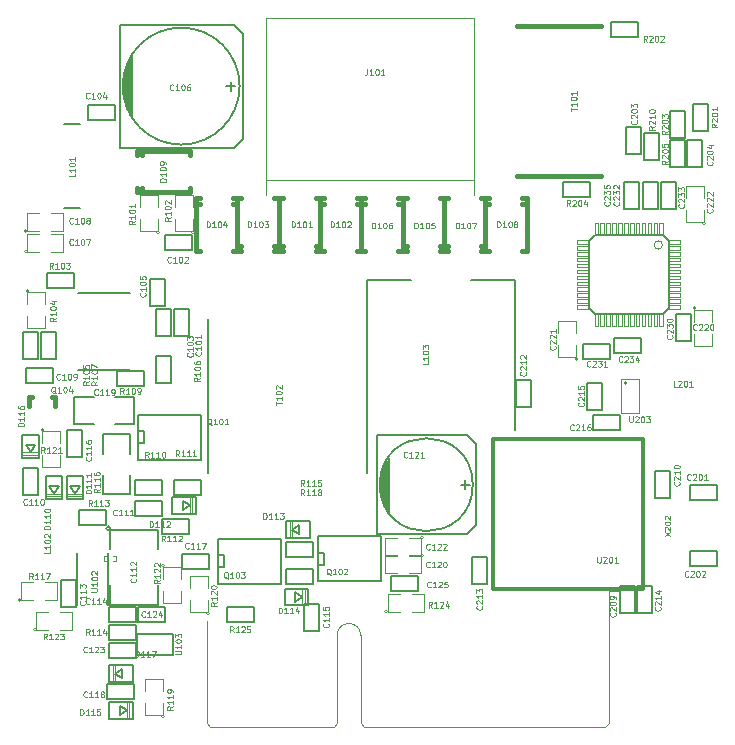
<source format=gto>
G04 (created by PCBNEW (2013-jul-07)-stable) date Wed 09 Oct 2013 01:20:09 AM EDT*
%MOIN*%
G04 Gerber Fmt 3.4, Leading zero omitted, Abs format*
%FSLAX34Y34*%
G01*
G70*
G90*
G04 APERTURE LIST*
%ADD10C,0.00590551*%
%ADD11C,0.0027*%
%ADD12C,0.002*%
%ADD13C,0.012*%
%ADD14C,0.015*%
%ADD15C,0.005*%
%ADD16C,0.0039*%
%ADD17C,0.00314961*%
%ADD18C,0.0038*%
%ADD19C,0.0026*%
%ADD20C,0.006*%
%ADD21C,0.003*%
%ADD22C,0.00442913*%
G04 APERTURE END LIST*
G54D10*
G54D11*
X77244Y-47126D02*
X77244Y-45039D01*
X77244Y-47126D02*
X77323Y-47244D01*
X77323Y-47244D02*
X81456Y-47244D01*
X82362Y-45039D02*
X82362Y-47126D01*
X81575Y-47126D02*
X81575Y-45039D01*
X81456Y-47244D02*
X81575Y-47126D01*
X82362Y-47126D02*
X82480Y-47244D01*
X90629Y-45354D02*
X90629Y-47126D01*
X90629Y-47126D02*
X90511Y-47244D01*
X82480Y-47244D02*
X90511Y-47244D01*
X81575Y-45020D02*
X81575Y-44193D01*
X82362Y-45039D02*
X82362Y-44193D01*
X77244Y-45039D02*
X77244Y-43701D01*
X90629Y-42717D02*
X90629Y-44705D01*
X90629Y-45354D02*
X90629Y-42717D01*
X90629Y-42717D02*
X91022Y-42717D01*
X82361Y-44193D02*
G75*
G03X81575Y-44193I-393J0D01*
G74*
G01*
G54D10*
X86031Y-32342D02*
X87519Y-32342D01*
X87519Y-32342D02*
X87519Y-37342D01*
X82559Y-37342D02*
X82559Y-32342D01*
X82559Y-32342D02*
X84047Y-32342D01*
G54D12*
X79212Y-29010D02*
X86142Y-29010D01*
X86142Y-29510D02*
X86142Y-23604D01*
X86142Y-23604D02*
X79212Y-23604D01*
X79212Y-23604D02*
X79212Y-29510D01*
G54D10*
X73015Y-29940D02*
X72456Y-29940D01*
X73015Y-27145D02*
X72456Y-27145D01*
G54D13*
X91765Y-42651D02*
X91765Y-37663D01*
X91765Y-37663D02*
X86777Y-37663D01*
X86777Y-37663D02*
X86777Y-42651D01*
X86777Y-42651D02*
X91765Y-42651D01*
G54D10*
X74685Y-32775D02*
X72952Y-32775D01*
X74685Y-35334D02*
X72952Y-35334D01*
G54D14*
X75078Y-28051D02*
X75078Y-28189D01*
X75078Y-29429D02*
X75078Y-29291D01*
X74901Y-28051D02*
X74901Y-28189D01*
X76673Y-28051D02*
X76673Y-28189D01*
X76673Y-29429D02*
X76673Y-29291D01*
X74901Y-29429D02*
X74901Y-29291D01*
X76673Y-28051D02*
X74901Y-28051D01*
X76673Y-29429D02*
X74901Y-29429D01*
X78248Y-29802D02*
X78110Y-29802D01*
X76870Y-29802D02*
X77008Y-29802D01*
X78248Y-29625D02*
X78110Y-29625D01*
X78248Y-31397D02*
X78110Y-31397D01*
X76870Y-31397D02*
X77008Y-31397D01*
X76870Y-29625D02*
X77008Y-29625D01*
X78248Y-31397D02*
X78248Y-29625D01*
X76870Y-31397D02*
X76870Y-29625D01*
X82381Y-29802D02*
X82243Y-29802D01*
X81003Y-29802D02*
X81141Y-29802D01*
X82381Y-29625D02*
X82243Y-29625D01*
X82381Y-31397D02*
X82243Y-31397D01*
X81003Y-31397D02*
X81141Y-31397D01*
X81003Y-29625D02*
X81141Y-29625D01*
X82381Y-31397D02*
X82381Y-29625D01*
X81003Y-31397D02*
X81003Y-29625D01*
X78248Y-31220D02*
X78386Y-31220D01*
X79626Y-31220D02*
X79488Y-31220D01*
X78248Y-31397D02*
X78386Y-31397D01*
X78248Y-29625D02*
X78386Y-29625D01*
X79626Y-29625D02*
X79488Y-29625D01*
X79626Y-31397D02*
X79488Y-31397D01*
X78248Y-29625D02*
X78248Y-31397D01*
X79626Y-29625D02*
X79626Y-31397D01*
X79625Y-31220D02*
X79763Y-31220D01*
X81003Y-31220D02*
X80865Y-31220D01*
X79625Y-31397D02*
X79763Y-31397D01*
X79625Y-29625D02*
X79763Y-29625D01*
X81003Y-29625D02*
X80865Y-29625D01*
X81003Y-31397D02*
X80865Y-31397D01*
X79625Y-29625D02*
X79625Y-31397D01*
X81003Y-29625D02*
X81003Y-31397D01*
X87893Y-29802D02*
X87755Y-29802D01*
X86515Y-29802D02*
X86653Y-29802D01*
X87893Y-29625D02*
X87755Y-29625D01*
X87893Y-31397D02*
X87755Y-31397D01*
X86515Y-31397D02*
X86653Y-31397D01*
X86515Y-29625D02*
X86653Y-29625D01*
X87893Y-31397D02*
X87893Y-29625D01*
X86515Y-31397D02*
X86515Y-29625D01*
X83759Y-29802D02*
X83621Y-29802D01*
X82381Y-29802D02*
X82519Y-29802D01*
X83759Y-29625D02*
X83621Y-29625D01*
X83759Y-31397D02*
X83621Y-31397D01*
X82381Y-31397D02*
X82519Y-31397D01*
X82381Y-29625D02*
X82519Y-29625D01*
X83759Y-31397D02*
X83759Y-29625D01*
X82381Y-31397D02*
X82381Y-29625D01*
X85137Y-31220D02*
X85275Y-31220D01*
X86515Y-31220D02*
X86377Y-31220D01*
X85137Y-31397D02*
X85275Y-31397D01*
X85137Y-29625D02*
X85275Y-29625D01*
X86515Y-29625D02*
X86377Y-29625D01*
X86515Y-31397D02*
X86377Y-31397D01*
X85137Y-29625D02*
X85137Y-31397D01*
X86515Y-29625D02*
X86515Y-31397D01*
X83759Y-31220D02*
X83897Y-31220D01*
X85137Y-31220D02*
X84999Y-31220D01*
X83759Y-31397D02*
X83897Y-31397D01*
X83759Y-29625D02*
X83897Y-29625D01*
X85137Y-29625D02*
X84999Y-29625D01*
X85137Y-31397D02*
X84999Y-31397D01*
X83759Y-29625D02*
X83759Y-31397D01*
X85137Y-29625D02*
X85137Y-31397D01*
G54D15*
X74934Y-38298D02*
X74934Y-38348D01*
X74934Y-38348D02*
X77034Y-38348D01*
X77034Y-36848D02*
X74934Y-36848D01*
X74934Y-36848D02*
X74934Y-38298D01*
X74934Y-37398D02*
X75134Y-37398D01*
X75134Y-37398D02*
X75134Y-37798D01*
X75134Y-37798D02*
X74934Y-37798D01*
X77034Y-36848D02*
X77034Y-38348D01*
X74892Y-44838D02*
X74892Y-44138D01*
X74892Y-44138D02*
X76092Y-44138D01*
X76092Y-44138D02*
X76092Y-44838D01*
X76092Y-44838D02*
X74892Y-44838D01*
G54D10*
X77271Y-33661D02*
X77271Y-38779D01*
X82570Y-33661D02*
X82570Y-38779D01*
G54D15*
X77591Y-42432D02*
X77591Y-42482D01*
X77591Y-42482D02*
X79691Y-42482D01*
X79691Y-40982D02*
X77591Y-40982D01*
X77591Y-40982D02*
X77591Y-42432D01*
X77591Y-41532D02*
X77791Y-41532D01*
X77791Y-41532D02*
X77791Y-41932D01*
X77791Y-41932D02*
X77591Y-41932D01*
X79691Y-40982D02*
X79691Y-42482D01*
X80938Y-42333D02*
X80938Y-42383D01*
X80938Y-42383D02*
X83038Y-42383D01*
X83038Y-40883D02*
X80938Y-40883D01*
X80938Y-40883D02*
X80938Y-42333D01*
X80938Y-41433D02*
X81138Y-41433D01*
X81138Y-41433D02*
X81138Y-41833D01*
X81138Y-41833D02*
X80938Y-41833D01*
X83038Y-40883D02*
X83038Y-42383D01*
X74023Y-40629D02*
G75*
G03X74023Y-40629I-70J0D01*
G74*
G01*
X74003Y-42529D02*
X74003Y-43179D01*
X74003Y-43179D02*
X75603Y-43179D01*
X75603Y-43179D02*
X75603Y-42529D01*
X75603Y-41329D02*
X75603Y-40679D01*
X75603Y-40679D02*
X74003Y-40679D01*
X74003Y-40679D02*
X74003Y-41329D01*
X74818Y-37162D02*
X74818Y-36262D01*
X74818Y-36262D02*
X74168Y-36262D01*
X73468Y-37162D02*
X72818Y-37162D01*
X72818Y-37162D02*
X72818Y-36262D01*
X72818Y-36262D02*
X73468Y-36262D01*
X74168Y-37162D02*
X74818Y-37162D01*
X73762Y-39484D02*
X74662Y-39484D01*
X74662Y-39484D02*
X74662Y-38834D01*
X73762Y-38134D02*
X73762Y-37484D01*
X73762Y-37484D02*
X74662Y-37484D01*
X74662Y-37484D02*
X74662Y-38134D01*
X73762Y-38834D02*
X73762Y-39484D01*
G54D16*
X83258Y-43410D02*
G75*
G03X83258Y-43410I-50J0D01*
G74*
G01*
X83658Y-43410D02*
X83258Y-43410D01*
X83258Y-43410D02*
X83258Y-42810D01*
X83258Y-42810D02*
X83658Y-42810D01*
X84058Y-42810D02*
X84458Y-42810D01*
X84458Y-42810D02*
X84458Y-43410D01*
X84458Y-43410D02*
X84058Y-43410D01*
X71545Y-44000D02*
G75*
G03X71545Y-44000I-50J0D01*
G74*
G01*
X71945Y-44000D02*
X71545Y-44000D01*
X71545Y-44000D02*
X71545Y-43400D01*
X71545Y-43400D02*
X71945Y-43400D01*
X72345Y-43400D02*
X72745Y-43400D01*
X72745Y-43400D02*
X72745Y-44000D01*
X72745Y-44000D02*
X72345Y-44000D01*
X75832Y-41869D02*
G75*
G03X75832Y-41869I-50J0D01*
G74*
G01*
X75782Y-42319D02*
X75782Y-41919D01*
X75782Y-41919D02*
X76382Y-41919D01*
X76382Y-41919D02*
X76382Y-42319D01*
X76382Y-42719D02*
X76382Y-43119D01*
X76382Y-43119D02*
X75782Y-43119D01*
X75782Y-43119D02*
X75782Y-42719D01*
X77318Y-43464D02*
G75*
G03X77318Y-43464I-50J0D01*
G74*
G01*
X77268Y-43014D02*
X77268Y-43414D01*
X77268Y-43414D02*
X76668Y-43414D01*
X76668Y-43414D02*
X76668Y-43014D01*
X76668Y-42614D02*
X76668Y-42214D01*
X76668Y-42214D02*
X77268Y-42214D01*
X77268Y-42214D02*
X77268Y-42614D01*
X71053Y-43016D02*
G75*
G03X71053Y-43016I-50J0D01*
G74*
G01*
X71453Y-43016D02*
X71053Y-43016D01*
X71053Y-43016D02*
X71053Y-42416D01*
X71053Y-42416D02*
X71453Y-42416D01*
X71853Y-42416D02*
X72253Y-42416D01*
X72253Y-42416D02*
X72253Y-43016D01*
X72253Y-43016D02*
X71853Y-43016D01*
X75822Y-46909D02*
G75*
G03X75822Y-46909I-50J0D01*
G74*
G01*
X75772Y-46459D02*
X75772Y-46859D01*
X75772Y-46859D02*
X75172Y-46859D01*
X75172Y-46859D02*
X75172Y-46459D01*
X75172Y-46059D02*
X75172Y-45659D01*
X75172Y-45659D02*
X75772Y-45659D01*
X75772Y-45659D02*
X75772Y-46059D01*
X71250Y-30713D02*
G75*
G03X71250Y-30713I-50J0D01*
G74*
G01*
X71650Y-30713D02*
X71250Y-30713D01*
X71250Y-30713D02*
X71250Y-30113D01*
X71250Y-30113D02*
X71650Y-30113D01*
X72050Y-30113D02*
X72450Y-30113D01*
X72450Y-30113D02*
X72450Y-30713D01*
X72450Y-30713D02*
X72050Y-30713D01*
X71250Y-31402D02*
G75*
G03X71250Y-31402I-50J0D01*
G74*
G01*
X71650Y-31402D02*
X71250Y-31402D01*
X71250Y-31402D02*
X71250Y-30802D01*
X71250Y-30802D02*
X71650Y-30802D01*
X72050Y-30802D02*
X72450Y-30802D01*
X72450Y-30802D02*
X72450Y-31402D01*
X72450Y-31402D02*
X72050Y-31402D01*
X71797Y-37342D02*
G75*
G03X71797Y-37342I-50J0D01*
G74*
G01*
X71747Y-37792D02*
X71747Y-37392D01*
X71747Y-37392D02*
X72347Y-37392D01*
X72347Y-37392D02*
X72347Y-37792D01*
X72347Y-38192D02*
X72347Y-38592D01*
X72347Y-38592D02*
X71747Y-38592D01*
X71747Y-38592D02*
X71747Y-38192D01*
X84459Y-40940D02*
G75*
G03X84459Y-40940I-50J0D01*
G74*
G01*
X83959Y-40940D02*
X84359Y-40940D01*
X84359Y-40940D02*
X84359Y-41540D01*
X84359Y-41540D02*
X83959Y-41540D01*
X83559Y-41540D02*
X83159Y-41540D01*
X83159Y-41540D02*
X83159Y-40940D01*
X83159Y-40940D02*
X83559Y-40940D01*
X71305Y-32716D02*
G75*
G03X71305Y-32716I-50J0D01*
G74*
G01*
X71255Y-33166D02*
X71255Y-32766D01*
X71255Y-32766D02*
X71855Y-32766D01*
X71855Y-32766D02*
X71855Y-33166D01*
X71855Y-33566D02*
X71855Y-33966D01*
X71855Y-33966D02*
X71255Y-33966D01*
X71255Y-33966D02*
X71255Y-33566D01*
G54D15*
X77320Y-41982D02*
X76420Y-41982D01*
X76420Y-41982D02*
X76420Y-41482D01*
X76420Y-41482D02*
X77320Y-41482D01*
X77320Y-41482D02*
X77320Y-41982D01*
X72887Y-42364D02*
X72887Y-43264D01*
X72887Y-43264D02*
X72387Y-43264D01*
X72387Y-43264D02*
X72387Y-42364D01*
X72387Y-42364D02*
X72887Y-42364D01*
X74859Y-44935D02*
X73959Y-44935D01*
X73959Y-44935D02*
X73959Y-44435D01*
X73959Y-44435D02*
X74859Y-44435D01*
X74859Y-44435D02*
X74859Y-44935D01*
X74943Y-43253D02*
X75843Y-43253D01*
X75843Y-43253D02*
X75843Y-43753D01*
X75843Y-43753D02*
X74943Y-43753D01*
X74943Y-43753D02*
X74943Y-43253D01*
X74845Y-39021D02*
X75745Y-39021D01*
X75745Y-39021D02*
X75745Y-39521D01*
X75745Y-39521D02*
X74845Y-39521D01*
X74845Y-39521D02*
X74845Y-39021D01*
X74859Y-44344D02*
X73959Y-44344D01*
X73959Y-44344D02*
X73959Y-43844D01*
X73959Y-43844D02*
X74859Y-43844D01*
X74859Y-43844D02*
X74859Y-44344D01*
X74820Y-46312D02*
X73920Y-46312D01*
X73920Y-46312D02*
X73920Y-45812D01*
X73920Y-45812D02*
X74820Y-45812D01*
X74820Y-45812D02*
X74820Y-46312D01*
X71203Y-35281D02*
X72103Y-35281D01*
X72103Y-35281D02*
X72103Y-35781D01*
X72103Y-35781D02*
X71203Y-35781D01*
X71203Y-35781D02*
X71203Y-35281D01*
X94249Y-41883D02*
X93349Y-41883D01*
X93349Y-41883D02*
X93349Y-41383D01*
X93349Y-41383D02*
X94249Y-41383D01*
X94249Y-41383D02*
X94249Y-41883D01*
X94249Y-39698D02*
X93349Y-39698D01*
X93349Y-39698D02*
X93349Y-39198D01*
X93349Y-39198D02*
X94249Y-39198D01*
X94249Y-39198D02*
X94249Y-39698D01*
X76127Y-34209D02*
X76127Y-33309D01*
X76127Y-33309D02*
X76627Y-33309D01*
X76627Y-33309D02*
X76627Y-34209D01*
X76627Y-34209D02*
X76127Y-34209D01*
X72792Y-32631D02*
X71892Y-32631D01*
X71892Y-32631D02*
X71892Y-32131D01*
X71892Y-32131D02*
X72792Y-32131D01*
X72792Y-32131D02*
X72792Y-32631D01*
X73959Y-43253D02*
X74859Y-43253D01*
X74859Y-43253D02*
X74859Y-43753D01*
X74859Y-43753D02*
X73959Y-43753D01*
X73959Y-43753D02*
X73959Y-43253D01*
X75829Y-30852D02*
X76729Y-30852D01*
X76729Y-30852D02*
X76729Y-31352D01*
X76729Y-31352D02*
X75829Y-31352D01*
X75829Y-31352D02*
X75829Y-30852D01*
X74170Y-27021D02*
X73270Y-27021D01*
X73270Y-27021D02*
X73270Y-26521D01*
X73270Y-26521D02*
X74170Y-26521D01*
X74170Y-26521D02*
X74170Y-27021D01*
X75340Y-33225D02*
X75340Y-32325D01*
X75340Y-32325D02*
X75840Y-32325D01*
X75840Y-32325D02*
X75840Y-33225D01*
X75840Y-33225D02*
X75340Y-33225D01*
X74254Y-35379D02*
X75154Y-35379D01*
X75154Y-35379D02*
X75154Y-35879D01*
X75154Y-35879D02*
X74254Y-35879D01*
X74254Y-35879D02*
X74254Y-35379D01*
X73084Y-37345D02*
X73084Y-38245D01*
X73084Y-38245D02*
X72584Y-38245D01*
X72584Y-38245D02*
X72584Y-37345D01*
X72584Y-37345D02*
X73084Y-37345D01*
X84268Y-42730D02*
X83368Y-42730D01*
X83368Y-42730D02*
X83368Y-42230D01*
X83368Y-42230D02*
X84268Y-42230D01*
X84268Y-42230D02*
X84268Y-42730D01*
X72975Y-40005D02*
X73875Y-40005D01*
X73875Y-40005D02*
X73875Y-40505D01*
X73875Y-40505D02*
X72975Y-40505D01*
X72975Y-40505D02*
X72975Y-40005D01*
X71108Y-39524D02*
X71108Y-38624D01*
X71108Y-38624D02*
X71608Y-38624D01*
X71608Y-38624D02*
X71608Y-39524D01*
X71608Y-39524D02*
X71108Y-39524D01*
X75537Y-34209D02*
X75537Y-33309D01*
X75537Y-33309D02*
X76037Y-33309D01*
X76037Y-33309D02*
X76037Y-34209D01*
X76037Y-34209D02*
X75537Y-34209D01*
X71108Y-34997D02*
X71108Y-34097D01*
X71108Y-34097D02*
X71608Y-34097D01*
X71608Y-34097D02*
X71608Y-34997D01*
X71608Y-34997D02*
X71108Y-34997D01*
X71698Y-34997D02*
X71698Y-34097D01*
X71698Y-34097D02*
X72198Y-34097D01*
X72198Y-34097D02*
X72198Y-34997D01*
X72198Y-34997D02*
X71698Y-34997D01*
X76037Y-34884D02*
X76037Y-35784D01*
X76037Y-35784D02*
X75537Y-35784D01*
X75537Y-35784D02*
X75537Y-34884D01*
X75537Y-34884D02*
X76037Y-34884D01*
X77024Y-39521D02*
X76124Y-39521D01*
X76124Y-39521D02*
X76124Y-39021D01*
X76124Y-39021D02*
X77024Y-39021D01*
X77024Y-39021D02*
X77024Y-39521D01*
X75731Y-40301D02*
X76631Y-40301D01*
X76631Y-40301D02*
X76631Y-40801D01*
X76631Y-40801D02*
X75731Y-40801D01*
X75731Y-40801D02*
X75731Y-40301D01*
X74845Y-39710D02*
X75745Y-39710D01*
X75745Y-39710D02*
X75745Y-40210D01*
X75745Y-40210D02*
X74845Y-40210D01*
X74845Y-40210D02*
X74845Y-39710D01*
G54D14*
X72105Y-36259D02*
X72086Y-36259D01*
X71318Y-36535D02*
X71318Y-36259D01*
X71318Y-36259D02*
X71416Y-36259D01*
X72105Y-36259D02*
X72184Y-36259D01*
X72184Y-36259D02*
X72184Y-36535D01*
G54D10*
X72895Y-43188D02*
X72895Y-41456D01*
X73954Y-43188D02*
X73954Y-41456D01*
G54D15*
X83047Y-38773D02*
X83047Y-39573D01*
X83097Y-39723D02*
X83097Y-38623D01*
X83147Y-38523D02*
X83147Y-39823D01*
X83197Y-39923D02*
X83197Y-38423D01*
X83247Y-39973D02*
X83247Y-38373D01*
X83297Y-38273D02*
X83297Y-40073D01*
X86097Y-39173D02*
G75*
G03X86097Y-39173I-1550J0D01*
G74*
G01*
X82897Y-37523D02*
X82897Y-40823D01*
X82897Y-40823D02*
X85897Y-40823D01*
X85897Y-40823D02*
X86197Y-40523D01*
X86197Y-40523D02*
X86197Y-37823D01*
X86197Y-37823D02*
X85897Y-37523D01*
X85897Y-37523D02*
X82897Y-37523D01*
X85997Y-39173D02*
X85697Y-39173D01*
X85847Y-39023D02*
X85847Y-39323D01*
X74477Y-26285D02*
X74477Y-25485D01*
X74527Y-25335D02*
X74527Y-26485D01*
X74577Y-26585D02*
X74577Y-25185D01*
X74627Y-25035D02*
X74627Y-26735D01*
X74677Y-26835D02*
X74677Y-24935D01*
X74727Y-24885D02*
X74727Y-26885D01*
X78327Y-25885D02*
G75*
G03X78327Y-25885I-1950J0D01*
G74*
G01*
X74327Y-23835D02*
X74327Y-27935D01*
X74327Y-27935D02*
X78127Y-27935D01*
X78127Y-27935D02*
X78427Y-27635D01*
X78427Y-27635D02*
X78427Y-24135D01*
X78427Y-24135D02*
X78127Y-23835D01*
X78127Y-23835D02*
X74327Y-23835D01*
X78177Y-25885D02*
X77877Y-25885D01*
X78027Y-25735D02*
X78027Y-26035D01*
G54D14*
X87576Y-23877D02*
X90376Y-23877D01*
X90376Y-28877D02*
X87576Y-28877D01*
G54D17*
X73937Y-41732D02*
X73838Y-41732D01*
X73838Y-41732D02*
X73818Y-41732D01*
X73818Y-41732D02*
X73818Y-41535D01*
X73818Y-41535D02*
X73937Y-41535D01*
X74094Y-41732D02*
X74212Y-41732D01*
X74212Y-41732D02*
X74212Y-41535D01*
X74212Y-41535D02*
X74094Y-41535D01*
G54D15*
X93253Y-28599D02*
X93253Y-27699D01*
X93253Y-27699D02*
X93753Y-27699D01*
X93753Y-27699D02*
X93753Y-28599D01*
X93753Y-28599D02*
X93253Y-28599D01*
X92663Y-28599D02*
X92663Y-27699D01*
X92663Y-27699D02*
X93163Y-27699D01*
X93163Y-27699D02*
X93163Y-28599D01*
X93163Y-28599D02*
X92663Y-28599D01*
X92663Y-27615D02*
X92663Y-26715D01*
X92663Y-26715D02*
X93163Y-26715D01*
X93163Y-26715D02*
X93163Y-27615D01*
X93163Y-27615D02*
X92663Y-27615D01*
X89116Y-29080D02*
X90016Y-29080D01*
X90016Y-29080D02*
X90016Y-29580D01*
X90016Y-29580D02*
X89116Y-29580D01*
X89116Y-29580D02*
X89116Y-29080D01*
X91706Y-27266D02*
X91706Y-28166D01*
X91706Y-28166D02*
X91206Y-28166D01*
X91206Y-28166D02*
X91206Y-27266D01*
X91206Y-27266D02*
X91706Y-27266D01*
X92297Y-27463D02*
X92297Y-28363D01*
X92297Y-28363D02*
X91797Y-28363D01*
X91797Y-28363D02*
X91797Y-27463D01*
X91797Y-27463D02*
X92297Y-27463D01*
X91591Y-24265D02*
X90691Y-24265D01*
X90691Y-24265D02*
X90691Y-23765D01*
X90691Y-23765D02*
X91591Y-23765D01*
X91591Y-23765D02*
X91591Y-24265D01*
X93450Y-27379D02*
X93450Y-26479D01*
X93450Y-26479D02*
X93950Y-26479D01*
X93950Y-26479D02*
X93950Y-27379D01*
X93950Y-27379D02*
X93450Y-27379D01*
X92671Y-38723D02*
X92671Y-39623D01*
X92671Y-39623D02*
X92171Y-39623D01*
X92171Y-39623D02*
X92171Y-38723D01*
X92171Y-38723D02*
X92671Y-38723D01*
X91490Y-42561D02*
X91490Y-43461D01*
X91490Y-43461D02*
X90990Y-43461D01*
X90990Y-43461D02*
X90990Y-42561D01*
X90990Y-42561D02*
X91490Y-42561D01*
X87545Y-36572D02*
X87545Y-35672D01*
X87545Y-35672D02*
X88045Y-35672D01*
X88045Y-35672D02*
X88045Y-36572D01*
X88045Y-36572D02*
X87545Y-36572D01*
X86068Y-42477D02*
X86068Y-41577D01*
X86068Y-41577D02*
X86568Y-41577D01*
X86568Y-41577D02*
X86568Y-42477D01*
X86568Y-42477D02*
X86068Y-42477D01*
X92080Y-42561D02*
X92080Y-43461D01*
X92080Y-43461D02*
X91580Y-43461D01*
X91580Y-43461D02*
X91580Y-42561D01*
X91580Y-42561D02*
X92080Y-42561D01*
X89907Y-36670D02*
X89907Y-35770D01*
X89907Y-35770D02*
X90407Y-35770D01*
X90407Y-35770D02*
X90407Y-36670D01*
X90407Y-36670D02*
X89907Y-36670D01*
X90101Y-36856D02*
X91001Y-36856D01*
X91001Y-36856D02*
X91001Y-37356D01*
X91001Y-37356D02*
X90101Y-37356D01*
X90101Y-37356D02*
X90101Y-36856D01*
G54D18*
X91237Y-35787D02*
G75*
G03X91237Y-35787I-55J0D01*
G74*
G01*
X91653Y-36791D02*
X91653Y-35649D01*
X91653Y-35649D02*
X91023Y-35649D01*
X91023Y-35649D02*
X91023Y-36791D01*
X91023Y-36791D02*
X91653Y-36791D01*
G54D15*
X80958Y-43152D02*
X80958Y-44052D01*
X80958Y-44052D02*
X80458Y-44052D01*
X80458Y-44052D02*
X80458Y-43152D01*
X80458Y-43152D02*
X80958Y-43152D01*
G54D16*
X84459Y-41530D02*
G75*
G03X84459Y-41530I-50J0D01*
G74*
G01*
X83959Y-41530D02*
X84359Y-41530D01*
X84359Y-41530D02*
X84359Y-42130D01*
X84359Y-42130D02*
X83959Y-42130D01*
X83559Y-42130D02*
X83159Y-42130D01*
X83159Y-42130D02*
X83159Y-41530D01*
X83159Y-41530D02*
X83559Y-41530D01*
G54D15*
X80764Y-42474D02*
X79864Y-42474D01*
X79864Y-42474D02*
X79864Y-41974D01*
X79864Y-41974D02*
X80764Y-41974D01*
X80764Y-41974D02*
X80764Y-42474D01*
X78796Y-43753D02*
X77896Y-43753D01*
X77896Y-43753D02*
X77896Y-43253D01*
X77896Y-43253D02*
X78796Y-43253D01*
X78796Y-43253D02*
X78796Y-43753D01*
G54D16*
X75645Y-30768D02*
G75*
G03X75645Y-30768I-50J0D01*
G74*
G01*
X75595Y-30318D02*
X75595Y-30718D01*
X75595Y-30718D02*
X74995Y-30718D01*
X74995Y-30718D02*
X74995Y-30318D01*
X74995Y-29918D02*
X74995Y-29518D01*
X74995Y-29518D02*
X75595Y-29518D01*
X75595Y-29518D02*
X75595Y-29918D01*
X76826Y-30768D02*
G75*
G03X76826Y-30768I-50J0D01*
G74*
G01*
X76776Y-30318D02*
X76776Y-30718D01*
X76776Y-30718D02*
X76176Y-30718D01*
X76176Y-30718D02*
X76176Y-30318D01*
X76176Y-29918D02*
X76176Y-29518D01*
X76176Y-29518D02*
X76776Y-29518D01*
X76776Y-29518D02*
X76776Y-29918D01*
G54D15*
X79864Y-41088D02*
X80764Y-41088D01*
X80764Y-41088D02*
X80764Y-41588D01*
X80764Y-41588D02*
X79864Y-41588D01*
X79864Y-41588D02*
X79864Y-41088D01*
G54D19*
X92440Y-33492D02*
X92322Y-33492D01*
X92322Y-33492D02*
X92322Y-33886D01*
X92440Y-33886D02*
X92322Y-33886D01*
X92440Y-33492D02*
X92440Y-33886D01*
X92243Y-33492D02*
X92125Y-33492D01*
X92125Y-33492D02*
X92125Y-33886D01*
X92243Y-33886D02*
X92125Y-33886D01*
X92243Y-33492D02*
X92243Y-33886D01*
X92047Y-33492D02*
X91928Y-33492D01*
X91928Y-33492D02*
X91928Y-33886D01*
X92047Y-33886D02*
X91928Y-33886D01*
X92047Y-33492D02*
X92047Y-33886D01*
X91850Y-33492D02*
X91732Y-33492D01*
X91732Y-33492D02*
X91732Y-33886D01*
X91850Y-33886D02*
X91732Y-33886D01*
X91850Y-33492D02*
X91850Y-33886D01*
X91653Y-33492D02*
X91535Y-33492D01*
X91535Y-33492D02*
X91535Y-33886D01*
X91653Y-33886D02*
X91535Y-33886D01*
X91653Y-33492D02*
X91653Y-33886D01*
X91456Y-33492D02*
X91338Y-33492D01*
X91338Y-33492D02*
X91338Y-33886D01*
X91456Y-33886D02*
X91338Y-33886D01*
X91456Y-33492D02*
X91456Y-33886D01*
X91260Y-33492D02*
X91142Y-33492D01*
X91142Y-33492D02*
X91142Y-33886D01*
X91260Y-33886D02*
X91142Y-33886D01*
X91260Y-33492D02*
X91260Y-33886D01*
X91063Y-33492D02*
X90945Y-33492D01*
X90945Y-33492D02*
X90945Y-33886D01*
X91063Y-33886D02*
X90945Y-33886D01*
X91063Y-33492D02*
X91063Y-33886D01*
X90866Y-33492D02*
X90748Y-33492D01*
X90748Y-33492D02*
X90748Y-33886D01*
X90866Y-33886D02*
X90748Y-33886D01*
X90866Y-33492D02*
X90866Y-33886D01*
X90670Y-33492D02*
X90551Y-33492D01*
X90551Y-33492D02*
X90551Y-33886D01*
X90670Y-33886D02*
X90551Y-33886D01*
X90670Y-33492D02*
X90670Y-33886D01*
X90473Y-33492D02*
X90355Y-33492D01*
X90355Y-33492D02*
X90355Y-33886D01*
X90473Y-33886D02*
X90355Y-33886D01*
X90473Y-33492D02*
X90473Y-33886D01*
X90276Y-33492D02*
X90158Y-33492D01*
X90158Y-33492D02*
X90158Y-33886D01*
X90276Y-33886D02*
X90158Y-33886D01*
X90276Y-33492D02*
X90276Y-33886D01*
X89972Y-33188D02*
X89578Y-33188D01*
X89578Y-33188D02*
X89578Y-33306D01*
X89972Y-33306D02*
X89578Y-33306D01*
X89972Y-33188D02*
X89972Y-33306D01*
X89972Y-32991D02*
X89578Y-32991D01*
X89578Y-32991D02*
X89578Y-33109D01*
X89972Y-33109D02*
X89578Y-33109D01*
X89972Y-32991D02*
X89972Y-33109D01*
X89972Y-32794D02*
X89578Y-32794D01*
X89578Y-32794D02*
X89578Y-32913D01*
X89972Y-32913D02*
X89578Y-32913D01*
X89972Y-32794D02*
X89972Y-32913D01*
X89972Y-32598D02*
X89578Y-32598D01*
X89578Y-32598D02*
X89578Y-32716D01*
X89972Y-32716D02*
X89578Y-32716D01*
X89972Y-32598D02*
X89972Y-32716D01*
X89972Y-32401D02*
X89578Y-32401D01*
X89578Y-32401D02*
X89578Y-32519D01*
X89972Y-32519D02*
X89578Y-32519D01*
X89972Y-32401D02*
X89972Y-32519D01*
X89972Y-32204D02*
X89578Y-32204D01*
X89578Y-32204D02*
X89578Y-32322D01*
X89972Y-32322D02*
X89578Y-32322D01*
X89972Y-32204D02*
X89972Y-32322D01*
X89972Y-32008D02*
X89578Y-32008D01*
X89578Y-32008D02*
X89578Y-32126D01*
X89972Y-32126D02*
X89578Y-32126D01*
X89972Y-32008D02*
X89972Y-32126D01*
X89972Y-31811D02*
X89578Y-31811D01*
X89578Y-31811D02*
X89578Y-31929D01*
X89972Y-31929D02*
X89578Y-31929D01*
X89972Y-31811D02*
X89972Y-31929D01*
X89972Y-31614D02*
X89578Y-31614D01*
X89578Y-31614D02*
X89578Y-31732D01*
X89972Y-31732D02*
X89578Y-31732D01*
X89972Y-31614D02*
X89972Y-31732D01*
X89972Y-31417D02*
X89578Y-31417D01*
X89578Y-31417D02*
X89578Y-31536D01*
X89972Y-31536D02*
X89578Y-31536D01*
X89972Y-31417D02*
X89972Y-31536D01*
X89972Y-31221D02*
X89578Y-31221D01*
X89578Y-31221D02*
X89578Y-31339D01*
X89972Y-31339D02*
X89578Y-31339D01*
X89972Y-31221D02*
X89972Y-31339D01*
X89972Y-31024D02*
X89578Y-31024D01*
X89578Y-31024D02*
X89578Y-31142D01*
X89972Y-31142D02*
X89578Y-31142D01*
X89972Y-31024D02*
X89972Y-31142D01*
X90276Y-30444D02*
X90158Y-30444D01*
X90158Y-30444D02*
X90158Y-30838D01*
X90276Y-30838D02*
X90158Y-30838D01*
X90276Y-30444D02*
X90276Y-30838D01*
X90473Y-30444D02*
X90355Y-30444D01*
X90355Y-30444D02*
X90355Y-30838D01*
X90473Y-30838D02*
X90355Y-30838D01*
X90473Y-30444D02*
X90473Y-30838D01*
X90670Y-30444D02*
X90551Y-30444D01*
X90551Y-30444D02*
X90551Y-30838D01*
X90670Y-30838D02*
X90551Y-30838D01*
X90670Y-30444D02*
X90670Y-30838D01*
X90866Y-30444D02*
X90748Y-30444D01*
X90748Y-30444D02*
X90748Y-30838D01*
X90866Y-30838D02*
X90748Y-30838D01*
X90866Y-30444D02*
X90866Y-30838D01*
X91063Y-30444D02*
X90945Y-30444D01*
X90945Y-30444D02*
X90945Y-30838D01*
X91063Y-30838D02*
X90945Y-30838D01*
X91063Y-30444D02*
X91063Y-30838D01*
X91260Y-30444D02*
X91142Y-30444D01*
X91142Y-30444D02*
X91142Y-30838D01*
X91260Y-30838D02*
X91142Y-30838D01*
X91260Y-30444D02*
X91260Y-30838D01*
X91456Y-30444D02*
X91338Y-30444D01*
X91338Y-30444D02*
X91338Y-30838D01*
X91456Y-30838D02*
X91338Y-30838D01*
X91456Y-30444D02*
X91456Y-30838D01*
X91653Y-30444D02*
X91535Y-30444D01*
X91535Y-30444D02*
X91535Y-30838D01*
X91653Y-30838D02*
X91535Y-30838D01*
X91653Y-30444D02*
X91653Y-30838D01*
X91850Y-30444D02*
X91732Y-30444D01*
X91732Y-30444D02*
X91732Y-30838D01*
X91850Y-30838D02*
X91732Y-30838D01*
X91850Y-30444D02*
X91850Y-30838D01*
X92047Y-30444D02*
X91928Y-30444D01*
X91928Y-30444D02*
X91928Y-30838D01*
X92047Y-30838D02*
X91928Y-30838D01*
X92047Y-30444D02*
X92047Y-30838D01*
X92243Y-30444D02*
X92125Y-30444D01*
X92125Y-30444D02*
X92125Y-30838D01*
X92243Y-30838D02*
X92125Y-30838D01*
X92243Y-30444D02*
X92243Y-30838D01*
X92440Y-30444D02*
X92322Y-30444D01*
X92322Y-30444D02*
X92322Y-30838D01*
X92440Y-30838D02*
X92322Y-30838D01*
X92440Y-30444D02*
X92440Y-30838D01*
X93020Y-31024D02*
X92626Y-31024D01*
X92626Y-31024D02*
X92626Y-31142D01*
X93020Y-31142D02*
X92626Y-31142D01*
X93020Y-31024D02*
X93020Y-31142D01*
X93020Y-31221D02*
X92626Y-31221D01*
X92626Y-31221D02*
X92626Y-31339D01*
X93020Y-31339D02*
X92626Y-31339D01*
X93020Y-31221D02*
X93020Y-31339D01*
X93020Y-31614D02*
X92626Y-31614D01*
X92626Y-31614D02*
X92626Y-31732D01*
X93020Y-31732D02*
X92626Y-31732D01*
X93020Y-31614D02*
X93020Y-31732D01*
X93020Y-31417D02*
X92626Y-31417D01*
X92626Y-31417D02*
X92626Y-31536D01*
X93020Y-31536D02*
X92626Y-31536D01*
X93020Y-31417D02*
X93020Y-31536D01*
X93020Y-32008D02*
X92626Y-32008D01*
X92626Y-32008D02*
X92626Y-32126D01*
X93020Y-32126D02*
X92626Y-32126D01*
X93020Y-32008D02*
X93020Y-32126D01*
X93020Y-31811D02*
X92626Y-31811D01*
X92626Y-31811D02*
X92626Y-31929D01*
X93020Y-31929D02*
X92626Y-31929D01*
X93020Y-31811D02*
X93020Y-31929D01*
X93020Y-32401D02*
X92626Y-32401D01*
X92626Y-32401D02*
X92626Y-32519D01*
X93020Y-32519D02*
X92626Y-32519D01*
X93020Y-32401D02*
X93020Y-32519D01*
X93020Y-32204D02*
X92626Y-32204D01*
X92626Y-32204D02*
X92626Y-32322D01*
X93020Y-32322D02*
X92626Y-32322D01*
X93020Y-32204D02*
X93020Y-32322D01*
X93020Y-32794D02*
X92626Y-32794D01*
X92626Y-32794D02*
X92626Y-32913D01*
X93020Y-32913D02*
X92626Y-32913D01*
X93020Y-32794D02*
X93020Y-32913D01*
X93020Y-32598D02*
X92626Y-32598D01*
X92626Y-32598D02*
X92626Y-32716D01*
X93020Y-32716D02*
X92626Y-32716D01*
X93020Y-32598D02*
X93020Y-32716D01*
X93020Y-32991D02*
X92626Y-32991D01*
X92626Y-32991D02*
X92626Y-33109D01*
X93020Y-33109D02*
X92626Y-33109D01*
X93020Y-32991D02*
X93020Y-33109D01*
X93020Y-33188D02*
X92626Y-33188D01*
X92626Y-33188D02*
X92626Y-33306D01*
X93020Y-33306D02*
X92626Y-33306D01*
X93020Y-33188D02*
X93020Y-33306D01*
G54D20*
X92626Y-31034D02*
X92430Y-30838D01*
X92430Y-30838D02*
X90168Y-30838D01*
X90168Y-30838D02*
X89972Y-31034D01*
X89972Y-31034D02*
X89972Y-33296D01*
X89972Y-33296D02*
X90168Y-33492D01*
X90168Y-33492D02*
X92430Y-33492D01*
X92430Y-33492D02*
X92626Y-33296D01*
X92626Y-33296D02*
X92626Y-31034D01*
G54D21*
X92421Y-31181D02*
G75*
G03X92421Y-31181I-138J0D01*
G74*
G01*
G54D16*
X93529Y-33287D02*
G75*
G03X93529Y-33287I-50J0D01*
G74*
G01*
X93479Y-33737D02*
X93479Y-33337D01*
X93479Y-33337D02*
X94079Y-33337D01*
X94079Y-33337D02*
X94079Y-33737D01*
X94079Y-34137D02*
X94079Y-34537D01*
X94079Y-34537D02*
X93479Y-34537D01*
X93479Y-34537D02*
X93479Y-34137D01*
X89601Y-34980D02*
G75*
G03X89601Y-34980I-50J0D01*
G74*
G01*
X89551Y-34530D02*
X89551Y-34930D01*
X89551Y-34930D02*
X88951Y-34930D01*
X88951Y-34930D02*
X88951Y-34530D01*
X88951Y-34130D02*
X88951Y-33730D01*
X88951Y-33730D02*
X89551Y-33730D01*
X89551Y-33730D02*
X89551Y-34130D01*
G54D15*
X91127Y-29977D02*
X91127Y-29077D01*
X91127Y-29077D02*
X91627Y-29077D01*
X91627Y-29077D02*
X91627Y-29977D01*
X91627Y-29977D02*
X91127Y-29977D01*
X91709Y-34777D02*
X90809Y-34777D01*
X90809Y-34777D02*
X90809Y-34277D01*
X90809Y-34277D02*
X91709Y-34277D01*
X91709Y-34277D02*
X91709Y-34777D01*
X89786Y-34474D02*
X90686Y-34474D01*
X90686Y-34474D02*
X90686Y-34974D01*
X90686Y-34974D02*
X89786Y-34974D01*
X89786Y-34974D02*
X89786Y-34474D01*
X93360Y-33487D02*
X93360Y-34387D01*
X93360Y-34387D02*
X92860Y-34387D01*
X92860Y-34387D02*
X92860Y-33487D01*
X92860Y-33487D02*
X93360Y-33487D01*
X91757Y-29977D02*
X91757Y-29077D01*
X91757Y-29077D02*
X92257Y-29077D01*
X92257Y-29077D02*
X92257Y-29977D01*
X92257Y-29977D02*
X91757Y-29977D01*
X92387Y-29977D02*
X92387Y-29077D01*
X92387Y-29077D02*
X92887Y-29077D01*
X92887Y-29077D02*
X92887Y-29977D01*
X92887Y-29977D02*
X92387Y-29977D01*
G54D16*
X93853Y-30453D02*
G75*
G03X93853Y-30453I-50J0D01*
G74*
G01*
X93803Y-30003D02*
X93803Y-30403D01*
X93803Y-30403D02*
X93203Y-30403D01*
X93203Y-30403D02*
X93203Y-30003D01*
X93203Y-29603D02*
X93203Y-29203D01*
X93203Y-29203D02*
X93803Y-29203D01*
X93803Y-29203D02*
X93803Y-29603D01*
G54D19*
X80000Y-40944D02*
X80079Y-40944D01*
X80079Y-40944D02*
X80079Y-40394D01*
X80000Y-40394D02*
X80079Y-40394D01*
X80000Y-40944D02*
X80000Y-40394D01*
G54D20*
X79882Y-40394D02*
X80668Y-40394D01*
X80668Y-40394D02*
X80668Y-40944D01*
X80668Y-40944D02*
X79882Y-40944D01*
X79882Y-40944D02*
X79882Y-40394D01*
X80079Y-40669D02*
X80314Y-40512D01*
X80314Y-40512D02*
X80314Y-40826D01*
X80314Y-40826D02*
X80079Y-40669D01*
G54D19*
X80491Y-42638D02*
X80412Y-42638D01*
X80412Y-42638D02*
X80412Y-43188D01*
X80491Y-43188D02*
X80412Y-43188D01*
X80491Y-42638D02*
X80491Y-43188D01*
G54D20*
X80609Y-43188D02*
X79823Y-43188D01*
X79823Y-43188D02*
X79823Y-42638D01*
X79823Y-42638D02*
X80609Y-42638D01*
X80609Y-42638D02*
X80609Y-43188D01*
X80412Y-42913D02*
X80177Y-43070D01*
X80177Y-43070D02*
X80177Y-42756D01*
X80177Y-42756D02*
X80412Y-42913D01*
G54D19*
X72420Y-39546D02*
X72420Y-39467D01*
X72420Y-39467D02*
X71870Y-39467D01*
X71870Y-39546D02*
X71870Y-39467D01*
X72420Y-39546D02*
X71870Y-39546D01*
G54D20*
X71870Y-39664D02*
X71870Y-38878D01*
X71870Y-38878D02*
X72420Y-38878D01*
X72420Y-38878D02*
X72420Y-39664D01*
X72420Y-39664D02*
X71870Y-39664D01*
X72145Y-39467D02*
X71988Y-39232D01*
X71988Y-39232D02*
X72302Y-39232D01*
X72302Y-39232D02*
X72145Y-39467D01*
G54D19*
X74095Y-45747D02*
X74174Y-45747D01*
X74174Y-45747D02*
X74174Y-45197D01*
X74095Y-45197D02*
X74174Y-45197D01*
X74095Y-45747D02*
X74095Y-45197D01*
G54D20*
X73977Y-45197D02*
X74763Y-45197D01*
X74763Y-45197D02*
X74763Y-45747D01*
X74763Y-45747D02*
X73977Y-45747D01*
X73977Y-45747D02*
X73977Y-45197D01*
X74174Y-45472D02*
X74409Y-45315D01*
X74409Y-45315D02*
X74409Y-45629D01*
X74409Y-45629D02*
X74174Y-45472D01*
G54D19*
X73109Y-39546D02*
X73109Y-39467D01*
X73109Y-39467D02*
X72559Y-39467D01*
X72559Y-39546D02*
X72559Y-39467D01*
X73109Y-39546D02*
X72559Y-39546D01*
G54D20*
X72559Y-39664D02*
X72559Y-38878D01*
X72559Y-38878D02*
X73109Y-38878D01*
X73109Y-38878D02*
X73109Y-39664D01*
X73109Y-39664D02*
X72559Y-39664D01*
X72834Y-39467D02*
X72677Y-39232D01*
X72677Y-39232D02*
X72991Y-39232D01*
X72991Y-39232D02*
X72834Y-39467D01*
G54D19*
X71633Y-38168D02*
X71633Y-38089D01*
X71633Y-38089D02*
X71083Y-38089D01*
X71083Y-38168D02*
X71083Y-38089D01*
X71633Y-38168D02*
X71083Y-38168D01*
G54D20*
X71083Y-38286D02*
X71083Y-37500D01*
X71083Y-37500D02*
X71633Y-37500D01*
X71633Y-37500D02*
X71633Y-38286D01*
X71633Y-38286D02*
X71083Y-38286D01*
X71358Y-38089D02*
X71201Y-37854D01*
X71201Y-37854D02*
X71515Y-37854D01*
X71515Y-37854D02*
X71358Y-38089D01*
G54D19*
X76751Y-39587D02*
X76672Y-39587D01*
X76672Y-39587D02*
X76672Y-40137D01*
X76751Y-40137D02*
X76672Y-40137D01*
X76751Y-39587D02*
X76751Y-40137D01*
G54D20*
X76869Y-40137D02*
X76083Y-40137D01*
X76083Y-40137D02*
X76083Y-39587D01*
X76083Y-39587D02*
X76869Y-39587D01*
X76869Y-39587D02*
X76869Y-40137D01*
X76672Y-39862D02*
X76437Y-40019D01*
X76437Y-40019D02*
X76437Y-39705D01*
X76437Y-39705D02*
X76672Y-39862D01*
G54D19*
X74645Y-46417D02*
X74566Y-46417D01*
X74566Y-46417D02*
X74566Y-46967D01*
X74645Y-46967D02*
X74566Y-46967D01*
X74645Y-46417D02*
X74645Y-46967D01*
G54D20*
X74763Y-46967D02*
X73977Y-46967D01*
X73977Y-46967D02*
X73977Y-46417D01*
X73977Y-46417D02*
X74763Y-46417D01*
X74763Y-46417D02*
X74763Y-46967D01*
X74566Y-46692D02*
X74331Y-46849D01*
X74331Y-46849D02*
X74331Y-46535D01*
X74331Y-46535D02*
X74566Y-46692D01*
G54D22*
X84622Y-35062D02*
X84622Y-35156D01*
X84426Y-35156D01*
X84622Y-34894D02*
X84622Y-35006D01*
X84622Y-34950D02*
X84426Y-34950D01*
X84454Y-34969D01*
X84473Y-34987D01*
X84482Y-35006D01*
X84426Y-34772D02*
X84426Y-34753D01*
X84435Y-34734D01*
X84444Y-34725D01*
X84463Y-34715D01*
X84501Y-34706D01*
X84547Y-34706D01*
X84585Y-34715D01*
X84604Y-34725D01*
X84613Y-34734D01*
X84622Y-34753D01*
X84622Y-34772D01*
X84613Y-34790D01*
X84604Y-34800D01*
X84585Y-34809D01*
X84547Y-34819D01*
X84501Y-34819D01*
X84463Y-34809D01*
X84444Y-34800D01*
X84435Y-34790D01*
X84426Y-34772D01*
X84426Y-34640D02*
X84426Y-34519D01*
X84501Y-34584D01*
X84501Y-34556D01*
X84510Y-34537D01*
X84519Y-34528D01*
X84538Y-34519D01*
X84585Y-34519D01*
X84604Y-34528D01*
X84613Y-34537D01*
X84622Y-34556D01*
X84622Y-34612D01*
X84613Y-34631D01*
X84604Y-34640D01*
X82581Y-25315D02*
X82581Y-25456D01*
X82571Y-25484D01*
X82552Y-25503D01*
X82524Y-25512D01*
X82506Y-25512D01*
X82777Y-25512D02*
X82665Y-25512D01*
X82721Y-25512D02*
X82721Y-25315D01*
X82702Y-25343D01*
X82684Y-25362D01*
X82665Y-25371D01*
X82899Y-25315D02*
X82918Y-25315D01*
X82937Y-25324D01*
X82946Y-25334D01*
X82956Y-25353D01*
X82965Y-25390D01*
X82965Y-25437D01*
X82956Y-25474D01*
X82946Y-25493D01*
X82937Y-25503D01*
X82918Y-25512D01*
X82899Y-25512D01*
X82881Y-25503D01*
X82871Y-25493D01*
X82862Y-25474D01*
X82852Y-25437D01*
X82852Y-25390D01*
X82862Y-25353D01*
X82871Y-25334D01*
X82881Y-25324D01*
X82899Y-25315D01*
X83152Y-25512D02*
X83040Y-25512D01*
X83096Y-25512D02*
X83096Y-25315D01*
X83077Y-25343D01*
X83059Y-25362D01*
X83040Y-25371D01*
X72835Y-28802D02*
X72835Y-28896D01*
X72638Y-28896D01*
X72835Y-28634D02*
X72835Y-28746D01*
X72835Y-28690D02*
X72638Y-28690D01*
X72666Y-28709D01*
X72685Y-28727D01*
X72694Y-28746D01*
X72638Y-28512D02*
X72638Y-28493D01*
X72648Y-28474D01*
X72657Y-28465D01*
X72676Y-28456D01*
X72713Y-28446D01*
X72760Y-28446D01*
X72798Y-28456D01*
X72816Y-28465D01*
X72826Y-28474D01*
X72835Y-28493D01*
X72835Y-28512D01*
X72826Y-28531D01*
X72816Y-28540D01*
X72798Y-28549D01*
X72760Y-28559D01*
X72713Y-28559D01*
X72676Y-28549D01*
X72657Y-28540D01*
X72648Y-28531D01*
X72638Y-28512D01*
X72835Y-28259D02*
X72835Y-28371D01*
X72835Y-28315D02*
X72638Y-28315D01*
X72666Y-28334D01*
X72685Y-28353D01*
X72694Y-28371D01*
X90253Y-41575D02*
X90253Y-41735D01*
X90262Y-41753D01*
X90271Y-41763D01*
X90290Y-41772D01*
X90328Y-41772D01*
X90346Y-41763D01*
X90356Y-41753D01*
X90365Y-41735D01*
X90365Y-41575D01*
X90449Y-41594D02*
X90459Y-41585D01*
X90478Y-41575D01*
X90524Y-41575D01*
X90543Y-41585D01*
X90553Y-41594D01*
X90562Y-41613D01*
X90562Y-41631D01*
X90553Y-41660D01*
X90440Y-41772D01*
X90562Y-41772D01*
X90684Y-41575D02*
X90703Y-41575D01*
X90721Y-41585D01*
X90731Y-41594D01*
X90740Y-41613D01*
X90749Y-41650D01*
X90749Y-41697D01*
X90740Y-41735D01*
X90731Y-41753D01*
X90721Y-41763D01*
X90703Y-41772D01*
X90684Y-41772D01*
X90665Y-41763D01*
X90656Y-41753D01*
X90646Y-41735D01*
X90637Y-41697D01*
X90637Y-41650D01*
X90646Y-41613D01*
X90656Y-41594D01*
X90665Y-41585D01*
X90684Y-41575D01*
X90937Y-41772D02*
X90824Y-41772D01*
X90881Y-41772D02*
X90881Y-41575D01*
X90862Y-41603D01*
X90843Y-41622D01*
X90824Y-41631D01*
X72008Y-41362D02*
X72008Y-41455D01*
X71811Y-41455D01*
X72008Y-41193D02*
X72008Y-41305D01*
X72008Y-41249D02*
X71811Y-41249D01*
X71840Y-41268D01*
X71858Y-41287D01*
X71868Y-41305D01*
X71811Y-41071D02*
X71811Y-41052D01*
X71821Y-41033D01*
X71830Y-41024D01*
X71849Y-41015D01*
X71886Y-41005D01*
X71933Y-41005D01*
X71971Y-41015D01*
X71990Y-41024D01*
X71999Y-41033D01*
X72008Y-41052D01*
X72008Y-41071D01*
X71999Y-41090D01*
X71990Y-41099D01*
X71971Y-41108D01*
X71933Y-41118D01*
X71886Y-41118D01*
X71849Y-41108D01*
X71830Y-41099D01*
X71821Y-41090D01*
X71811Y-41071D01*
X71830Y-40930D02*
X71821Y-40921D01*
X71811Y-40902D01*
X71811Y-40855D01*
X71821Y-40837D01*
X71830Y-40827D01*
X71849Y-40818D01*
X71868Y-40818D01*
X71896Y-40827D01*
X72008Y-40940D01*
X72008Y-40818D01*
X75867Y-29072D02*
X75670Y-29072D01*
X75670Y-29026D01*
X75679Y-28997D01*
X75698Y-28979D01*
X75717Y-28969D01*
X75754Y-28960D01*
X75782Y-28960D01*
X75820Y-28969D01*
X75838Y-28979D01*
X75857Y-28997D01*
X75867Y-29026D01*
X75867Y-29072D01*
X75867Y-28772D02*
X75867Y-28885D01*
X75867Y-28829D02*
X75670Y-28829D01*
X75698Y-28847D01*
X75717Y-28866D01*
X75726Y-28885D01*
X75670Y-28651D02*
X75670Y-28632D01*
X75679Y-28613D01*
X75688Y-28604D01*
X75707Y-28594D01*
X75745Y-28585D01*
X75792Y-28585D01*
X75829Y-28594D01*
X75848Y-28604D01*
X75857Y-28613D01*
X75867Y-28632D01*
X75867Y-28651D01*
X75857Y-28669D01*
X75848Y-28679D01*
X75829Y-28688D01*
X75792Y-28697D01*
X75745Y-28697D01*
X75707Y-28688D01*
X75688Y-28679D01*
X75679Y-28669D01*
X75670Y-28651D01*
X75867Y-28491D02*
X75867Y-28454D01*
X75857Y-28435D01*
X75848Y-28426D01*
X75820Y-28407D01*
X75782Y-28398D01*
X75707Y-28398D01*
X75688Y-28407D01*
X75679Y-28416D01*
X75670Y-28435D01*
X75670Y-28473D01*
X75679Y-28491D01*
X75688Y-28501D01*
X75707Y-28510D01*
X75754Y-28510D01*
X75773Y-28501D01*
X75782Y-28491D01*
X75792Y-28473D01*
X75792Y-28435D01*
X75782Y-28416D01*
X75773Y-28407D01*
X75754Y-28398D01*
X77226Y-30591D02*
X77226Y-30394D01*
X77273Y-30394D01*
X77301Y-30404D01*
X77320Y-30422D01*
X77329Y-30441D01*
X77338Y-30479D01*
X77338Y-30507D01*
X77329Y-30544D01*
X77320Y-30563D01*
X77301Y-30582D01*
X77273Y-30591D01*
X77226Y-30591D01*
X77526Y-30591D02*
X77413Y-30591D01*
X77470Y-30591D02*
X77470Y-30394D01*
X77451Y-30422D01*
X77432Y-30441D01*
X77413Y-30450D01*
X77648Y-30394D02*
X77666Y-30394D01*
X77685Y-30404D01*
X77694Y-30413D01*
X77704Y-30432D01*
X77713Y-30469D01*
X77713Y-30516D01*
X77704Y-30553D01*
X77694Y-30572D01*
X77685Y-30582D01*
X77666Y-30591D01*
X77648Y-30591D01*
X77629Y-30582D01*
X77619Y-30572D01*
X77610Y-30553D01*
X77601Y-30516D01*
X77601Y-30469D01*
X77610Y-30432D01*
X77619Y-30413D01*
X77629Y-30404D01*
X77648Y-30394D01*
X77882Y-30460D02*
X77882Y-30591D01*
X77835Y-30385D02*
X77788Y-30525D01*
X77910Y-30525D01*
X81360Y-30591D02*
X81360Y-30394D01*
X81407Y-30394D01*
X81435Y-30404D01*
X81453Y-30422D01*
X81463Y-30441D01*
X81472Y-30479D01*
X81472Y-30507D01*
X81463Y-30544D01*
X81453Y-30563D01*
X81435Y-30582D01*
X81407Y-30591D01*
X81360Y-30591D01*
X81660Y-30591D02*
X81547Y-30591D01*
X81603Y-30591D02*
X81603Y-30394D01*
X81585Y-30422D01*
X81566Y-30441D01*
X81547Y-30450D01*
X81781Y-30394D02*
X81800Y-30394D01*
X81819Y-30404D01*
X81828Y-30413D01*
X81838Y-30432D01*
X81847Y-30469D01*
X81847Y-30516D01*
X81838Y-30553D01*
X81828Y-30572D01*
X81819Y-30582D01*
X81800Y-30591D01*
X81781Y-30591D01*
X81763Y-30582D01*
X81753Y-30572D01*
X81744Y-30553D01*
X81735Y-30516D01*
X81735Y-30469D01*
X81744Y-30432D01*
X81753Y-30413D01*
X81763Y-30404D01*
X81781Y-30394D01*
X81922Y-30413D02*
X81931Y-30404D01*
X81950Y-30394D01*
X81997Y-30394D01*
X82016Y-30404D01*
X82025Y-30413D01*
X82035Y-30432D01*
X82035Y-30450D01*
X82025Y-30479D01*
X81913Y-30591D01*
X82035Y-30591D01*
X78604Y-30591D02*
X78604Y-30394D01*
X78651Y-30394D01*
X78679Y-30404D01*
X78697Y-30422D01*
X78707Y-30441D01*
X78716Y-30479D01*
X78716Y-30507D01*
X78707Y-30544D01*
X78697Y-30563D01*
X78679Y-30582D01*
X78651Y-30591D01*
X78604Y-30591D01*
X78904Y-30591D02*
X78791Y-30591D01*
X78847Y-30591D02*
X78847Y-30394D01*
X78829Y-30422D01*
X78810Y-30441D01*
X78791Y-30450D01*
X79026Y-30394D02*
X79044Y-30394D01*
X79063Y-30404D01*
X79072Y-30413D01*
X79082Y-30432D01*
X79091Y-30469D01*
X79091Y-30516D01*
X79082Y-30553D01*
X79072Y-30572D01*
X79063Y-30582D01*
X79044Y-30591D01*
X79026Y-30591D01*
X79007Y-30582D01*
X78997Y-30572D01*
X78988Y-30553D01*
X78979Y-30516D01*
X78979Y-30469D01*
X78988Y-30432D01*
X78997Y-30413D01*
X79007Y-30404D01*
X79026Y-30394D01*
X79157Y-30394D02*
X79279Y-30394D01*
X79213Y-30469D01*
X79241Y-30469D01*
X79260Y-30479D01*
X79269Y-30488D01*
X79279Y-30507D01*
X79279Y-30553D01*
X79269Y-30572D01*
X79260Y-30582D01*
X79241Y-30591D01*
X79185Y-30591D01*
X79166Y-30582D01*
X79157Y-30572D01*
X80060Y-30591D02*
X80060Y-30394D01*
X80107Y-30394D01*
X80135Y-30404D01*
X80154Y-30422D01*
X80164Y-30441D01*
X80173Y-30479D01*
X80173Y-30507D01*
X80164Y-30544D01*
X80154Y-30563D01*
X80135Y-30582D01*
X80107Y-30591D01*
X80060Y-30591D01*
X80360Y-30591D02*
X80248Y-30591D01*
X80304Y-30591D02*
X80304Y-30394D01*
X80285Y-30422D01*
X80267Y-30441D01*
X80248Y-30450D01*
X80482Y-30394D02*
X80501Y-30394D01*
X80520Y-30404D01*
X80529Y-30413D01*
X80538Y-30432D01*
X80548Y-30469D01*
X80548Y-30516D01*
X80538Y-30553D01*
X80529Y-30572D01*
X80520Y-30582D01*
X80501Y-30591D01*
X80482Y-30591D01*
X80464Y-30582D01*
X80454Y-30572D01*
X80445Y-30553D01*
X80435Y-30516D01*
X80435Y-30469D01*
X80445Y-30432D01*
X80454Y-30413D01*
X80464Y-30404D01*
X80482Y-30394D01*
X80735Y-30591D02*
X80623Y-30591D01*
X80679Y-30591D02*
X80679Y-30394D01*
X80660Y-30422D01*
X80642Y-30441D01*
X80623Y-30450D01*
X86911Y-30591D02*
X86911Y-30394D01*
X86958Y-30394D01*
X86986Y-30404D01*
X87005Y-30422D01*
X87014Y-30441D01*
X87023Y-30479D01*
X87023Y-30507D01*
X87014Y-30544D01*
X87005Y-30563D01*
X86986Y-30582D01*
X86958Y-30591D01*
X86911Y-30591D01*
X87211Y-30591D02*
X87098Y-30591D01*
X87155Y-30591D02*
X87155Y-30394D01*
X87136Y-30422D01*
X87117Y-30441D01*
X87098Y-30450D01*
X87333Y-30394D02*
X87351Y-30394D01*
X87370Y-30404D01*
X87380Y-30413D01*
X87389Y-30432D01*
X87398Y-30469D01*
X87398Y-30516D01*
X87389Y-30553D01*
X87380Y-30572D01*
X87370Y-30582D01*
X87351Y-30591D01*
X87333Y-30591D01*
X87314Y-30582D01*
X87305Y-30572D01*
X87295Y-30553D01*
X87286Y-30516D01*
X87286Y-30469D01*
X87295Y-30432D01*
X87305Y-30413D01*
X87314Y-30404D01*
X87333Y-30394D01*
X87511Y-30479D02*
X87492Y-30469D01*
X87483Y-30460D01*
X87473Y-30441D01*
X87473Y-30432D01*
X87483Y-30413D01*
X87492Y-30404D01*
X87511Y-30394D01*
X87548Y-30394D01*
X87567Y-30404D01*
X87576Y-30413D01*
X87586Y-30432D01*
X87586Y-30441D01*
X87576Y-30460D01*
X87567Y-30469D01*
X87548Y-30479D01*
X87511Y-30479D01*
X87492Y-30488D01*
X87483Y-30497D01*
X87473Y-30516D01*
X87473Y-30553D01*
X87483Y-30572D01*
X87492Y-30582D01*
X87511Y-30591D01*
X87548Y-30591D01*
X87567Y-30582D01*
X87576Y-30572D01*
X87586Y-30553D01*
X87586Y-30516D01*
X87576Y-30497D01*
X87567Y-30488D01*
X87548Y-30479D01*
X82738Y-30630D02*
X82738Y-30434D01*
X82784Y-30434D01*
X82813Y-30443D01*
X82831Y-30462D01*
X82841Y-30480D01*
X82850Y-30518D01*
X82850Y-30546D01*
X82841Y-30583D01*
X82831Y-30602D01*
X82813Y-30621D01*
X82784Y-30630D01*
X82738Y-30630D01*
X83038Y-30630D02*
X82925Y-30630D01*
X82981Y-30630D02*
X82981Y-30434D01*
X82963Y-30462D01*
X82944Y-30480D01*
X82925Y-30490D01*
X83159Y-30434D02*
X83178Y-30434D01*
X83197Y-30443D01*
X83206Y-30452D01*
X83216Y-30471D01*
X83225Y-30508D01*
X83225Y-30555D01*
X83216Y-30593D01*
X83206Y-30612D01*
X83197Y-30621D01*
X83178Y-30630D01*
X83159Y-30630D01*
X83141Y-30621D01*
X83131Y-30612D01*
X83122Y-30593D01*
X83113Y-30555D01*
X83113Y-30508D01*
X83122Y-30471D01*
X83131Y-30452D01*
X83141Y-30443D01*
X83159Y-30434D01*
X83394Y-30434D02*
X83356Y-30434D01*
X83338Y-30443D01*
X83328Y-30452D01*
X83309Y-30480D01*
X83300Y-30518D01*
X83300Y-30593D01*
X83309Y-30612D01*
X83319Y-30621D01*
X83338Y-30630D01*
X83375Y-30630D01*
X83394Y-30621D01*
X83403Y-30612D01*
X83413Y-30593D01*
X83413Y-30546D01*
X83403Y-30527D01*
X83394Y-30518D01*
X83375Y-30508D01*
X83338Y-30508D01*
X83319Y-30518D01*
X83309Y-30527D01*
X83300Y-30546D01*
X85533Y-30630D02*
X85533Y-30434D01*
X85580Y-30434D01*
X85608Y-30443D01*
X85627Y-30462D01*
X85636Y-30480D01*
X85645Y-30518D01*
X85645Y-30546D01*
X85636Y-30583D01*
X85627Y-30602D01*
X85608Y-30621D01*
X85580Y-30630D01*
X85533Y-30630D01*
X85833Y-30630D02*
X85720Y-30630D01*
X85777Y-30630D02*
X85777Y-30434D01*
X85758Y-30462D01*
X85739Y-30480D01*
X85720Y-30490D01*
X85955Y-30434D02*
X85973Y-30434D01*
X85992Y-30443D01*
X86002Y-30452D01*
X86011Y-30471D01*
X86020Y-30508D01*
X86020Y-30555D01*
X86011Y-30593D01*
X86002Y-30612D01*
X85992Y-30621D01*
X85973Y-30630D01*
X85955Y-30630D01*
X85936Y-30621D01*
X85927Y-30612D01*
X85917Y-30593D01*
X85908Y-30555D01*
X85908Y-30508D01*
X85917Y-30471D01*
X85927Y-30452D01*
X85936Y-30443D01*
X85955Y-30434D01*
X86086Y-30434D02*
X86217Y-30434D01*
X86133Y-30630D01*
X84155Y-30630D02*
X84155Y-30434D01*
X84202Y-30434D01*
X84230Y-30443D01*
X84249Y-30462D01*
X84258Y-30480D01*
X84267Y-30518D01*
X84267Y-30546D01*
X84258Y-30583D01*
X84249Y-30602D01*
X84230Y-30621D01*
X84202Y-30630D01*
X84155Y-30630D01*
X84455Y-30630D02*
X84342Y-30630D01*
X84399Y-30630D02*
X84399Y-30434D01*
X84380Y-30462D01*
X84361Y-30480D01*
X84342Y-30490D01*
X84577Y-30434D02*
X84595Y-30434D01*
X84614Y-30443D01*
X84624Y-30452D01*
X84633Y-30471D01*
X84642Y-30508D01*
X84642Y-30555D01*
X84633Y-30593D01*
X84624Y-30612D01*
X84614Y-30621D01*
X84595Y-30630D01*
X84577Y-30630D01*
X84558Y-30621D01*
X84549Y-30612D01*
X84539Y-30593D01*
X84530Y-30555D01*
X84530Y-30508D01*
X84539Y-30471D01*
X84549Y-30452D01*
X84558Y-30443D01*
X84577Y-30434D01*
X84820Y-30434D02*
X84727Y-30434D01*
X84717Y-30527D01*
X84727Y-30518D01*
X84745Y-30508D01*
X84792Y-30508D01*
X84811Y-30518D01*
X84820Y-30527D01*
X84830Y-30546D01*
X84830Y-30593D01*
X84820Y-30612D01*
X84811Y-30621D01*
X84792Y-30630D01*
X84745Y-30630D01*
X84727Y-30621D01*
X84717Y-30612D01*
X77392Y-37185D02*
X77373Y-37175D01*
X77354Y-37156D01*
X77326Y-37128D01*
X77307Y-37119D01*
X77289Y-37119D01*
X77298Y-37166D02*
X77279Y-37156D01*
X77260Y-37138D01*
X77251Y-37100D01*
X77251Y-37035D01*
X77260Y-36997D01*
X77279Y-36978D01*
X77298Y-36969D01*
X77335Y-36969D01*
X77354Y-36978D01*
X77373Y-36997D01*
X77382Y-37035D01*
X77382Y-37100D01*
X77373Y-37138D01*
X77354Y-37156D01*
X77335Y-37166D01*
X77298Y-37166D01*
X77570Y-37166D02*
X77457Y-37166D01*
X77514Y-37166D02*
X77514Y-36969D01*
X77495Y-36997D01*
X77476Y-37016D01*
X77457Y-37025D01*
X77692Y-36969D02*
X77710Y-36969D01*
X77729Y-36978D01*
X77739Y-36988D01*
X77748Y-37006D01*
X77757Y-37044D01*
X77757Y-37091D01*
X77748Y-37128D01*
X77739Y-37147D01*
X77729Y-37156D01*
X77710Y-37166D01*
X77692Y-37166D01*
X77673Y-37156D01*
X77664Y-37147D01*
X77654Y-37128D01*
X77645Y-37091D01*
X77645Y-37044D01*
X77654Y-37006D01*
X77664Y-36988D01*
X77673Y-36978D01*
X77692Y-36969D01*
X77945Y-37166D02*
X77832Y-37166D01*
X77889Y-37166D02*
X77889Y-36969D01*
X77870Y-36997D01*
X77851Y-37016D01*
X77832Y-37025D01*
X76182Y-44825D02*
X76341Y-44825D01*
X76360Y-44816D01*
X76369Y-44806D01*
X76378Y-44788D01*
X76378Y-44750D01*
X76369Y-44731D01*
X76360Y-44722D01*
X76341Y-44713D01*
X76182Y-44713D01*
X76378Y-44516D02*
X76378Y-44628D01*
X76378Y-44572D02*
X76182Y-44572D01*
X76210Y-44591D01*
X76228Y-44610D01*
X76238Y-44628D01*
X76182Y-44394D02*
X76182Y-44375D01*
X76191Y-44356D01*
X76200Y-44347D01*
X76219Y-44338D01*
X76257Y-44328D01*
X76303Y-44328D01*
X76341Y-44338D01*
X76360Y-44347D01*
X76369Y-44356D01*
X76378Y-44375D01*
X76378Y-44394D01*
X76369Y-44413D01*
X76360Y-44422D01*
X76341Y-44431D01*
X76303Y-44441D01*
X76257Y-44441D01*
X76219Y-44431D01*
X76200Y-44422D01*
X76191Y-44413D01*
X76182Y-44394D01*
X76182Y-44263D02*
X76182Y-44141D01*
X76257Y-44206D01*
X76257Y-44178D01*
X76266Y-44160D01*
X76275Y-44150D01*
X76294Y-44141D01*
X76341Y-44141D01*
X76360Y-44150D01*
X76369Y-44160D01*
X76378Y-44178D01*
X76378Y-44235D01*
X76369Y-44253D01*
X76360Y-44263D01*
X79528Y-36518D02*
X79528Y-36406D01*
X79725Y-36462D02*
X79528Y-36462D01*
X79725Y-36237D02*
X79725Y-36349D01*
X79725Y-36293D02*
X79528Y-36293D01*
X79556Y-36312D01*
X79575Y-36331D01*
X79584Y-36349D01*
X79528Y-36115D02*
X79528Y-36096D01*
X79537Y-36077D01*
X79547Y-36068D01*
X79565Y-36059D01*
X79603Y-36049D01*
X79650Y-36049D01*
X79687Y-36059D01*
X79706Y-36068D01*
X79715Y-36077D01*
X79725Y-36096D01*
X79725Y-36115D01*
X79715Y-36134D01*
X79706Y-36143D01*
X79687Y-36152D01*
X79650Y-36162D01*
X79603Y-36162D01*
X79565Y-36152D01*
X79547Y-36143D01*
X79537Y-36134D01*
X79528Y-36115D01*
X79547Y-35974D02*
X79537Y-35965D01*
X79528Y-35946D01*
X79528Y-35899D01*
X79537Y-35881D01*
X79547Y-35871D01*
X79565Y-35862D01*
X79584Y-35862D01*
X79612Y-35871D01*
X79725Y-35984D01*
X79725Y-35862D01*
X77943Y-42303D02*
X77924Y-42293D01*
X77905Y-42275D01*
X77877Y-42246D01*
X77859Y-42237D01*
X77840Y-42237D01*
X77849Y-42284D02*
X77830Y-42275D01*
X77812Y-42256D01*
X77802Y-42218D01*
X77802Y-42153D01*
X77812Y-42115D01*
X77830Y-42096D01*
X77849Y-42087D01*
X77887Y-42087D01*
X77905Y-42096D01*
X77924Y-42115D01*
X77934Y-42153D01*
X77934Y-42218D01*
X77924Y-42256D01*
X77905Y-42275D01*
X77887Y-42284D01*
X77849Y-42284D01*
X78121Y-42284D02*
X78008Y-42284D01*
X78065Y-42284D02*
X78065Y-42087D01*
X78046Y-42115D01*
X78027Y-42134D01*
X78008Y-42143D01*
X78243Y-42087D02*
X78262Y-42087D01*
X78280Y-42096D01*
X78290Y-42106D01*
X78299Y-42125D01*
X78308Y-42162D01*
X78308Y-42209D01*
X78299Y-42246D01*
X78290Y-42265D01*
X78280Y-42275D01*
X78262Y-42284D01*
X78243Y-42284D01*
X78224Y-42275D01*
X78215Y-42265D01*
X78205Y-42246D01*
X78196Y-42209D01*
X78196Y-42162D01*
X78205Y-42125D01*
X78215Y-42106D01*
X78224Y-42096D01*
X78243Y-42087D01*
X78374Y-42087D02*
X78496Y-42087D01*
X78430Y-42162D01*
X78458Y-42162D01*
X78477Y-42171D01*
X78487Y-42181D01*
X78496Y-42200D01*
X78496Y-42246D01*
X78487Y-42265D01*
X78477Y-42275D01*
X78458Y-42284D01*
X78402Y-42284D01*
X78383Y-42275D01*
X78374Y-42265D01*
X81368Y-42185D02*
X81349Y-42175D01*
X81331Y-42156D01*
X81302Y-42128D01*
X81284Y-42119D01*
X81265Y-42119D01*
X81274Y-42166D02*
X81256Y-42156D01*
X81237Y-42138D01*
X81227Y-42100D01*
X81227Y-42035D01*
X81237Y-41997D01*
X81256Y-41978D01*
X81274Y-41969D01*
X81312Y-41969D01*
X81331Y-41978D01*
X81349Y-41997D01*
X81359Y-42035D01*
X81359Y-42100D01*
X81349Y-42138D01*
X81331Y-42156D01*
X81312Y-42166D01*
X81274Y-42166D01*
X81546Y-42166D02*
X81434Y-42166D01*
X81490Y-42166D02*
X81490Y-41969D01*
X81471Y-41997D01*
X81452Y-42016D01*
X81434Y-42025D01*
X81668Y-41969D02*
X81687Y-41969D01*
X81706Y-41978D01*
X81715Y-41988D01*
X81724Y-42006D01*
X81734Y-42044D01*
X81734Y-42091D01*
X81724Y-42128D01*
X81715Y-42147D01*
X81706Y-42156D01*
X81687Y-42166D01*
X81668Y-42166D01*
X81649Y-42156D01*
X81640Y-42147D01*
X81631Y-42128D01*
X81621Y-42091D01*
X81621Y-42044D01*
X81631Y-42006D01*
X81640Y-41988D01*
X81649Y-41978D01*
X81668Y-41969D01*
X81809Y-41988D02*
X81818Y-41978D01*
X81837Y-41969D01*
X81884Y-41969D01*
X81902Y-41978D01*
X81912Y-41988D01*
X81921Y-42006D01*
X81921Y-42025D01*
X81912Y-42053D01*
X81799Y-42166D01*
X81921Y-42166D01*
X74864Y-42306D02*
X74873Y-42316D01*
X74882Y-42344D01*
X74882Y-42363D01*
X74873Y-42391D01*
X74854Y-42410D01*
X74835Y-42419D01*
X74798Y-42428D01*
X74770Y-42428D01*
X74732Y-42419D01*
X74714Y-42410D01*
X74695Y-42391D01*
X74685Y-42363D01*
X74685Y-42344D01*
X74695Y-42316D01*
X74704Y-42306D01*
X74882Y-42119D02*
X74882Y-42231D01*
X74882Y-42175D02*
X74685Y-42175D01*
X74714Y-42194D01*
X74732Y-42213D01*
X74742Y-42231D01*
X74882Y-41931D02*
X74882Y-42044D01*
X74882Y-41988D02*
X74685Y-41988D01*
X74714Y-42006D01*
X74732Y-42025D01*
X74742Y-42044D01*
X74704Y-41856D02*
X74695Y-41847D01*
X74685Y-41828D01*
X74685Y-41781D01*
X74695Y-41763D01*
X74704Y-41753D01*
X74723Y-41744D01*
X74742Y-41744D01*
X74770Y-41753D01*
X74882Y-41866D01*
X74882Y-41744D01*
X73598Y-36163D02*
X73589Y-36172D01*
X73561Y-36182D01*
X73542Y-36182D01*
X73514Y-36172D01*
X73495Y-36153D01*
X73486Y-36135D01*
X73476Y-36097D01*
X73476Y-36069D01*
X73486Y-36032D01*
X73495Y-36013D01*
X73514Y-35994D01*
X73542Y-35985D01*
X73561Y-35985D01*
X73589Y-35994D01*
X73598Y-36003D01*
X73786Y-36182D02*
X73673Y-36182D01*
X73729Y-36182D02*
X73729Y-35985D01*
X73711Y-36013D01*
X73692Y-36032D01*
X73673Y-36041D01*
X73973Y-36182D02*
X73861Y-36182D01*
X73917Y-36182D02*
X73917Y-35985D01*
X73898Y-36013D01*
X73879Y-36032D01*
X73861Y-36041D01*
X74067Y-36182D02*
X74104Y-36182D01*
X74123Y-36172D01*
X74132Y-36163D01*
X74151Y-36135D01*
X74161Y-36097D01*
X74161Y-36022D01*
X74151Y-36003D01*
X74142Y-35994D01*
X74123Y-35985D01*
X74086Y-35985D01*
X74067Y-35994D01*
X74057Y-36003D01*
X74048Y-36022D01*
X74048Y-36069D01*
X74057Y-36088D01*
X74067Y-36097D01*
X74086Y-36107D01*
X74123Y-36107D01*
X74142Y-36097D01*
X74151Y-36088D01*
X74161Y-36069D01*
X73662Y-39314D02*
X73568Y-39380D01*
X73662Y-39427D02*
X73465Y-39427D01*
X73465Y-39352D01*
X73474Y-39333D01*
X73484Y-39324D01*
X73502Y-39314D01*
X73531Y-39314D01*
X73549Y-39324D01*
X73559Y-39333D01*
X73568Y-39352D01*
X73568Y-39427D01*
X73662Y-39127D02*
X73662Y-39239D01*
X73662Y-39183D02*
X73465Y-39183D01*
X73493Y-39202D01*
X73512Y-39221D01*
X73521Y-39239D01*
X73662Y-38939D02*
X73662Y-39052D01*
X73662Y-38996D02*
X73465Y-38996D01*
X73493Y-39014D01*
X73512Y-39033D01*
X73521Y-39052D01*
X73465Y-38771D02*
X73465Y-38808D01*
X73474Y-38827D01*
X73484Y-38836D01*
X73512Y-38855D01*
X73549Y-38864D01*
X73624Y-38864D01*
X73643Y-38855D01*
X73652Y-38846D01*
X73662Y-38827D01*
X73662Y-38789D01*
X73652Y-38771D01*
X73643Y-38761D01*
X73624Y-38752D01*
X73577Y-38752D01*
X73559Y-38761D01*
X73549Y-38771D01*
X73540Y-38789D01*
X73540Y-38827D01*
X73549Y-38846D01*
X73559Y-38855D01*
X73577Y-38864D01*
X84740Y-43268D02*
X84674Y-43174D01*
X84627Y-43268D02*
X84627Y-43071D01*
X84702Y-43071D01*
X84721Y-43081D01*
X84730Y-43090D01*
X84740Y-43109D01*
X84740Y-43137D01*
X84730Y-43156D01*
X84721Y-43165D01*
X84702Y-43174D01*
X84627Y-43174D01*
X84927Y-43268D02*
X84815Y-43268D01*
X84871Y-43268D02*
X84871Y-43071D01*
X84852Y-43099D01*
X84834Y-43118D01*
X84815Y-43128D01*
X85002Y-43090D02*
X85012Y-43081D01*
X85030Y-43071D01*
X85077Y-43071D01*
X85096Y-43081D01*
X85105Y-43090D01*
X85115Y-43109D01*
X85115Y-43128D01*
X85105Y-43156D01*
X84993Y-43268D01*
X85115Y-43268D01*
X85284Y-43137D02*
X85284Y-43268D01*
X85237Y-43062D02*
X85190Y-43203D01*
X85312Y-43203D01*
X71905Y-44331D02*
X71840Y-44237D01*
X71793Y-44331D02*
X71793Y-44134D01*
X71868Y-44134D01*
X71886Y-44144D01*
X71896Y-44153D01*
X71905Y-44172D01*
X71905Y-44200D01*
X71896Y-44219D01*
X71886Y-44228D01*
X71868Y-44237D01*
X71793Y-44237D01*
X72093Y-44331D02*
X71980Y-44331D01*
X72036Y-44331D02*
X72036Y-44134D01*
X72018Y-44162D01*
X71999Y-44181D01*
X71980Y-44191D01*
X72168Y-44153D02*
X72177Y-44144D01*
X72196Y-44134D01*
X72243Y-44134D01*
X72261Y-44144D01*
X72271Y-44153D01*
X72280Y-44172D01*
X72280Y-44191D01*
X72271Y-44219D01*
X72158Y-44331D01*
X72280Y-44331D01*
X72346Y-44134D02*
X72468Y-44134D01*
X72402Y-44209D01*
X72430Y-44209D01*
X72449Y-44219D01*
X72458Y-44228D01*
X72468Y-44247D01*
X72468Y-44294D01*
X72458Y-44312D01*
X72449Y-44322D01*
X72430Y-44331D01*
X72374Y-44331D01*
X72355Y-44322D01*
X72346Y-44312D01*
X75670Y-42346D02*
X75576Y-42411D01*
X75670Y-42458D02*
X75473Y-42458D01*
X75473Y-42383D01*
X75482Y-42365D01*
X75492Y-42355D01*
X75510Y-42346D01*
X75538Y-42346D01*
X75557Y-42355D01*
X75567Y-42365D01*
X75576Y-42383D01*
X75576Y-42458D01*
X75670Y-42158D02*
X75670Y-42271D01*
X75670Y-42215D02*
X75473Y-42215D01*
X75501Y-42233D01*
X75520Y-42252D01*
X75529Y-42271D01*
X75492Y-42083D02*
X75482Y-42074D01*
X75473Y-42055D01*
X75473Y-42008D01*
X75482Y-41990D01*
X75492Y-41980D01*
X75510Y-41971D01*
X75529Y-41971D01*
X75557Y-41980D01*
X75670Y-42093D01*
X75670Y-41971D01*
X75492Y-41896D02*
X75482Y-41886D01*
X75473Y-41868D01*
X75473Y-41821D01*
X75482Y-41802D01*
X75492Y-41793D01*
X75510Y-41783D01*
X75529Y-41783D01*
X75557Y-41793D01*
X75670Y-41905D01*
X75670Y-41783D01*
X77559Y-43094D02*
X77466Y-43159D01*
X77559Y-43206D02*
X77363Y-43206D01*
X77363Y-43131D01*
X77372Y-43113D01*
X77381Y-43103D01*
X77400Y-43094D01*
X77428Y-43094D01*
X77447Y-43103D01*
X77456Y-43113D01*
X77466Y-43131D01*
X77466Y-43206D01*
X77559Y-42906D02*
X77559Y-43019D01*
X77559Y-42963D02*
X77363Y-42963D01*
X77391Y-42981D01*
X77410Y-43000D01*
X77419Y-43019D01*
X77381Y-42831D02*
X77372Y-42822D01*
X77363Y-42803D01*
X77363Y-42756D01*
X77372Y-42738D01*
X77381Y-42728D01*
X77400Y-42719D01*
X77419Y-42719D01*
X77447Y-42728D01*
X77559Y-42841D01*
X77559Y-42719D01*
X77363Y-42597D02*
X77363Y-42578D01*
X77372Y-42559D01*
X77381Y-42550D01*
X77400Y-42541D01*
X77438Y-42531D01*
X77485Y-42531D01*
X77522Y-42541D01*
X77541Y-42550D01*
X77550Y-42559D01*
X77559Y-42578D01*
X77559Y-42597D01*
X77550Y-42616D01*
X77541Y-42625D01*
X77522Y-42634D01*
X77485Y-42644D01*
X77438Y-42644D01*
X77400Y-42634D01*
X77381Y-42625D01*
X77372Y-42616D01*
X77363Y-42597D01*
X71433Y-42323D02*
X71367Y-42230D01*
X71320Y-42323D02*
X71320Y-42126D01*
X71395Y-42126D01*
X71414Y-42136D01*
X71423Y-42145D01*
X71433Y-42164D01*
X71433Y-42192D01*
X71423Y-42211D01*
X71414Y-42220D01*
X71395Y-42230D01*
X71320Y-42230D01*
X71620Y-42323D02*
X71508Y-42323D01*
X71564Y-42323D02*
X71564Y-42126D01*
X71545Y-42155D01*
X71526Y-42173D01*
X71508Y-42183D01*
X71808Y-42323D02*
X71695Y-42323D01*
X71751Y-42323D02*
X71751Y-42126D01*
X71733Y-42155D01*
X71714Y-42173D01*
X71695Y-42183D01*
X71873Y-42126D02*
X72005Y-42126D01*
X71920Y-42323D01*
X76103Y-46558D02*
X76009Y-46624D01*
X76103Y-46671D02*
X75906Y-46671D01*
X75906Y-46596D01*
X75915Y-46577D01*
X75925Y-46568D01*
X75943Y-46558D01*
X75972Y-46558D01*
X75990Y-46568D01*
X76000Y-46577D01*
X76009Y-46596D01*
X76009Y-46671D01*
X76103Y-46371D02*
X76103Y-46483D01*
X76103Y-46427D02*
X75906Y-46427D01*
X75934Y-46446D01*
X75953Y-46465D01*
X75962Y-46483D01*
X76103Y-46183D02*
X76103Y-46296D01*
X76103Y-46240D02*
X75906Y-46240D01*
X75934Y-46258D01*
X75953Y-46277D01*
X75962Y-46296D01*
X76103Y-46090D02*
X76103Y-46052D01*
X76093Y-46033D01*
X76084Y-46024D01*
X76056Y-46005D01*
X76018Y-45996D01*
X75943Y-45996D01*
X75925Y-46005D01*
X75915Y-46015D01*
X75906Y-46033D01*
X75906Y-46071D01*
X75915Y-46090D01*
X75925Y-46099D01*
X75943Y-46108D01*
X75990Y-46108D01*
X76009Y-46099D01*
X76018Y-46090D01*
X76028Y-46071D01*
X76028Y-46033D01*
X76018Y-46015D01*
X76009Y-46005D01*
X75990Y-45996D01*
X72771Y-30454D02*
X72762Y-30464D01*
X72734Y-30473D01*
X72715Y-30473D01*
X72687Y-30464D01*
X72668Y-30445D01*
X72659Y-30426D01*
X72649Y-30389D01*
X72649Y-30360D01*
X72659Y-30323D01*
X72668Y-30304D01*
X72687Y-30285D01*
X72715Y-30276D01*
X72734Y-30276D01*
X72762Y-30285D01*
X72771Y-30295D01*
X72959Y-30473D02*
X72846Y-30473D01*
X72903Y-30473D02*
X72903Y-30276D01*
X72884Y-30304D01*
X72865Y-30323D01*
X72846Y-30332D01*
X73081Y-30276D02*
X73099Y-30276D01*
X73118Y-30285D01*
X73128Y-30295D01*
X73137Y-30314D01*
X73146Y-30351D01*
X73146Y-30398D01*
X73137Y-30435D01*
X73128Y-30454D01*
X73118Y-30464D01*
X73099Y-30473D01*
X73081Y-30473D01*
X73062Y-30464D01*
X73053Y-30454D01*
X73043Y-30435D01*
X73034Y-30398D01*
X73034Y-30351D01*
X73043Y-30314D01*
X73053Y-30295D01*
X73062Y-30285D01*
X73081Y-30276D01*
X73259Y-30360D02*
X73240Y-30351D01*
X73231Y-30342D01*
X73221Y-30323D01*
X73221Y-30314D01*
X73231Y-30295D01*
X73240Y-30285D01*
X73259Y-30276D01*
X73296Y-30276D01*
X73315Y-30285D01*
X73324Y-30295D01*
X73334Y-30314D01*
X73334Y-30323D01*
X73324Y-30342D01*
X73315Y-30351D01*
X73296Y-30360D01*
X73259Y-30360D01*
X73240Y-30370D01*
X73231Y-30379D01*
X73221Y-30398D01*
X73221Y-30435D01*
X73231Y-30454D01*
X73240Y-30464D01*
X73259Y-30473D01*
X73296Y-30473D01*
X73315Y-30464D01*
X73324Y-30454D01*
X73334Y-30435D01*
X73334Y-30398D01*
X73324Y-30379D01*
X73315Y-30370D01*
X73296Y-30360D01*
X72771Y-31163D02*
X72762Y-31172D01*
X72734Y-31182D01*
X72715Y-31182D01*
X72687Y-31172D01*
X72668Y-31153D01*
X72659Y-31135D01*
X72649Y-31097D01*
X72649Y-31069D01*
X72659Y-31032D01*
X72668Y-31013D01*
X72687Y-30994D01*
X72715Y-30985D01*
X72734Y-30985D01*
X72762Y-30994D01*
X72771Y-31003D01*
X72959Y-31182D02*
X72846Y-31182D01*
X72903Y-31182D02*
X72903Y-30985D01*
X72884Y-31013D01*
X72865Y-31032D01*
X72846Y-31041D01*
X73081Y-30985D02*
X73099Y-30985D01*
X73118Y-30994D01*
X73128Y-31003D01*
X73137Y-31022D01*
X73146Y-31060D01*
X73146Y-31107D01*
X73137Y-31144D01*
X73128Y-31163D01*
X73118Y-31172D01*
X73099Y-31182D01*
X73081Y-31182D01*
X73062Y-31172D01*
X73053Y-31163D01*
X73043Y-31144D01*
X73034Y-31107D01*
X73034Y-31060D01*
X73043Y-31022D01*
X73053Y-31003D01*
X73062Y-30994D01*
X73081Y-30985D01*
X73212Y-30985D02*
X73343Y-30985D01*
X73259Y-31182D01*
X71826Y-38111D02*
X71761Y-38017D01*
X71714Y-38111D02*
X71714Y-37914D01*
X71789Y-37914D01*
X71808Y-37923D01*
X71817Y-37933D01*
X71826Y-37951D01*
X71826Y-37979D01*
X71817Y-37998D01*
X71808Y-38008D01*
X71789Y-38017D01*
X71714Y-38017D01*
X72014Y-38111D02*
X71901Y-38111D01*
X71958Y-38111D02*
X71958Y-37914D01*
X71939Y-37942D01*
X71920Y-37961D01*
X71901Y-37970D01*
X72089Y-37933D02*
X72098Y-37923D01*
X72117Y-37914D01*
X72164Y-37914D01*
X72183Y-37923D01*
X72192Y-37933D01*
X72201Y-37951D01*
X72201Y-37970D01*
X72192Y-37998D01*
X72080Y-38111D01*
X72201Y-38111D01*
X72389Y-38111D02*
X72276Y-38111D01*
X72333Y-38111D02*
X72333Y-37914D01*
X72314Y-37942D01*
X72295Y-37961D01*
X72276Y-37970D01*
X84661Y-41320D02*
X84652Y-41330D01*
X84624Y-41339D01*
X84605Y-41339D01*
X84577Y-41330D01*
X84558Y-41311D01*
X84549Y-41292D01*
X84539Y-41255D01*
X84539Y-41227D01*
X84549Y-41189D01*
X84558Y-41170D01*
X84577Y-41152D01*
X84605Y-41142D01*
X84624Y-41142D01*
X84652Y-41152D01*
X84661Y-41161D01*
X84849Y-41339D02*
X84736Y-41339D01*
X84792Y-41339D02*
X84792Y-41142D01*
X84774Y-41170D01*
X84755Y-41189D01*
X84736Y-41198D01*
X84924Y-41161D02*
X84933Y-41152D01*
X84952Y-41142D01*
X84999Y-41142D01*
X85017Y-41152D01*
X85027Y-41161D01*
X85036Y-41180D01*
X85036Y-41198D01*
X85027Y-41227D01*
X84914Y-41339D01*
X85036Y-41339D01*
X85111Y-41161D02*
X85120Y-41152D01*
X85139Y-41142D01*
X85186Y-41142D01*
X85205Y-41152D01*
X85214Y-41161D01*
X85224Y-41180D01*
X85224Y-41198D01*
X85214Y-41227D01*
X85102Y-41339D01*
X85224Y-41339D01*
X72205Y-33606D02*
X72111Y-33671D01*
X72205Y-33718D02*
X72008Y-33718D01*
X72008Y-33643D01*
X72018Y-33624D01*
X72027Y-33615D01*
X72046Y-33606D01*
X72074Y-33606D01*
X72093Y-33615D01*
X72102Y-33624D01*
X72111Y-33643D01*
X72111Y-33718D01*
X72205Y-33418D02*
X72205Y-33531D01*
X72205Y-33474D02*
X72008Y-33474D01*
X72036Y-33493D01*
X72055Y-33512D01*
X72065Y-33531D01*
X72008Y-33296D02*
X72008Y-33278D01*
X72018Y-33259D01*
X72027Y-33249D01*
X72046Y-33240D01*
X72083Y-33231D01*
X72130Y-33231D01*
X72168Y-33240D01*
X72186Y-33249D01*
X72196Y-33259D01*
X72205Y-33278D01*
X72205Y-33296D01*
X72196Y-33315D01*
X72186Y-33324D01*
X72168Y-33334D01*
X72130Y-33343D01*
X72083Y-33343D01*
X72046Y-33334D01*
X72027Y-33324D01*
X72018Y-33315D01*
X72008Y-33296D01*
X72074Y-33062D02*
X72205Y-33062D01*
X71999Y-33109D02*
X72140Y-33156D01*
X72140Y-33034D01*
X76630Y-41281D02*
X76620Y-41290D01*
X76592Y-41300D01*
X76573Y-41300D01*
X76545Y-41290D01*
X76526Y-41272D01*
X76517Y-41253D01*
X76508Y-41215D01*
X76508Y-41187D01*
X76517Y-41150D01*
X76526Y-41131D01*
X76545Y-41112D01*
X76573Y-41103D01*
X76592Y-41103D01*
X76620Y-41112D01*
X76630Y-41122D01*
X76817Y-41300D02*
X76705Y-41300D01*
X76761Y-41300D02*
X76761Y-41103D01*
X76742Y-41131D01*
X76723Y-41150D01*
X76705Y-41159D01*
X77005Y-41300D02*
X76892Y-41300D01*
X76948Y-41300D02*
X76948Y-41103D01*
X76930Y-41131D01*
X76911Y-41150D01*
X76892Y-41159D01*
X77070Y-41103D02*
X77201Y-41103D01*
X77117Y-41300D01*
X73171Y-43054D02*
X73180Y-43064D01*
X73189Y-43092D01*
X73189Y-43111D01*
X73180Y-43139D01*
X73161Y-43158D01*
X73143Y-43167D01*
X73105Y-43176D01*
X73077Y-43176D01*
X73039Y-43167D01*
X73021Y-43158D01*
X73002Y-43139D01*
X72993Y-43111D01*
X72993Y-43092D01*
X73002Y-43064D01*
X73011Y-43054D01*
X73189Y-42867D02*
X73189Y-42979D01*
X73189Y-42923D02*
X72993Y-42923D01*
X73021Y-42942D01*
X73039Y-42961D01*
X73049Y-42979D01*
X73189Y-42679D02*
X73189Y-42792D01*
X73189Y-42736D02*
X72993Y-42736D01*
X73021Y-42754D01*
X73039Y-42773D01*
X73049Y-42792D01*
X72993Y-42614D02*
X72993Y-42492D01*
X73068Y-42558D01*
X73068Y-42529D01*
X73077Y-42511D01*
X73086Y-42501D01*
X73105Y-42492D01*
X73152Y-42492D01*
X73171Y-42501D01*
X73180Y-42511D01*
X73189Y-42529D01*
X73189Y-42586D01*
X73180Y-42604D01*
X73171Y-42614D01*
X73244Y-44745D02*
X73234Y-44755D01*
X73206Y-44764D01*
X73188Y-44764D01*
X73159Y-44755D01*
X73141Y-44736D01*
X73131Y-44717D01*
X73122Y-44680D01*
X73122Y-44652D01*
X73131Y-44614D01*
X73141Y-44595D01*
X73159Y-44577D01*
X73188Y-44567D01*
X73206Y-44567D01*
X73234Y-44577D01*
X73244Y-44586D01*
X73431Y-44764D02*
X73319Y-44764D01*
X73375Y-44764D02*
X73375Y-44567D01*
X73356Y-44595D01*
X73338Y-44614D01*
X73319Y-44624D01*
X73506Y-44586D02*
X73516Y-44577D01*
X73534Y-44567D01*
X73581Y-44567D01*
X73600Y-44577D01*
X73609Y-44586D01*
X73619Y-44605D01*
X73619Y-44624D01*
X73609Y-44652D01*
X73497Y-44764D01*
X73619Y-44764D01*
X73684Y-44567D02*
X73806Y-44567D01*
X73741Y-44642D01*
X73769Y-44642D01*
X73787Y-44652D01*
X73797Y-44661D01*
X73806Y-44680D01*
X73806Y-44727D01*
X73797Y-44745D01*
X73787Y-44755D01*
X73769Y-44764D01*
X73712Y-44764D01*
X73694Y-44755D01*
X73684Y-44745D01*
X75173Y-43564D02*
X75164Y-43574D01*
X75135Y-43583D01*
X75117Y-43583D01*
X75089Y-43574D01*
X75070Y-43555D01*
X75060Y-43536D01*
X75051Y-43499D01*
X75051Y-43471D01*
X75060Y-43433D01*
X75070Y-43414D01*
X75089Y-43396D01*
X75117Y-43386D01*
X75135Y-43386D01*
X75164Y-43396D01*
X75173Y-43405D01*
X75360Y-43583D02*
X75248Y-43583D01*
X75304Y-43583D02*
X75304Y-43386D01*
X75285Y-43414D01*
X75267Y-43433D01*
X75248Y-43443D01*
X75435Y-43405D02*
X75445Y-43396D01*
X75464Y-43386D01*
X75510Y-43386D01*
X75529Y-43396D01*
X75538Y-43405D01*
X75548Y-43424D01*
X75548Y-43443D01*
X75538Y-43471D01*
X75426Y-43583D01*
X75548Y-43583D01*
X75717Y-43452D02*
X75717Y-43583D01*
X75670Y-43377D02*
X75623Y-43517D01*
X75745Y-43517D01*
X75291Y-38268D02*
X75225Y-38174D01*
X75179Y-38268D02*
X75179Y-38071D01*
X75254Y-38071D01*
X75272Y-38081D01*
X75282Y-38090D01*
X75291Y-38109D01*
X75291Y-38137D01*
X75282Y-38156D01*
X75272Y-38165D01*
X75254Y-38174D01*
X75179Y-38174D01*
X75479Y-38268D02*
X75366Y-38268D01*
X75422Y-38268D02*
X75422Y-38071D01*
X75404Y-38099D01*
X75385Y-38118D01*
X75366Y-38128D01*
X75666Y-38268D02*
X75553Y-38268D01*
X75610Y-38268D02*
X75610Y-38071D01*
X75591Y-38099D01*
X75572Y-38118D01*
X75553Y-38128D01*
X75788Y-38071D02*
X75807Y-38071D01*
X75825Y-38081D01*
X75835Y-38090D01*
X75844Y-38109D01*
X75853Y-38146D01*
X75853Y-38193D01*
X75844Y-38231D01*
X75835Y-38249D01*
X75825Y-38259D01*
X75807Y-38268D01*
X75788Y-38268D01*
X75769Y-38259D01*
X75760Y-38249D01*
X75750Y-38231D01*
X75741Y-38193D01*
X75741Y-38146D01*
X75750Y-38109D01*
X75760Y-38090D01*
X75769Y-38081D01*
X75788Y-38071D01*
X73323Y-44174D02*
X73257Y-44080D01*
X73210Y-44174D02*
X73210Y-43977D01*
X73285Y-43977D01*
X73304Y-43986D01*
X73313Y-43996D01*
X73323Y-44014D01*
X73323Y-44042D01*
X73313Y-44061D01*
X73304Y-44071D01*
X73285Y-44080D01*
X73210Y-44080D01*
X73510Y-44174D02*
X73398Y-44174D01*
X73454Y-44174D02*
X73454Y-43977D01*
X73435Y-44005D01*
X73416Y-44024D01*
X73398Y-44033D01*
X73697Y-44174D02*
X73585Y-44174D01*
X73641Y-44174D02*
X73641Y-43977D01*
X73622Y-44005D01*
X73604Y-44024D01*
X73585Y-44033D01*
X73866Y-44042D02*
X73866Y-44174D01*
X73819Y-43967D02*
X73772Y-44108D01*
X73894Y-44108D01*
X73244Y-46242D02*
X73234Y-46251D01*
X73206Y-46260D01*
X73188Y-46260D01*
X73159Y-46251D01*
X73141Y-46232D01*
X73131Y-46213D01*
X73122Y-46176D01*
X73122Y-46148D01*
X73131Y-46110D01*
X73141Y-46092D01*
X73159Y-46073D01*
X73188Y-46063D01*
X73206Y-46063D01*
X73234Y-46073D01*
X73244Y-46082D01*
X73431Y-46260D02*
X73319Y-46260D01*
X73375Y-46260D02*
X73375Y-46063D01*
X73356Y-46092D01*
X73338Y-46110D01*
X73319Y-46120D01*
X73619Y-46260D02*
X73506Y-46260D01*
X73562Y-46260D02*
X73562Y-46063D01*
X73544Y-46092D01*
X73525Y-46110D01*
X73506Y-46120D01*
X73731Y-46148D02*
X73712Y-46138D01*
X73703Y-46129D01*
X73694Y-46110D01*
X73694Y-46101D01*
X73703Y-46082D01*
X73712Y-46073D01*
X73731Y-46063D01*
X73769Y-46063D01*
X73787Y-46073D01*
X73797Y-46082D01*
X73806Y-46101D01*
X73806Y-46110D01*
X73797Y-46129D01*
X73787Y-46138D01*
X73769Y-46148D01*
X73731Y-46148D01*
X73712Y-46157D01*
X73703Y-46167D01*
X73694Y-46185D01*
X73694Y-46223D01*
X73703Y-46242D01*
X73712Y-46251D01*
X73731Y-46260D01*
X73769Y-46260D01*
X73787Y-46251D01*
X73797Y-46242D01*
X73806Y-46223D01*
X73806Y-46185D01*
X73797Y-46167D01*
X73787Y-46157D01*
X73769Y-46148D01*
X72338Y-35651D02*
X72329Y-35660D01*
X72301Y-35670D01*
X72282Y-35670D01*
X72254Y-35660D01*
X72235Y-35642D01*
X72226Y-35623D01*
X72216Y-35585D01*
X72216Y-35557D01*
X72226Y-35520D01*
X72235Y-35501D01*
X72254Y-35482D01*
X72282Y-35473D01*
X72301Y-35473D01*
X72329Y-35482D01*
X72338Y-35492D01*
X72526Y-35670D02*
X72413Y-35670D01*
X72470Y-35670D02*
X72470Y-35473D01*
X72451Y-35501D01*
X72432Y-35520D01*
X72413Y-35529D01*
X72648Y-35473D02*
X72666Y-35473D01*
X72685Y-35482D01*
X72694Y-35492D01*
X72704Y-35510D01*
X72713Y-35548D01*
X72713Y-35595D01*
X72704Y-35632D01*
X72694Y-35651D01*
X72685Y-35660D01*
X72666Y-35670D01*
X72648Y-35670D01*
X72629Y-35660D01*
X72619Y-35651D01*
X72610Y-35632D01*
X72601Y-35595D01*
X72601Y-35548D01*
X72610Y-35510D01*
X72619Y-35492D01*
X72629Y-35482D01*
X72648Y-35473D01*
X72807Y-35670D02*
X72844Y-35670D01*
X72863Y-35660D01*
X72873Y-35651D01*
X72891Y-35623D01*
X72901Y-35585D01*
X72901Y-35510D01*
X72891Y-35492D01*
X72882Y-35482D01*
X72863Y-35473D01*
X72826Y-35473D01*
X72807Y-35482D01*
X72798Y-35492D01*
X72788Y-35510D01*
X72788Y-35557D01*
X72798Y-35576D01*
X72807Y-35585D01*
X72826Y-35595D01*
X72863Y-35595D01*
X72882Y-35585D01*
X72891Y-35576D01*
X72901Y-35557D01*
X93283Y-42226D02*
X93274Y-42235D01*
X93246Y-42245D01*
X93227Y-42245D01*
X93199Y-42235D01*
X93180Y-42216D01*
X93171Y-42198D01*
X93161Y-42160D01*
X93161Y-42132D01*
X93171Y-42095D01*
X93180Y-42076D01*
X93199Y-42057D01*
X93227Y-42048D01*
X93246Y-42048D01*
X93274Y-42057D01*
X93283Y-42066D01*
X93358Y-42066D02*
X93368Y-42057D01*
X93386Y-42048D01*
X93433Y-42048D01*
X93452Y-42057D01*
X93461Y-42066D01*
X93471Y-42085D01*
X93471Y-42104D01*
X93461Y-42132D01*
X93349Y-42245D01*
X93471Y-42245D01*
X93592Y-42048D02*
X93611Y-42048D01*
X93630Y-42057D01*
X93639Y-42066D01*
X93649Y-42085D01*
X93658Y-42123D01*
X93658Y-42170D01*
X93649Y-42207D01*
X93639Y-42226D01*
X93630Y-42235D01*
X93611Y-42245D01*
X93592Y-42245D01*
X93574Y-42235D01*
X93564Y-42226D01*
X93555Y-42207D01*
X93546Y-42170D01*
X93546Y-42123D01*
X93555Y-42085D01*
X93564Y-42066D01*
X93574Y-42057D01*
X93592Y-42048D01*
X93733Y-42066D02*
X93742Y-42057D01*
X93761Y-42048D01*
X93808Y-42048D01*
X93827Y-42057D01*
X93836Y-42066D01*
X93846Y-42085D01*
X93846Y-42104D01*
X93836Y-42132D01*
X93724Y-42245D01*
X93846Y-42245D01*
X93362Y-38997D02*
X93353Y-39007D01*
X93324Y-39016D01*
X93306Y-39016D01*
X93278Y-39007D01*
X93259Y-38988D01*
X93249Y-38969D01*
X93240Y-38932D01*
X93240Y-38904D01*
X93249Y-38866D01*
X93259Y-38847D01*
X93278Y-38829D01*
X93306Y-38819D01*
X93324Y-38819D01*
X93353Y-38829D01*
X93362Y-38838D01*
X93437Y-38838D02*
X93446Y-38829D01*
X93465Y-38819D01*
X93512Y-38819D01*
X93531Y-38829D01*
X93540Y-38838D01*
X93549Y-38857D01*
X93549Y-38876D01*
X93540Y-38904D01*
X93428Y-39016D01*
X93549Y-39016D01*
X93671Y-38819D02*
X93690Y-38819D01*
X93709Y-38829D01*
X93718Y-38838D01*
X93727Y-38857D01*
X93737Y-38894D01*
X93737Y-38941D01*
X93727Y-38979D01*
X93718Y-38997D01*
X93709Y-39007D01*
X93690Y-39016D01*
X93671Y-39016D01*
X93652Y-39007D01*
X93643Y-38997D01*
X93634Y-38979D01*
X93624Y-38941D01*
X93624Y-38894D01*
X93634Y-38857D01*
X93643Y-38838D01*
X93652Y-38829D01*
X93671Y-38819D01*
X93924Y-39016D02*
X93812Y-39016D01*
X93868Y-39016D02*
X93868Y-38819D01*
X93849Y-38847D01*
X93831Y-38866D01*
X93812Y-38876D01*
X77029Y-34747D02*
X77038Y-34757D01*
X77048Y-34785D01*
X77048Y-34804D01*
X77038Y-34832D01*
X77020Y-34850D01*
X77001Y-34860D01*
X76963Y-34869D01*
X76935Y-34869D01*
X76898Y-34860D01*
X76879Y-34850D01*
X76860Y-34832D01*
X76851Y-34804D01*
X76851Y-34785D01*
X76860Y-34757D01*
X76870Y-34747D01*
X77048Y-34560D02*
X77048Y-34672D01*
X77048Y-34616D02*
X76851Y-34616D01*
X76879Y-34635D01*
X76898Y-34654D01*
X76907Y-34672D01*
X76851Y-34438D02*
X76851Y-34419D01*
X76860Y-34401D01*
X76870Y-34391D01*
X76888Y-34382D01*
X76926Y-34372D01*
X76973Y-34372D01*
X77010Y-34382D01*
X77029Y-34391D01*
X77038Y-34401D01*
X77048Y-34419D01*
X77048Y-34438D01*
X77038Y-34457D01*
X77029Y-34466D01*
X77010Y-34476D01*
X76973Y-34485D01*
X76926Y-34485D01*
X76888Y-34476D01*
X76870Y-34466D01*
X76860Y-34457D01*
X76851Y-34438D01*
X77048Y-34185D02*
X77048Y-34297D01*
X77048Y-34241D02*
X76851Y-34241D01*
X76879Y-34260D01*
X76898Y-34279D01*
X76907Y-34297D01*
X72102Y-31969D02*
X72036Y-31875D01*
X71990Y-31969D02*
X71990Y-31772D01*
X72065Y-31772D01*
X72083Y-31781D01*
X72093Y-31791D01*
X72102Y-31810D01*
X72102Y-31838D01*
X72093Y-31856D01*
X72083Y-31866D01*
X72065Y-31875D01*
X71990Y-31875D01*
X72290Y-31969D02*
X72177Y-31969D01*
X72233Y-31969D02*
X72233Y-31772D01*
X72215Y-31800D01*
X72196Y-31819D01*
X72177Y-31828D01*
X72411Y-31772D02*
X72430Y-31772D01*
X72449Y-31781D01*
X72458Y-31791D01*
X72468Y-31810D01*
X72477Y-31847D01*
X72477Y-31894D01*
X72468Y-31931D01*
X72458Y-31950D01*
X72449Y-31960D01*
X72430Y-31969D01*
X72411Y-31969D01*
X72393Y-31960D01*
X72383Y-31950D01*
X72374Y-31931D01*
X72365Y-31894D01*
X72365Y-31847D01*
X72374Y-31810D01*
X72383Y-31791D01*
X72393Y-31781D01*
X72411Y-31772D01*
X72543Y-31772D02*
X72664Y-31772D01*
X72599Y-31847D01*
X72627Y-31847D01*
X72646Y-31856D01*
X72655Y-31866D01*
X72664Y-31885D01*
X72664Y-31931D01*
X72655Y-31950D01*
X72646Y-31960D01*
X72627Y-31969D01*
X72571Y-31969D01*
X72552Y-31960D01*
X72543Y-31950D01*
X73323Y-43131D02*
X73313Y-43141D01*
X73285Y-43150D01*
X73266Y-43150D01*
X73238Y-43141D01*
X73219Y-43122D01*
X73210Y-43103D01*
X73201Y-43066D01*
X73201Y-43038D01*
X73210Y-43000D01*
X73219Y-42981D01*
X73238Y-42963D01*
X73266Y-42953D01*
X73285Y-42953D01*
X73313Y-42963D01*
X73323Y-42972D01*
X73510Y-43150D02*
X73398Y-43150D01*
X73454Y-43150D02*
X73454Y-42953D01*
X73435Y-42981D01*
X73416Y-43000D01*
X73398Y-43009D01*
X73697Y-43150D02*
X73585Y-43150D01*
X73641Y-43150D02*
X73641Y-42953D01*
X73622Y-42981D01*
X73604Y-43000D01*
X73585Y-43009D01*
X73866Y-43019D02*
X73866Y-43150D01*
X73819Y-42944D02*
X73772Y-43084D01*
X73894Y-43084D01*
X76039Y-31753D02*
X76030Y-31763D01*
X76002Y-31772D01*
X75983Y-31772D01*
X75955Y-31763D01*
X75936Y-31744D01*
X75927Y-31725D01*
X75917Y-31688D01*
X75917Y-31660D01*
X75927Y-31622D01*
X75936Y-31603D01*
X75955Y-31585D01*
X75983Y-31575D01*
X76002Y-31575D01*
X76030Y-31585D01*
X76039Y-31594D01*
X76227Y-31772D02*
X76114Y-31772D01*
X76170Y-31772D02*
X76170Y-31575D01*
X76152Y-31603D01*
X76133Y-31622D01*
X76114Y-31631D01*
X76348Y-31575D02*
X76367Y-31575D01*
X76386Y-31585D01*
X76395Y-31594D01*
X76405Y-31613D01*
X76414Y-31650D01*
X76414Y-31697D01*
X76405Y-31735D01*
X76395Y-31753D01*
X76386Y-31763D01*
X76367Y-31772D01*
X76348Y-31772D01*
X76330Y-31763D01*
X76320Y-31753D01*
X76311Y-31735D01*
X76302Y-31697D01*
X76302Y-31650D01*
X76311Y-31613D01*
X76320Y-31594D01*
X76330Y-31585D01*
X76348Y-31575D01*
X76489Y-31594D02*
X76498Y-31585D01*
X76517Y-31575D01*
X76564Y-31575D01*
X76583Y-31585D01*
X76592Y-31594D01*
X76601Y-31613D01*
X76601Y-31631D01*
X76592Y-31660D01*
X76480Y-31772D01*
X76601Y-31772D01*
X73323Y-26281D02*
X73313Y-26290D01*
X73285Y-26300D01*
X73266Y-26300D01*
X73238Y-26290D01*
X73219Y-26272D01*
X73210Y-26253D01*
X73201Y-26215D01*
X73201Y-26187D01*
X73210Y-26150D01*
X73219Y-26131D01*
X73238Y-26112D01*
X73266Y-26103D01*
X73285Y-26103D01*
X73313Y-26112D01*
X73323Y-26122D01*
X73510Y-26300D02*
X73398Y-26300D01*
X73454Y-26300D02*
X73454Y-26103D01*
X73435Y-26131D01*
X73416Y-26150D01*
X73398Y-26159D01*
X73632Y-26103D02*
X73651Y-26103D01*
X73669Y-26112D01*
X73679Y-26122D01*
X73688Y-26140D01*
X73697Y-26178D01*
X73697Y-26225D01*
X73688Y-26262D01*
X73679Y-26281D01*
X73669Y-26290D01*
X73651Y-26300D01*
X73632Y-26300D01*
X73613Y-26290D01*
X73604Y-26281D01*
X73594Y-26262D01*
X73585Y-26225D01*
X73585Y-26178D01*
X73594Y-26140D01*
X73604Y-26122D01*
X73613Y-26112D01*
X73632Y-26103D01*
X73866Y-26168D02*
X73866Y-26300D01*
X73819Y-26093D02*
X73772Y-26234D01*
X73894Y-26234D01*
X75179Y-32779D02*
X75188Y-32788D01*
X75197Y-32816D01*
X75197Y-32835D01*
X75188Y-32863D01*
X75169Y-32882D01*
X75150Y-32891D01*
X75113Y-32901D01*
X75085Y-32901D01*
X75047Y-32891D01*
X75029Y-32882D01*
X75010Y-32863D01*
X75000Y-32835D01*
X75000Y-32816D01*
X75010Y-32788D01*
X75019Y-32779D01*
X75197Y-32591D02*
X75197Y-32704D01*
X75197Y-32648D02*
X75000Y-32648D01*
X75029Y-32666D01*
X75047Y-32685D01*
X75057Y-32704D01*
X75000Y-32470D02*
X75000Y-32451D01*
X75010Y-32432D01*
X75019Y-32423D01*
X75038Y-32413D01*
X75075Y-32404D01*
X75122Y-32404D01*
X75160Y-32413D01*
X75179Y-32423D01*
X75188Y-32432D01*
X75197Y-32451D01*
X75197Y-32470D01*
X75188Y-32488D01*
X75179Y-32498D01*
X75160Y-32507D01*
X75122Y-32516D01*
X75075Y-32516D01*
X75038Y-32507D01*
X75019Y-32498D01*
X75010Y-32488D01*
X75000Y-32470D01*
X75000Y-32226D02*
X75000Y-32320D01*
X75094Y-32329D01*
X75085Y-32320D01*
X75075Y-32301D01*
X75075Y-32254D01*
X75085Y-32235D01*
X75094Y-32226D01*
X75113Y-32216D01*
X75160Y-32216D01*
X75179Y-32226D01*
X75188Y-32235D01*
X75197Y-32254D01*
X75197Y-32301D01*
X75188Y-32320D01*
X75179Y-32329D01*
X74464Y-36142D02*
X74399Y-36048D01*
X74352Y-36142D02*
X74352Y-35945D01*
X74427Y-35945D01*
X74446Y-35955D01*
X74455Y-35964D01*
X74464Y-35983D01*
X74464Y-36011D01*
X74455Y-36030D01*
X74446Y-36039D01*
X74427Y-36048D01*
X74352Y-36048D01*
X74652Y-36142D02*
X74539Y-36142D01*
X74595Y-36142D02*
X74595Y-35945D01*
X74577Y-35973D01*
X74558Y-35992D01*
X74539Y-36002D01*
X74774Y-35945D02*
X74792Y-35945D01*
X74811Y-35955D01*
X74820Y-35964D01*
X74830Y-35983D01*
X74839Y-36020D01*
X74839Y-36067D01*
X74830Y-36105D01*
X74820Y-36123D01*
X74811Y-36133D01*
X74792Y-36142D01*
X74774Y-36142D01*
X74755Y-36133D01*
X74745Y-36123D01*
X74736Y-36105D01*
X74727Y-36067D01*
X74727Y-36020D01*
X74736Y-35983D01*
X74745Y-35964D01*
X74755Y-35955D01*
X74774Y-35945D01*
X74933Y-36142D02*
X74970Y-36142D01*
X74989Y-36133D01*
X74999Y-36123D01*
X75017Y-36095D01*
X75027Y-36058D01*
X75027Y-35983D01*
X75017Y-35964D01*
X75008Y-35955D01*
X74989Y-35945D01*
X74952Y-35945D01*
X74933Y-35955D01*
X74924Y-35964D01*
X74914Y-35983D01*
X74914Y-36030D01*
X74924Y-36048D01*
X74933Y-36058D01*
X74952Y-36067D01*
X74989Y-36067D01*
X75008Y-36058D01*
X75017Y-36048D01*
X75027Y-36030D01*
X73368Y-38251D02*
X73377Y-38261D01*
X73386Y-38289D01*
X73386Y-38308D01*
X73377Y-38336D01*
X73358Y-38354D01*
X73339Y-38364D01*
X73302Y-38373D01*
X73274Y-38373D01*
X73236Y-38364D01*
X73218Y-38354D01*
X73199Y-38336D01*
X73189Y-38308D01*
X73189Y-38289D01*
X73199Y-38261D01*
X73208Y-38251D01*
X73386Y-38064D02*
X73386Y-38176D01*
X73386Y-38120D02*
X73189Y-38120D01*
X73218Y-38139D01*
X73236Y-38158D01*
X73246Y-38176D01*
X73386Y-37876D02*
X73386Y-37989D01*
X73386Y-37933D02*
X73189Y-37933D01*
X73218Y-37951D01*
X73236Y-37970D01*
X73246Y-37989D01*
X73189Y-37708D02*
X73189Y-37745D01*
X73199Y-37764D01*
X73208Y-37773D01*
X73236Y-37792D01*
X73274Y-37801D01*
X73349Y-37801D01*
X73368Y-37792D01*
X73377Y-37783D01*
X73386Y-37764D01*
X73386Y-37726D01*
X73377Y-37708D01*
X73368Y-37698D01*
X73349Y-37689D01*
X73302Y-37689D01*
X73283Y-37698D01*
X73274Y-37708D01*
X73264Y-37726D01*
X73264Y-37764D01*
X73274Y-37783D01*
X73283Y-37792D01*
X73302Y-37801D01*
X84700Y-42580D02*
X84691Y-42589D01*
X84663Y-42599D01*
X84644Y-42599D01*
X84616Y-42589D01*
X84597Y-42571D01*
X84588Y-42552D01*
X84579Y-42514D01*
X84579Y-42486D01*
X84588Y-42449D01*
X84597Y-42430D01*
X84616Y-42411D01*
X84644Y-42402D01*
X84663Y-42402D01*
X84691Y-42411D01*
X84700Y-42421D01*
X84888Y-42599D02*
X84775Y-42599D01*
X84832Y-42599D02*
X84832Y-42402D01*
X84813Y-42430D01*
X84794Y-42449D01*
X84775Y-42458D01*
X84963Y-42421D02*
X84972Y-42411D01*
X84991Y-42402D01*
X85038Y-42402D01*
X85057Y-42411D01*
X85066Y-42421D01*
X85075Y-42440D01*
X85075Y-42458D01*
X85066Y-42486D01*
X84954Y-42599D01*
X85075Y-42599D01*
X85254Y-42402D02*
X85160Y-42402D01*
X85150Y-42496D01*
X85160Y-42486D01*
X85179Y-42477D01*
X85225Y-42477D01*
X85244Y-42486D01*
X85254Y-42496D01*
X85263Y-42514D01*
X85263Y-42561D01*
X85254Y-42580D01*
X85244Y-42589D01*
X85225Y-42599D01*
X85179Y-42599D01*
X85160Y-42589D01*
X85150Y-42580D01*
X73401Y-39882D02*
X73336Y-39789D01*
X73289Y-39882D02*
X73289Y-39685D01*
X73364Y-39685D01*
X73383Y-39695D01*
X73392Y-39704D01*
X73401Y-39723D01*
X73401Y-39751D01*
X73392Y-39770D01*
X73383Y-39779D01*
X73364Y-39789D01*
X73289Y-39789D01*
X73589Y-39882D02*
X73476Y-39882D01*
X73532Y-39882D02*
X73532Y-39685D01*
X73514Y-39714D01*
X73495Y-39732D01*
X73476Y-39742D01*
X73776Y-39882D02*
X73664Y-39882D01*
X73720Y-39882D02*
X73720Y-39685D01*
X73701Y-39714D01*
X73682Y-39732D01*
X73664Y-39742D01*
X73842Y-39685D02*
X73964Y-39685D01*
X73898Y-39760D01*
X73926Y-39760D01*
X73945Y-39770D01*
X73954Y-39779D01*
X73964Y-39798D01*
X73964Y-39845D01*
X73954Y-39864D01*
X73945Y-39873D01*
X73926Y-39882D01*
X73870Y-39882D01*
X73851Y-39873D01*
X73842Y-39864D01*
X71236Y-39824D02*
X71227Y-39834D01*
X71198Y-39843D01*
X71180Y-39843D01*
X71152Y-39834D01*
X71133Y-39815D01*
X71123Y-39796D01*
X71114Y-39759D01*
X71114Y-39730D01*
X71123Y-39693D01*
X71133Y-39674D01*
X71152Y-39655D01*
X71180Y-39646D01*
X71198Y-39646D01*
X71227Y-39655D01*
X71236Y-39665D01*
X71423Y-39843D02*
X71311Y-39843D01*
X71367Y-39843D02*
X71367Y-39646D01*
X71348Y-39674D01*
X71330Y-39693D01*
X71311Y-39702D01*
X71611Y-39843D02*
X71498Y-39843D01*
X71555Y-39843D02*
X71555Y-39646D01*
X71536Y-39674D01*
X71517Y-39693D01*
X71498Y-39702D01*
X71733Y-39646D02*
X71751Y-39646D01*
X71770Y-39655D01*
X71780Y-39665D01*
X71789Y-39684D01*
X71798Y-39721D01*
X71798Y-39768D01*
X71789Y-39805D01*
X71780Y-39824D01*
X71770Y-39834D01*
X71751Y-39843D01*
X71733Y-39843D01*
X71714Y-39834D01*
X71705Y-39824D01*
X71695Y-39805D01*
X71686Y-39768D01*
X71686Y-39721D01*
X71695Y-39684D01*
X71705Y-39665D01*
X71714Y-39655D01*
X71733Y-39646D01*
X76753Y-34787D02*
X76763Y-34796D01*
X76772Y-34824D01*
X76772Y-34843D01*
X76763Y-34871D01*
X76744Y-34890D01*
X76725Y-34899D01*
X76688Y-34909D01*
X76660Y-34909D01*
X76622Y-34899D01*
X76603Y-34890D01*
X76585Y-34871D01*
X76575Y-34843D01*
X76575Y-34824D01*
X76585Y-34796D01*
X76594Y-34787D01*
X76772Y-34599D02*
X76772Y-34712D01*
X76772Y-34655D02*
X76575Y-34655D01*
X76603Y-34674D01*
X76622Y-34693D01*
X76631Y-34712D01*
X76575Y-34477D02*
X76575Y-34459D01*
X76585Y-34440D01*
X76594Y-34431D01*
X76613Y-34421D01*
X76650Y-34412D01*
X76697Y-34412D01*
X76735Y-34421D01*
X76753Y-34431D01*
X76763Y-34440D01*
X76772Y-34459D01*
X76772Y-34477D01*
X76763Y-34496D01*
X76753Y-34505D01*
X76735Y-34515D01*
X76697Y-34524D01*
X76650Y-34524D01*
X76613Y-34515D01*
X76594Y-34505D01*
X76585Y-34496D01*
X76575Y-34477D01*
X76575Y-34346D02*
X76575Y-34224D01*
X76650Y-34290D01*
X76650Y-34262D01*
X76660Y-34243D01*
X76669Y-34234D01*
X76688Y-34224D01*
X76735Y-34224D01*
X76753Y-34234D01*
X76763Y-34243D01*
X76772Y-34262D01*
X76772Y-34318D01*
X76763Y-34337D01*
X76753Y-34346D01*
X73308Y-35732D02*
X73214Y-35797D01*
X73308Y-35844D02*
X73111Y-35844D01*
X73111Y-35769D01*
X73120Y-35750D01*
X73129Y-35741D01*
X73148Y-35732D01*
X73176Y-35732D01*
X73195Y-35741D01*
X73204Y-35750D01*
X73214Y-35769D01*
X73214Y-35844D01*
X73308Y-35544D02*
X73308Y-35657D01*
X73308Y-35600D02*
X73111Y-35600D01*
X73139Y-35619D01*
X73158Y-35638D01*
X73167Y-35657D01*
X73111Y-35422D02*
X73111Y-35404D01*
X73120Y-35385D01*
X73129Y-35375D01*
X73148Y-35366D01*
X73186Y-35357D01*
X73233Y-35357D01*
X73270Y-35366D01*
X73289Y-35375D01*
X73298Y-35385D01*
X73308Y-35404D01*
X73308Y-35422D01*
X73298Y-35441D01*
X73289Y-35450D01*
X73270Y-35460D01*
X73233Y-35469D01*
X73186Y-35469D01*
X73148Y-35460D01*
X73129Y-35450D01*
X73120Y-35441D01*
X73111Y-35422D01*
X73111Y-35179D02*
X73111Y-35272D01*
X73204Y-35282D01*
X73195Y-35272D01*
X73186Y-35254D01*
X73186Y-35207D01*
X73195Y-35188D01*
X73204Y-35179D01*
X73223Y-35169D01*
X73270Y-35169D01*
X73289Y-35179D01*
X73298Y-35188D01*
X73308Y-35207D01*
X73308Y-35254D01*
X73298Y-35272D01*
X73289Y-35282D01*
X73583Y-35732D02*
X73489Y-35797D01*
X73583Y-35844D02*
X73386Y-35844D01*
X73386Y-35769D01*
X73396Y-35750D01*
X73405Y-35741D01*
X73424Y-35732D01*
X73452Y-35732D01*
X73471Y-35741D01*
X73480Y-35750D01*
X73489Y-35769D01*
X73489Y-35844D01*
X73583Y-35544D02*
X73583Y-35657D01*
X73583Y-35600D02*
X73386Y-35600D01*
X73414Y-35619D01*
X73433Y-35638D01*
X73443Y-35657D01*
X73386Y-35422D02*
X73386Y-35404D01*
X73396Y-35385D01*
X73405Y-35375D01*
X73424Y-35366D01*
X73461Y-35357D01*
X73508Y-35357D01*
X73546Y-35366D01*
X73564Y-35375D01*
X73574Y-35385D01*
X73583Y-35404D01*
X73583Y-35422D01*
X73574Y-35441D01*
X73564Y-35450D01*
X73546Y-35460D01*
X73508Y-35469D01*
X73461Y-35469D01*
X73424Y-35460D01*
X73405Y-35450D01*
X73396Y-35441D01*
X73386Y-35422D01*
X73386Y-35291D02*
X73386Y-35160D01*
X73583Y-35244D01*
X77008Y-35613D02*
X76915Y-35679D01*
X77008Y-35726D02*
X76811Y-35726D01*
X76811Y-35651D01*
X76821Y-35632D01*
X76830Y-35623D01*
X76849Y-35613D01*
X76877Y-35613D01*
X76896Y-35623D01*
X76905Y-35632D01*
X76915Y-35651D01*
X76915Y-35726D01*
X77008Y-35426D02*
X77008Y-35538D01*
X77008Y-35482D02*
X76811Y-35482D01*
X76840Y-35501D01*
X76858Y-35520D01*
X76868Y-35538D01*
X76811Y-35304D02*
X76811Y-35285D01*
X76821Y-35267D01*
X76830Y-35257D01*
X76849Y-35248D01*
X76886Y-35239D01*
X76933Y-35239D01*
X76971Y-35248D01*
X76990Y-35257D01*
X76999Y-35267D01*
X77008Y-35285D01*
X77008Y-35304D01*
X76999Y-35323D01*
X76990Y-35332D01*
X76971Y-35342D01*
X76933Y-35351D01*
X76886Y-35351D01*
X76849Y-35342D01*
X76830Y-35332D01*
X76821Y-35323D01*
X76811Y-35304D01*
X76811Y-35070D02*
X76811Y-35107D01*
X76821Y-35126D01*
X76830Y-35135D01*
X76858Y-35154D01*
X76896Y-35164D01*
X76971Y-35164D01*
X76990Y-35154D01*
X76999Y-35145D01*
X77008Y-35126D01*
X77008Y-35089D01*
X76999Y-35070D01*
X76990Y-35060D01*
X76971Y-35051D01*
X76924Y-35051D01*
X76905Y-35060D01*
X76896Y-35070D01*
X76886Y-35089D01*
X76886Y-35126D01*
X76896Y-35145D01*
X76905Y-35154D01*
X76924Y-35164D01*
X76315Y-38229D02*
X76249Y-38135D01*
X76202Y-38229D02*
X76202Y-38032D01*
X76277Y-38032D01*
X76296Y-38041D01*
X76305Y-38051D01*
X76315Y-38069D01*
X76315Y-38098D01*
X76305Y-38116D01*
X76296Y-38126D01*
X76277Y-38135D01*
X76202Y-38135D01*
X76502Y-38229D02*
X76390Y-38229D01*
X76446Y-38229D02*
X76446Y-38032D01*
X76427Y-38060D01*
X76408Y-38079D01*
X76390Y-38088D01*
X76690Y-38229D02*
X76577Y-38229D01*
X76633Y-38229D02*
X76633Y-38032D01*
X76615Y-38060D01*
X76596Y-38079D01*
X76577Y-38088D01*
X76877Y-38229D02*
X76765Y-38229D01*
X76821Y-38229D02*
X76821Y-38032D01*
X76802Y-38060D01*
X76783Y-38079D01*
X76765Y-38088D01*
X75842Y-41063D02*
X75777Y-40970D01*
X75730Y-41063D02*
X75730Y-40867D01*
X75805Y-40867D01*
X75823Y-40876D01*
X75833Y-40885D01*
X75842Y-40904D01*
X75842Y-40932D01*
X75833Y-40951D01*
X75823Y-40960D01*
X75805Y-40970D01*
X75730Y-40970D01*
X76030Y-41063D02*
X75917Y-41063D01*
X75973Y-41063D02*
X75973Y-40867D01*
X75955Y-40895D01*
X75936Y-40913D01*
X75917Y-40923D01*
X76217Y-41063D02*
X76105Y-41063D01*
X76161Y-41063D02*
X76161Y-40867D01*
X76142Y-40895D01*
X76123Y-40913D01*
X76105Y-40923D01*
X76292Y-40885D02*
X76302Y-40876D01*
X76320Y-40867D01*
X76367Y-40867D01*
X76386Y-40876D01*
X76395Y-40885D01*
X76405Y-40904D01*
X76405Y-40923D01*
X76395Y-40951D01*
X76283Y-41063D01*
X76405Y-41063D01*
X74228Y-40179D02*
X74219Y-40188D01*
X74191Y-40197D01*
X74172Y-40197D01*
X74144Y-40188D01*
X74125Y-40169D01*
X74116Y-40150D01*
X74106Y-40113D01*
X74106Y-40085D01*
X74116Y-40047D01*
X74125Y-40029D01*
X74144Y-40010D01*
X74172Y-40000D01*
X74191Y-40000D01*
X74219Y-40010D01*
X74228Y-40019D01*
X74416Y-40197D02*
X74303Y-40197D01*
X74359Y-40197D02*
X74359Y-40000D01*
X74341Y-40029D01*
X74322Y-40047D01*
X74303Y-40057D01*
X74603Y-40197D02*
X74491Y-40197D01*
X74547Y-40197D02*
X74547Y-40000D01*
X74528Y-40029D01*
X74509Y-40047D01*
X74491Y-40057D01*
X74790Y-40197D02*
X74678Y-40197D01*
X74734Y-40197D02*
X74734Y-40000D01*
X74715Y-40029D01*
X74697Y-40047D01*
X74678Y-40057D01*
X72195Y-36122D02*
X72176Y-36112D01*
X72157Y-36093D01*
X72129Y-36065D01*
X72110Y-36056D01*
X72092Y-36056D01*
X72101Y-36103D02*
X72082Y-36093D01*
X72064Y-36075D01*
X72054Y-36037D01*
X72054Y-35972D01*
X72064Y-35934D01*
X72082Y-35915D01*
X72101Y-35906D01*
X72139Y-35906D01*
X72157Y-35915D01*
X72176Y-35934D01*
X72185Y-35972D01*
X72185Y-36037D01*
X72176Y-36075D01*
X72157Y-36093D01*
X72139Y-36103D01*
X72101Y-36103D01*
X72373Y-36103D02*
X72260Y-36103D01*
X72317Y-36103D02*
X72317Y-35906D01*
X72298Y-35934D01*
X72279Y-35953D01*
X72260Y-35962D01*
X72495Y-35906D02*
X72514Y-35906D01*
X72532Y-35915D01*
X72542Y-35925D01*
X72551Y-35943D01*
X72560Y-35981D01*
X72560Y-36028D01*
X72551Y-36065D01*
X72542Y-36084D01*
X72532Y-36093D01*
X72514Y-36103D01*
X72495Y-36103D01*
X72476Y-36093D01*
X72467Y-36084D01*
X72457Y-36065D01*
X72448Y-36028D01*
X72448Y-35981D01*
X72457Y-35943D01*
X72467Y-35925D01*
X72476Y-35915D01*
X72495Y-35906D01*
X72729Y-35972D02*
X72729Y-36103D01*
X72682Y-35897D02*
X72635Y-36037D01*
X72757Y-36037D01*
X73386Y-42739D02*
X73546Y-42739D01*
X73564Y-42729D01*
X73574Y-42720D01*
X73583Y-42701D01*
X73583Y-42664D01*
X73574Y-42645D01*
X73564Y-42635D01*
X73546Y-42626D01*
X73386Y-42626D01*
X73583Y-42429D02*
X73583Y-42542D01*
X73583Y-42485D02*
X73386Y-42485D01*
X73414Y-42504D01*
X73433Y-42523D01*
X73443Y-42542D01*
X73386Y-42307D02*
X73386Y-42289D01*
X73396Y-42270D01*
X73405Y-42260D01*
X73424Y-42251D01*
X73461Y-42242D01*
X73508Y-42242D01*
X73546Y-42251D01*
X73564Y-42260D01*
X73574Y-42270D01*
X73583Y-42289D01*
X73583Y-42307D01*
X73574Y-42326D01*
X73564Y-42335D01*
X73546Y-42345D01*
X73508Y-42354D01*
X73461Y-42354D01*
X73424Y-42345D01*
X73405Y-42335D01*
X73396Y-42326D01*
X73386Y-42307D01*
X73405Y-42167D02*
X73396Y-42157D01*
X73386Y-42139D01*
X73386Y-42092D01*
X73396Y-42073D01*
X73405Y-42064D01*
X73424Y-42054D01*
X73443Y-42054D01*
X73471Y-42064D01*
X73583Y-42176D01*
X73583Y-42054D01*
X83913Y-38249D02*
X83904Y-38259D01*
X83876Y-38268D01*
X83857Y-38268D01*
X83829Y-38259D01*
X83810Y-38240D01*
X83801Y-38221D01*
X83791Y-38184D01*
X83791Y-38156D01*
X83801Y-38118D01*
X83810Y-38099D01*
X83829Y-38081D01*
X83857Y-38071D01*
X83876Y-38071D01*
X83904Y-38081D01*
X83913Y-38090D01*
X84101Y-38268D02*
X83988Y-38268D01*
X84044Y-38268D02*
X84044Y-38071D01*
X84026Y-38099D01*
X84007Y-38118D01*
X83988Y-38128D01*
X84176Y-38090D02*
X84185Y-38081D01*
X84204Y-38071D01*
X84251Y-38071D01*
X84269Y-38081D01*
X84279Y-38090D01*
X84288Y-38109D01*
X84288Y-38128D01*
X84279Y-38156D01*
X84166Y-38268D01*
X84288Y-38268D01*
X84476Y-38268D02*
X84363Y-38268D01*
X84419Y-38268D02*
X84419Y-38071D01*
X84401Y-38099D01*
X84382Y-38118D01*
X84363Y-38128D01*
X76118Y-26005D02*
X76108Y-26015D01*
X76080Y-26024D01*
X76062Y-26024D01*
X76033Y-26015D01*
X76015Y-25996D01*
X76005Y-25977D01*
X75996Y-25940D01*
X75996Y-25912D01*
X76005Y-25874D01*
X76015Y-25855D01*
X76033Y-25837D01*
X76062Y-25827D01*
X76080Y-25827D01*
X76108Y-25837D01*
X76118Y-25846D01*
X76305Y-26024D02*
X76193Y-26024D01*
X76249Y-26024D02*
X76249Y-25827D01*
X76230Y-25855D01*
X76212Y-25874D01*
X76193Y-25883D01*
X76427Y-25827D02*
X76446Y-25827D01*
X76465Y-25837D01*
X76474Y-25846D01*
X76483Y-25865D01*
X76493Y-25902D01*
X76493Y-25949D01*
X76483Y-25987D01*
X76474Y-26005D01*
X76465Y-26015D01*
X76446Y-26024D01*
X76427Y-26024D01*
X76408Y-26015D01*
X76399Y-26005D01*
X76390Y-25987D01*
X76380Y-25949D01*
X76380Y-25902D01*
X76390Y-25865D01*
X76399Y-25846D01*
X76408Y-25837D01*
X76427Y-25827D01*
X76661Y-25827D02*
X76624Y-25827D01*
X76605Y-25837D01*
X76596Y-25846D01*
X76577Y-25874D01*
X76568Y-25912D01*
X76568Y-25987D01*
X76577Y-26005D01*
X76586Y-26015D01*
X76605Y-26024D01*
X76643Y-26024D01*
X76661Y-26015D01*
X76671Y-26005D01*
X76680Y-25987D01*
X76680Y-25940D01*
X76671Y-25921D01*
X76661Y-25912D01*
X76643Y-25902D01*
X76605Y-25902D01*
X76586Y-25912D01*
X76577Y-25921D01*
X76568Y-25940D01*
X89359Y-26715D02*
X89359Y-26602D01*
X89556Y-26659D02*
X89359Y-26659D01*
X89556Y-26434D02*
X89556Y-26546D01*
X89556Y-26490D02*
X89359Y-26490D01*
X89387Y-26509D01*
X89406Y-26527D01*
X89415Y-26546D01*
X89359Y-26312D02*
X89359Y-26293D01*
X89368Y-26274D01*
X89377Y-26265D01*
X89396Y-26256D01*
X89434Y-26246D01*
X89481Y-26246D01*
X89518Y-26256D01*
X89537Y-26265D01*
X89546Y-26274D01*
X89556Y-26293D01*
X89556Y-26312D01*
X89546Y-26331D01*
X89537Y-26340D01*
X89518Y-26349D01*
X89481Y-26359D01*
X89434Y-26359D01*
X89396Y-26349D01*
X89377Y-26340D01*
X89368Y-26331D01*
X89359Y-26312D01*
X89556Y-26059D02*
X89556Y-26171D01*
X89556Y-26115D02*
X89359Y-26115D01*
X89387Y-26134D01*
X89406Y-26152D01*
X89415Y-26171D01*
X94076Y-28409D02*
X94086Y-28418D01*
X94095Y-28446D01*
X94095Y-28465D01*
X94086Y-28493D01*
X94067Y-28512D01*
X94048Y-28521D01*
X94011Y-28531D01*
X93982Y-28531D01*
X93945Y-28521D01*
X93926Y-28512D01*
X93907Y-28493D01*
X93898Y-28465D01*
X93898Y-28446D01*
X93907Y-28418D01*
X93917Y-28409D01*
X93917Y-28334D02*
X93907Y-28324D01*
X93898Y-28306D01*
X93898Y-28259D01*
X93907Y-28240D01*
X93917Y-28231D01*
X93936Y-28221D01*
X93954Y-28221D01*
X93982Y-28231D01*
X94095Y-28343D01*
X94095Y-28221D01*
X93898Y-28099D02*
X93898Y-28081D01*
X93907Y-28062D01*
X93917Y-28053D01*
X93936Y-28043D01*
X93973Y-28034D01*
X94020Y-28034D01*
X94057Y-28043D01*
X94076Y-28053D01*
X94086Y-28062D01*
X94095Y-28081D01*
X94095Y-28099D01*
X94086Y-28118D01*
X94076Y-28128D01*
X94057Y-28137D01*
X94020Y-28146D01*
X93973Y-28146D01*
X93936Y-28137D01*
X93917Y-28128D01*
X93907Y-28118D01*
X93898Y-28099D01*
X93964Y-27865D02*
X94095Y-27865D01*
X93889Y-27912D02*
X94029Y-27959D01*
X94029Y-27837D01*
X92599Y-28369D02*
X92505Y-28435D01*
X92599Y-28482D02*
X92402Y-28482D01*
X92402Y-28407D01*
X92411Y-28388D01*
X92421Y-28379D01*
X92440Y-28369D01*
X92468Y-28369D01*
X92486Y-28379D01*
X92496Y-28388D01*
X92505Y-28407D01*
X92505Y-28482D01*
X92421Y-28294D02*
X92411Y-28285D01*
X92402Y-28266D01*
X92402Y-28219D01*
X92411Y-28201D01*
X92421Y-28191D01*
X92440Y-28182D01*
X92458Y-28182D01*
X92486Y-28191D01*
X92599Y-28304D01*
X92599Y-28182D01*
X92402Y-28060D02*
X92402Y-28041D01*
X92411Y-28023D01*
X92421Y-28013D01*
X92440Y-28004D01*
X92477Y-27994D01*
X92524Y-27994D01*
X92561Y-28004D01*
X92580Y-28013D01*
X92589Y-28023D01*
X92599Y-28041D01*
X92599Y-28060D01*
X92589Y-28079D01*
X92580Y-28088D01*
X92561Y-28098D01*
X92524Y-28107D01*
X92477Y-28107D01*
X92440Y-28098D01*
X92421Y-28088D01*
X92411Y-28079D01*
X92402Y-28060D01*
X92402Y-27816D02*
X92402Y-27910D01*
X92496Y-27919D01*
X92486Y-27910D01*
X92477Y-27891D01*
X92477Y-27844D01*
X92486Y-27826D01*
X92496Y-27816D01*
X92514Y-27807D01*
X92561Y-27807D01*
X92580Y-27816D01*
X92589Y-27826D01*
X92599Y-27844D01*
X92599Y-27891D01*
X92589Y-27910D01*
X92580Y-27919D01*
X92599Y-27385D02*
X92505Y-27451D01*
X92599Y-27498D02*
X92402Y-27498D01*
X92402Y-27423D01*
X92411Y-27404D01*
X92421Y-27395D01*
X92440Y-27385D01*
X92468Y-27385D01*
X92486Y-27395D01*
X92496Y-27404D01*
X92505Y-27423D01*
X92505Y-27498D01*
X92421Y-27310D02*
X92411Y-27301D01*
X92402Y-27282D01*
X92402Y-27235D01*
X92411Y-27216D01*
X92421Y-27207D01*
X92440Y-27198D01*
X92458Y-27198D01*
X92486Y-27207D01*
X92599Y-27320D01*
X92599Y-27198D01*
X92402Y-27076D02*
X92402Y-27057D01*
X92411Y-27038D01*
X92421Y-27029D01*
X92440Y-27020D01*
X92477Y-27010D01*
X92524Y-27010D01*
X92561Y-27020D01*
X92580Y-27029D01*
X92589Y-27038D01*
X92599Y-27057D01*
X92599Y-27076D01*
X92589Y-27095D01*
X92580Y-27104D01*
X92561Y-27113D01*
X92524Y-27123D01*
X92477Y-27123D01*
X92440Y-27113D01*
X92421Y-27104D01*
X92411Y-27095D01*
X92402Y-27076D01*
X92402Y-26945D02*
X92402Y-26823D01*
X92477Y-26888D01*
X92477Y-26860D01*
X92486Y-26841D01*
X92496Y-26832D01*
X92514Y-26823D01*
X92561Y-26823D01*
X92580Y-26832D01*
X92589Y-26841D01*
X92599Y-26860D01*
X92599Y-26916D01*
X92589Y-26935D01*
X92580Y-26945D01*
X89346Y-29882D02*
X89281Y-29789D01*
X89234Y-29882D02*
X89234Y-29685D01*
X89309Y-29685D01*
X89327Y-29695D01*
X89337Y-29704D01*
X89346Y-29723D01*
X89346Y-29751D01*
X89337Y-29770D01*
X89327Y-29779D01*
X89309Y-29789D01*
X89234Y-29789D01*
X89421Y-29704D02*
X89431Y-29695D01*
X89449Y-29685D01*
X89496Y-29685D01*
X89515Y-29695D01*
X89524Y-29704D01*
X89534Y-29723D01*
X89534Y-29742D01*
X89524Y-29770D01*
X89412Y-29882D01*
X89534Y-29882D01*
X89655Y-29685D02*
X89674Y-29685D01*
X89693Y-29695D01*
X89702Y-29704D01*
X89712Y-29723D01*
X89721Y-29760D01*
X89721Y-29807D01*
X89712Y-29845D01*
X89702Y-29864D01*
X89693Y-29873D01*
X89674Y-29882D01*
X89655Y-29882D01*
X89637Y-29873D01*
X89627Y-29864D01*
X89618Y-29845D01*
X89609Y-29807D01*
X89609Y-29760D01*
X89618Y-29723D01*
X89627Y-29704D01*
X89637Y-29695D01*
X89655Y-29685D01*
X89890Y-29751D02*
X89890Y-29882D01*
X89843Y-29676D02*
X89796Y-29817D01*
X89918Y-29817D01*
X91556Y-27031D02*
X91566Y-27040D01*
X91575Y-27068D01*
X91575Y-27087D01*
X91566Y-27115D01*
X91547Y-27134D01*
X91528Y-27143D01*
X91491Y-27153D01*
X91463Y-27153D01*
X91425Y-27143D01*
X91407Y-27134D01*
X91388Y-27115D01*
X91378Y-27087D01*
X91378Y-27068D01*
X91388Y-27040D01*
X91397Y-27031D01*
X91397Y-26956D02*
X91388Y-26946D01*
X91378Y-26928D01*
X91378Y-26881D01*
X91388Y-26862D01*
X91397Y-26853D01*
X91416Y-26843D01*
X91435Y-26843D01*
X91463Y-26853D01*
X91575Y-26965D01*
X91575Y-26843D01*
X91378Y-26721D02*
X91378Y-26703D01*
X91388Y-26684D01*
X91397Y-26675D01*
X91416Y-26665D01*
X91453Y-26656D01*
X91500Y-26656D01*
X91538Y-26665D01*
X91556Y-26675D01*
X91566Y-26684D01*
X91575Y-26703D01*
X91575Y-26721D01*
X91566Y-26740D01*
X91556Y-26750D01*
X91538Y-26759D01*
X91500Y-26768D01*
X91453Y-26768D01*
X91416Y-26759D01*
X91397Y-26750D01*
X91388Y-26740D01*
X91378Y-26721D01*
X91378Y-26590D02*
X91378Y-26468D01*
X91453Y-26534D01*
X91453Y-26506D01*
X91463Y-26487D01*
X91472Y-26478D01*
X91491Y-26468D01*
X91538Y-26468D01*
X91556Y-26478D01*
X91566Y-26487D01*
X91575Y-26506D01*
X91575Y-26562D01*
X91566Y-26581D01*
X91556Y-26590D01*
X92166Y-27228D02*
X92072Y-27293D01*
X92166Y-27340D02*
X91969Y-27340D01*
X91969Y-27265D01*
X91978Y-27246D01*
X91988Y-27237D01*
X92006Y-27228D01*
X92035Y-27228D01*
X92053Y-27237D01*
X92063Y-27246D01*
X92072Y-27265D01*
X92072Y-27340D01*
X91988Y-27153D02*
X91978Y-27143D01*
X91969Y-27125D01*
X91969Y-27078D01*
X91978Y-27059D01*
X91988Y-27050D01*
X92006Y-27040D01*
X92025Y-27040D01*
X92053Y-27050D01*
X92166Y-27162D01*
X92166Y-27040D01*
X92166Y-26853D02*
X92166Y-26965D01*
X92166Y-26909D02*
X91969Y-26909D01*
X91997Y-26928D01*
X92016Y-26946D01*
X92025Y-26965D01*
X91969Y-26731D02*
X91969Y-26712D01*
X91978Y-26693D01*
X91988Y-26684D01*
X92006Y-26675D01*
X92044Y-26665D01*
X92091Y-26665D01*
X92128Y-26675D01*
X92147Y-26684D01*
X92156Y-26693D01*
X92166Y-26712D01*
X92166Y-26731D01*
X92156Y-26750D01*
X92147Y-26759D01*
X92128Y-26768D01*
X92091Y-26778D01*
X92044Y-26778D01*
X92006Y-26768D01*
X91988Y-26759D01*
X91978Y-26750D01*
X91969Y-26731D01*
X91905Y-24410D02*
X91840Y-24316D01*
X91793Y-24410D02*
X91793Y-24213D01*
X91868Y-24213D01*
X91886Y-24222D01*
X91896Y-24232D01*
X91905Y-24251D01*
X91905Y-24279D01*
X91896Y-24297D01*
X91886Y-24307D01*
X91868Y-24316D01*
X91793Y-24316D01*
X91980Y-24232D02*
X91990Y-24222D01*
X92008Y-24213D01*
X92055Y-24213D01*
X92074Y-24222D01*
X92083Y-24232D01*
X92093Y-24251D01*
X92093Y-24269D01*
X92083Y-24297D01*
X91971Y-24410D01*
X92093Y-24410D01*
X92215Y-24213D02*
X92233Y-24213D01*
X92252Y-24222D01*
X92261Y-24232D01*
X92271Y-24251D01*
X92280Y-24288D01*
X92280Y-24335D01*
X92271Y-24372D01*
X92261Y-24391D01*
X92252Y-24401D01*
X92233Y-24410D01*
X92215Y-24410D01*
X92196Y-24401D01*
X92186Y-24391D01*
X92177Y-24372D01*
X92168Y-24335D01*
X92168Y-24288D01*
X92177Y-24251D01*
X92186Y-24232D01*
X92196Y-24222D01*
X92215Y-24213D01*
X92355Y-24232D02*
X92365Y-24222D01*
X92383Y-24213D01*
X92430Y-24213D01*
X92449Y-24222D01*
X92458Y-24232D01*
X92468Y-24251D01*
X92468Y-24269D01*
X92458Y-24297D01*
X92346Y-24410D01*
X92468Y-24410D01*
X94252Y-27149D02*
X94159Y-27215D01*
X94252Y-27261D02*
X94056Y-27261D01*
X94056Y-27186D01*
X94065Y-27168D01*
X94074Y-27158D01*
X94093Y-27149D01*
X94121Y-27149D01*
X94140Y-27158D01*
X94149Y-27168D01*
X94159Y-27186D01*
X94159Y-27261D01*
X94074Y-27074D02*
X94065Y-27065D01*
X94056Y-27046D01*
X94056Y-26999D01*
X94065Y-26980D01*
X94074Y-26971D01*
X94093Y-26961D01*
X94112Y-26961D01*
X94140Y-26971D01*
X94252Y-27083D01*
X94252Y-26961D01*
X94056Y-26840D02*
X94056Y-26821D01*
X94065Y-26802D01*
X94074Y-26793D01*
X94093Y-26783D01*
X94131Y-26774D01*
X94177Y-26774D01*
X94215Y-26783D01*
X94234Y-26793D01*
X94243Y-26802D01*
X94252Y-26821D01*
X94252Y-26840D01*
X94243Y-26858D01*
X94234Y-26868D01*
X94215Y-26877D01*
X94177Y-26886D01*
X94131Y-26886D01*
X94093Y-26877D01*
X94074Y-26868D01*
X94065Y-26858D01*
X94056Y-26840D01*
X94252Y-26586D02*
X94252Y-26699D01*
X94252Y-26643D02*
X94056Y-26643D01*
X94084Y-26661D01*
X94102Y-26680D01*
X94112Y-26699D01*
X92974Y-39078D02*
X92983Y-39087D01*
X92993Y-39116D01*
X92993Y-39134D01*
X92983Y-39162D01*
X92964Y-39181D01*
X92946Y-39191D01*
X92908Y-39200D01*
X92880Y-39200D01*
X92843Y-39191D01*
X92824Y-39181D01*
X92805Y-39162D01*
X92796Y-39134D01*
X92796Y-39116D01*
X92805Y-39087D01*
X92814Y-39078D01*
X92814Y-39003D02*
X92805Y-38994D01*
X92796Y-38975D01*
X92796Y-38928D01*
X92805Y-38909D01*
X92814Y-38900D01*
X92833Y-38891D01*
X92852Y-38891D01*
X92880Y-38900D01*
X92993Y-39012D01*
X92993Y-38891D01*
X92993Y-38703D02*
X92993Y-38816D01*
X92993Y-38759D02*
X92796Y-38759D01*
X92824Y-38778D01*
X92843Y-38797D01*
X92852Y-38816D01*
X92796Y-38581D02*
X92796Y-38562D01*
X92805Y-38544D01*
X92814Y-38534D01*
X92833Y-38525D01*
X92871Y-38516D01*
X92918Y-38516D01*
X92955Y-38525D01*
X92974Y-38534D01*
X92983Y-38544D01*
X92993Y-38562D01*
X92993Y-38581D01*
X92983Y-38600D01*
X92974Y-38609D01*
X92955Y-38619D01*
X92918Y-38628D01*
X92871Y-38628D01*
X92833Y-38619D01*
X92814Y-38609D01*
X92805Y-38600D01*
X92796Y-38581D01*
X90848Y-43448D02*
X90857Y-43458D01*
X90867Y-43486D01*
X90867Y-43504D01*
X90857Y-43532D01*
X90838Y-43551D01*
X90820Y-43561D01*
X90782Y-43570D01*
X90754Y-43570D01*
X90717Y-43561D01*
X90698Y-43551D01*
X90679Y-43532D01*
X90670Y-43504D01*
X90670Y-43486D01*
X90679Y-43458D01*
X90688Y-43448D01*
X90688Y-43373D02*
X90679Y-43364D01*
X90670Y-43345D01*
X90670Y-43298D01*
X90679Y-43279D01*
X90688Y-43270D01*
X90707Y-43261D01*
X90726Y-43261D01*
X90754Y-43270D01*
X90867Y-43383D01*
X90867Y-43261D01*
X90670Y-43139D02*
X90670Y-43120D01*
X90679Y-43101D01*
X90688Y-43092D01*
X90707Y-43083D01*
X90745Y-43073D01*
X90792Y-43073D01*
X90829Y-43083D01*
X90848Y-43092D01*
X90857Y-43101D01*
X90867Y-43120D01*
X90867Y-43139D01*
X90857Y-43158D01*
X90848Y-43167D01*
X90829Y-43176D01*
X90792Y-43186D01*
X90745Y-43186D01*
X90707Y-43176D01*
X90688Y-43167D01*
X90679Y-43158D01*
X90670Y-43139D01*
X90867Y-42979D02*
X90867Y-42942D01*
X90857Y-42923D01*
X90848Y-42914D01*
X90820Y-42895D01*
X90782Y-42886D01*
X90707Y-42886D01*
X90688Y-42895D01*
X90679Y-42904D01*
X90670Y-42923D01*
X90670Y-42961D01*
X90679Y-42979D01*
X90688Y-42989D01*
X90707Y-42998D01*
X90754Y-42998D01*
X90773Y-42989D01*
X90782Y-42979D01*
X90792Y-42961D01*
X90792Y-42923D01*
X90782Y-42904D01*
X90773Y-42895D01*
X90754Y-42886D01*
X87856Y-35417D02*
X87865Y-35426D01*
X87874Y-35454D01*
X87874Y-35473D01*
X87865Y-35501D01*
X87846Y-35520D01*
X87828Y-35529D01*
X87790Y-35538D01*
X87762Y-35538D01*
X87724Y-35529D01*
X87706Y-35520D01*
X87687Y-35501D01*
X87678Y-35473D01*
X87678Y-35454D01*
X87687Y-35426D01*
X87696Y-35417D01*
X87696Y-35342D02*
X87687Y-35332D01*
X87678Y-35314D01*
X87678Y-35267D01*
X87687Y-35248D01*
X87696Y-35239D01*
X87715Y-35229D01*
X87734Y-35229D01*
X87762Y-35239D01*
X87874Y-35351D01*
X87874Y-35229D01*
X87874Y-35042D02*
X87874Y-35154D01*
X87874Y-35098D02*
X87678Y-35098D01*
X87706Y-35117D01*
X87724Y-35135D01*
X87734Y-35154D01*
X87696Y-34967D02*
X87687Y-34957D01*
X87678Y-34939D01*
X87678Y-34892D01*
X87687Y-34873D01*
X87696Y-34864D01*
X87715Y-34854D01*
X87734Y-34854D01*
X87762Y-34864D01*
X87874Y-34976D01*
X87874Y-34854D01*
X86399Y-43212D02*
X86408Y-43221D01*
X86418Y-43249D01*
X86418Y-43268D01*
X86408Y-43296D01*
X86390Y-43315D01*
X86371Y-43324D01*
X86333Y-43334D01*
X86305Y-43334D01*
X86268Y-43324D01*
X86249Y-43315D01*
X86230Y-43296D01*
X86221Y-43268D01*
X86221Y-43249D01*
X86230Y-43221D01*
X86240Y-43212D01*
X86240Y-43137D02*
X86230Y-43128D01*
X86221Y-43109D01*
X86221Y-43062D01*
X86230Y-43043D01*
X86240Y-43034D01*
X86258Y-43024D01*
X86277Y-43024D01*
X86305Y-43034D01*
X86418Y-43146D01*
X86418Y-43024D01*
X86418Y-42837D02*
X86418Y-42949D01*
X86418Y-42893D02*
X86221Y-42893D01*
X86249Y-42912D01*
X86268Y-42931D01*
X86277Y-42949D01*
X86221Y-42771D02*
X86221Y-42649D01*
X86296Y-42715D01*
X86296Y-42687D01*
X86305Y-42668D01*
X86315Y-42659D01*
X86333Y-42649D01*
X86380Y-42649D01*
X86399Y-42659D01*
X86408Y-42668D01*
X86418Y-42687D01*
X86418Y-42743D01*
X86408Y-42762D01*
X86399Y-42771D01*
X92344Y-43251D02*
X92353Y-43261D01*
X92363Y-43289D01*
X92363Y-43308D01*
X92353Y-43336D01*
X92335Y-43354D01*
X92316Y-43364D01*
X92278Y-43373D01*
X92250Y-43373D01*
X92213Y-43364D01*
X92194Y-43354D01*
X92175Y-43336D01*
X92166Y-43308D01*
X92166Y-43289D01*
X92175Y-43261D01*
X92185Y-43251D01*
X92185Y-43176D02*
X92175Y-43167D01*
X92166Y-43148D01*
X92166Y-43101D01*
X92175Y-43083D01*
X92185Y-43073D01*
X92203Y-43064D01*
X92222Y-43064D01*
X92250Y-43073D01*
X92363Y-43186D01*
X92363Y-43064D01*
X92363Y-42876D02*
X92363Y-42989D01*
X92363Y-42933D02*
X92166Y-42933D01*
X92194Y-42951D01*
X92213Y-42970D01*
X92222Y-42989D01*
X92231Y-42708D02*
X92363Y-42708D01*
X92156Y-42754D02*
X92297Y-42801D01*
X92297Y-42679D01*
X89785Y-36440D02*
X89794Y-36450D01*
X89804Y-36478D01*
X89804Y-36497D01*
X89794Y-36525D01*
X89775Y-36543D01*
X89757Y-36553D01*
X89719Y-36562D01*
X89691Y-36562D01*
X89654Y-36553D01*
X89635Y-36543D01*
X89616Y-36525D01*
X89607Y-36497D01*
X89607Y-36478D01*
X89616Y-36450D01*
X89625Y-36440D01*
X89625Y-36365D02*
X89616Y-36356D01*
X89607Y-36337D01*
X89607Y-36290D01*
X89616Y-36272D01*
X89625Y-36262D01*
X89644Y-36253D01*
X89663Y-36253D01*
X89691Y-36262D01*
X89804Y-36375D01*
X89804Y-36253D01*
X89804Y-36065D02*
X89804Y-36178D01*
X89804Y-36122D02*
X89607Y-36122D01*
X89635Y-36140D01*
X89654Y-36159D01*
X89663Y-36178D01*
X89607Y-35887D02*
X89607Y-35981D01*
X89700Y-35990D01*
X89691Y-35981D01*
X89682Y-35962D01*
X89682Y-35915D01*
X89691Y-35897D01*
X89700Y-35887D01*
X89719Y-35878D01*
X89766Y-35878D01*
X89785Y-35887D01*
X89794Y-35897D01*
X89804Y-35915D01*
X89804Y-35962D01*
X89794Y-35981D01*
X89785Y-35990D01*
X89464Y-37344D02*
X89455Y-37353D01*
X89427Y-37363D01*
X89408Y-37363D01*
X89380Y-37353D01*
X89361Y-37335D01*
X89352Y-37316D01*
X89342Y-37278D01*
X89342Y-37250D01*
X89352Y-37213D01*
X89361Y-37194D01*
X89380Y-37175D01*
X89408Y-37166D01*
X89427Y-37166D01*
X89455Y-37175D01*
X89464Y-37185D01*
X89539Y-37185D02*
X89549Y-37175D01*
X89567Y-37166D01*
X89614Y-37166D01*
X89633Y-37175D01*
X89642Y-37185D01*
X89652Y-37203D01*
X89652Y-37222D01*
X89642Y-37250D01*
X89530Y-37363D01*
X89652Y-37363D01*
X89839Y-37363D02*
X89727Y-37363D01*
X89783Y-37363D02*
X89783Y-37166D01*
X89764Y-37194D01*
X89745Y-37213D01*
X89727Y-37222D01*
X90008Y-37166D02*
X89970Y-37166D01*
X89952Y-37175D01*
X89942Y-37185D01*
X89924Y-37213D01*
X89914Y-37250D01*
X89914Y-37325D01*
X89924Y-37344D01*
X89933Y-37353D01*
X89952Y-37363D01*
X89989Y-37363D01*
X90008Y-37353D01*
X90017Y-37344D01*
X90027Y-37325D01*
X90027Y-37278D01*
X90017Y-37260D01*
X90008Y-37250D01*
X89989Y-37241D01*
X89952Y-37241D01*
X89933Y-37250D01*
X89924Y-37260D01*
X89914Y-37278D01*
X91316Y-36890D02*
X91316Y-37050D01*
X91325Y-37068D01*
X91334Y-37078D01*
X91353Y-37087D01*
X91391Y-37087D01*
X91409Y-37078D01*
X91419Y-37068D01*
X91428Y-37050D01*
X91428Y-36890D01*
X91512Y-36909D02*
X91522Y-36900D01*
X91541Y-36890D01*
X91587Y-36890D01*
X91606Y-36900D01*
X91616Y-36909D01*
X91625Y-36928D01*
X91625Y-36946D01*
X91616Y-36975D01*
X91503Y-37087D01*
X91625Y-37087D01*
X91747Y-36890D02*
X91766Y-36890D01*
X91784Y-36900D01*
X91794Y-36909D01*
X91803Y-36928D01*
X91812Y-36965D01*
X91812Y-37012D01*
X91803Y-37050D01*
X91794Y-37068D01*
X91784Y-37078D01*
X91766Y-37087D01*
X91747Y-37087D01*
X91728Y-37078D01*
X91719Y-37068D01*
X91709Y-37050D01*
X91700Y-37012D01*
X91700Y-36965D01*
X91709Y-36928D01*
X91719Y-36909D01*
X91728Y-36900D01*
X91747Y-36890D01*
X91878Y-36890D02*
X92000Y-36890D01*
X91934Y-36965D01*
X91962Y-36965D01*
X91981Y-36975D01*
X91991Y-36984D01*
X92000Y-37003D01*
X92000Y-37050D01*
X91991Y-37068D01*
X91981Y-37078D01*
X91962Y-37087D01*
X91906Y-37087D01*
X91887Y-37078D01*
X91878Y-37068D01*
X92889Y-35906D02*
X92796Y-35906D01*
X92796Y-35709D01*
X92946Y-35728D02*
X92955Y-35718D01*
X92974Y-35709D01*
X93021Y-35709D01*
X93039Y-35718D01*
X93049Y-35728D01*
X93058Y-35747D01*
X93058Y-35765D01*
X93049Y-35793D01*
X92936Y-35906D01*
X93058Y-35906D01*
X93180Y-35709D02*
X93199Y-35709D01*
X93218Y-35718D01*
X93227Y-35728D01*
X93236Y-35747D01*
X93246Y-35784D01*
X93246Y-35831D01*
X93236Y-35868D01*
X93227Y-35887D01*
X93218Y-35897D01*
X93199Y-35906D01*
X93180Y-35906D01*
X93161Y-35897D01*
X93152Y-35887D01*
X93143Y-35868D01*
X93133Y-35831D01*
X93133Y-35784D01*
X93143Y-35747D01*
X93152Y-35728D01*
X93161Y-35718D01*
X93180Y-35709D01*
X93433Y-35906D02*
X93321Y-35906D01*
X93377Y-35906D02*
X93377Y-35709D01*
X93358Y-35737D01*
X93339Y-35756D01*
X93321Y-35765D01*
X92491Y-40898D02*
X92687Y-40766D01*
X92491Y-40766D02*
X92687Y-40898D01*
X92509Y-40701D02*
X92500Y-40691D01*
X92491Y-40673D01*
X92491Y-40626D01*
X92500Y-40607D01*
X92509Y-40598D01*
X92528Y-40588D01*
X92547Y-40588D01*
X92575Y-40598D01*
X92687Y-40710D01*
X92687Y-40588D01*
X92491Y-40466D02*
X92491Y-40448D01*
X92500Y-40429D01*
X92509Y-40419D01*
X92528Y-40410D01*
X92566Y-40401D01*
X92612Y-40401D01*
X92650Y-40410D01*
X92669Y-40419D01*
X92678Y-40429D01*
X92687Y-40448D01*
X92687Y-40466D01*
X92678Y-40485D01*
X92669Y-40494D01*
X92650Y-40504D01*
X92612Y-40513D01*
X92566Y-40513D01*
X92528Y-40504D01*
X92509Y-40494D01*
X92500Y-40485D01*
X92491Y-40466D01*
X92509Y-40326D02*
X92500Y-40316D01*
X92491Y-40298D01*
X92491Y-40251D01*
X92500Y-40232D01*
X92509Y-40223D01*
X92528Y-40213D01*
X92547Y-40213D01*
X92575Y-40223D01*
X92687Y-40335D01*
X92687Y-40213D01*
X81281Y-43802D02*
X81290Y-43812D01*
X81300Y-43840D01*
X81300Y-43859D01*
X81290Y-43887D01*
X81272Y-43906D01*
X81253Y-43915D01*
X81215Y-43924D01*
X81187Y-43924D01*
X81150Y-43915D01*
X81131Y-43906D01*
X81112Y-43887D01*
X81103Y-43859D01*
X81103Y-43840D01*
X81112Y-43812D01*
X81122Y-43802D01*
X81300Y-43615D02*
X81300Y-43727D01*
X81300Y-43671D02*
X81103Y-43671D01*
X81131Y-43690D01*
X81150Y-43709D01*
X81159Y-43727D01*
X81300Y-43428D02*
X81300Y-43540D01*
X81300Y-43484D02*
X81103Y-43484D01*
X81131Y-43502D01*
X81150Y-43521D01*
X81159Y-43540D01*
X81103Y-43249D02*
X81103Y-43343D01*
X81197Y-43353D01*
X81187Y-43343D01*
X81178Y-43324D01*
X81178Y-43278D01*
X81187Y-43259D01*
X81197Y-43249D01*
X81215Y-43240D01*
X81262Y-43240D01*
X81281Y-43249D01*
X81290Y-43259D01*
X81300Y-43278D01*
X81300Y-43324D01*
X81290Y-43343D01*
X81281Y-43353D01*
X84661Y-41911D02*
X84652Y-41920D01*
X84624Y-41930D01*
X84605Y-41930D01*
X84577Y-41920D01*
X84558Y-41901D01*
X84549Y-41883D01*
X84539Y-41845D01*
X84539Y-41817D01*
X84549Y-41780D01*
X84558Y-41761D01*
X84577Y-41742D01*
X84605Y-41733D01*
X84624Y-41733D01*
X84652Y-41742D01*
X84661Y-41751D01*
X84849Y-41930D02*
X84736Y-41930D01*
X84792Y-41930D02*
X84792Y-41733D01*
X84774Y-41761D01*
X84755Y-41780D01*
X84736Y-41789D01*
X84924Y-41751D02*
X84933Y-41742D01*
X84952Y-41733D01*
X84999Y-41733D01*
X85017Y-41742D01*
X85027Y-41751D01*
X85036Y-41770D01*
X85036Y-41789D01*
X85027Y-41817D01*
X84914Y-41930D01*
X85036Y-41930D01*
X85158Y-41733D02*
X85177Y-41733D01*
X85195Y-41742D01*
X85205Y-41751D01*
X85214Y-41770D01*
X85224Y-41808D01*
X85224Y-41855D01*
X85214Y-41892D01*
X85205Y-41911D01*
X85195Y-41920D01*
X85177Y-41930D01*
X85158Y-41930D01*
X85139Y-41920D01*
X85130Y-41911D01*
X85120Y-41892D01*
X85111Y-41855D01*
X85111Y-41808D01*
X85120Y-41770D01*
X85130Y-41751D01*
X85139Y-41742D01*
X85158Y-41733D01*
X80488Y-39528D02*
X80422Y-39434D01*
X80375Y-39528D02*
X80375Y-39331D01*
X80450Y-39331D01*
X80469Y-39341D01*
X80479Y-39350D01*
X80488Y-39369D01*
X80488Y-39397D01*
X80479Y-39416D01*
X80469Y-39425D01*
X80450Y-39434D01*
X80375Y-39434D01*
X80675Y-39528D02*
X80563Y-39528D01*
X80619Y-39528D02*
X80619Y-39331D01*
X80600Y-39359D01*
X80582Y-39378D01*
X80563Y-39387D01*
X80863Y-39528D02*
X80750Y-39528D01*
X80807Y-39528D02*
X80807Y-39331D01*
X80788Y-39359D01*
X80769Y-39378D01*
X80750Y-39387D01*
X80975Y-39416D02*
X80957Y-39406D01*
X80947Y-39397D01*
X80938Y-39378D01*
X80938Y-39369D01*
X80947Y-39350D01*
X80957Y-39341D01*
X80975Y-39331D01*
X81013Y-39331D01*
X81032Y-39341D01*
X81041Y-39350D01*
X81050Y-39369D01*
X81050Y-39378D01*
X81041Y-39397D01*
X81032Y-39406D01*
X81013Y-39416D01*
X80975Y-39416D01*
X80957Y-39425D01*
X80947Y-39434D01*
X80938Y-39453D01*
X80938Y-39491D01*
X80947Y-39509D01*
X80957Y-39519D01*
X80975Y-39528D01*
X81013Y-39528D01*
X81032Y-39519D01*
X81041Y-39509D01*
X81050Y-39491D01*
X81050Y-39453D01*
X81041Y-39434D01*
X81032Y-39425D01*
X81013Y-39416D01*
X78126Y-44095D02*
X78060Y-44001D01*
X78013Y-44095D02*
X78013Y-43898D01*
X78088Y-43898D01*
X78107Y-43907D01*
X78116Y-43917D01*
X78126Y-43936D01*
X78126Y-43964D01*
X78116Y-43982D01*
X78107Y-43992D01*
X78088Y-44001D01*
X78013Y-44001D01*
X78313Y-44095D02*
X78201Y-44095D01*
X78257Y-44095D02*
X78257Y-43898D01*
X78238Y-43926D01*
X78219Y-43945D01*
X78201Y-43954D01*
X78388Y-43917D02*
X78398Y-43907D01*
X78416Y-43898D01*
X78463Y-43898D01*
X78482Y-43907D01*
X78491Y-43917D01*
X78501Y-43936D01*
X78501Y-43954D01*
X78491Y-43982D01*
X78379Y-44095D01*
X78501Y-44095D01*
X78679Y-43898D02*
X78585Y-43898D01*
X78576Y-43992D01*
X78585Y-43982D01*
X78604Y-43973D01*
X78651Y-43973D01*
X78669Y-43982D01*
X78679Y-43992D01*
X78688Y-44011D01*
X78688Y-44057D01*
X78679Y-44076D01*
X78669Y-44086D01*
X78651Y-44095D01*
X78604Y-44095D01*
X78585Y-44086D01*
X78576Y-44076D01*
X74843Y-30377D02*
X74749Y-30443D01*
X74843Y-30490D02*
X74646Y-30490D01*
X74646Y-30415D01*
X74655Y-30396D01*
X74665Y-30387D01*
X74684Y-30377D01*
X74712Y-30377D01*
X74730Y-30387D01*
X74740Y-30396D01*
X74749Y-30415D01*
X74749Y-30490D01*
X74843Y-30190D02*
X74843Y-30302D01*
X74843Y-30246D02*
X74646Y-30246D01*
X74674Y-30265D01*
X74693Y-30284D01*
X74702Y-30302D01*
X74646Y-30068D02*
X74646Y-30049D01*
X74655Y-30030D01*
X74665Y-30021D01*
X74684Y-30012D01*
X74721Y-30002D01*
X74768Y-30002D01*
X74805Y-30012D01*
X74824Y-30021D01*
X74834Y-30030D01*
X74843Y-30049D01*
X74843Y-30068D01*
X74834Y-30087D01*
X74824Y-30096D01*
X74805Y-30105D01*
X74768Y-30115D01*
X74721Y-30115D01*
X74684Y-30105D01*
X74665Y-30096D01*
X74655Y-30087D01*
X74646Y-30068D01*
X74843Y-29815D02*
X74843Y-29927D01*
X74843Y-29871D02*
X74646Y-29871D01*
X74674Y-29890D01*
X74693Y-29909D01*
X74702Y-29927D01*
X76024Y-30259D02*
X75930Y-30325D01*
X76024Y-30372D02*
X75827Y-30372D01*
X75827Y-30297D01*
X75837Y-30278D01*
X75846Y-30269D01*
X75865Y-30259D01*
X75893Y-30259D01*
X75912Y-30269D01*
X75921Y-30278D01*
X75930Y-30297D01*
X75930Y-30372D01*
X76024Y-30072D02*
X76024Y-30184D01*
X76024Y-30128D02*
X75827Y-30128D01*
X75855Y-30147D01*
X75874Y-30165D01*
X75883Y-30184D01*
X75827Y-29950D02*
X75827Y-29931D01*
X75837Y-29912D01*
X75846Y-29903D01*
X75865Y-29894D01*
X75902Y-29884D01*
X75949Y-29884D01*
X75987Y-29894D01*
X76005Y-29903D01*
X76015Y-29912D01*
X76024Y-29931D01*
X76024Y-29950D01*
X76015Y-29969D01*
X76005Y-29978D01*
X75987Y-29987D01*
X75949Y-29997D01*
X75902Y-29997D01*
X75865Y-29987D01*
X75846Y-29978D01*
X75837Y-29969D01*
X75827Y-29950D01*
X75846Y-29809D02*
X75837Y-29800D01*
X75827Y-29781D01*
X75827Y-29734D01*
X75837Y-29715D01*
X75846Y-29706D01*
X75865Y-29697D01*
X75883Y-29697D01*
X75912Y-29706D01*
X76024Y-29819D01*
X76024Y-29697D01*
X80488Y-39213D02*
X80422Y-39119D01*
X80375Y-39213D02*
X80375Y-39016D01*
X80450Y-39016D01*
X80469Y-39026D01*
X80479Y-39035D01*
X80488Y-39054D01*
X80488Y-39082D01*
X80479Y-39101D01*
X80469Y-39110D01*
X80450Y-39119D01*
X80375Y-39119D01*
X80675Y-39213D02*
X80563Y-39213D01*
X80619Y-39213D02*
X80619Y-39016D01*
X80600Y-39044D01*
X80582Y-39063D01*
X80563Y-39072D01*
X80863Y-39213D02*
X80750Y-39213D01*
X80807Y-39213D02*
X80807Y-39016D01*
X80788Y-39044D01*
X80769Y-39063D01*
X80750Y-39072D01*
X81041Y-39016D02*
X80947Y-39016D01*
X80938Y-39110D01*
X80947Y-39101D01*
X80966Y-39091D01*
X81013Y-39091D01*
X81032Y-39101D01*
X81041Y-39110D01*
X81050Y-39129D01*
X81050Y-39176D01*
X81041Y-39194D01*
X81032Y-39204D01*
X81013Y-39213D01*
X80966Y-39213D01*
X80947Y-39204D01*
X80938Y-39194D01*
X93559Y-33997D02*
X93549Y-34007D01*
X93521Y-34016D01*
X93503Y-34016D01*
X93474Y-34007D01*
X93456Y-33988D01*
X93446Y-33969D01*
X93437Y-33932D01*
X93437Y-33904D01*
X93446Y-33866D01*
X93456Y-33847D01*
X93474Y-33829D01*
X93503Y-33819D01*
X93521Y-33819D01*
X93549Y-33829D01*
X93559Y-33838D01*
X93634Y-33838D02*
X93643Y-33829D01*
X93662Y-33819D01*
X93709Y-33819D01*
X93727Y-33829D01*
X93737Y-33838D01*
X93746Y-33857D01*
X93746Y-33876D01*
X93737Y-33904D01*
X93624Y-34016D01*
X93746Y-34016D01*
X93821Y-33838D02*
X93831Y-33829D01*
X93849Y-33819D01*
X93896Y-33819D01*
X93915Y-33829D01*
X93924Y-33838D01*
X93934Y-33857D01*
X93934Y-33876D01*
X93924Y-33904D01*
X93812Y-34016D01*
X93934Y-34016D01*
X94056Y-33819D02*
X94074Y-33819D01*
X94093Y-33829D01*
X94102Y-33838D01*
X94112Y-33857D01*
X94121Y-33894D01*
X94121Y-33941D01*
X94112Y-33979D01*
X94102Y-33997D01*
X94093Y-34007D01*
X94074Y-34016D01*
X94056Y-34016D01*
X94037Y-34007D01*
X94027Y-33997D01*
X94018Y-33979D01*
X94009Y-33941D01*
X94009Y-33894D01*
X94018Y-33857D01*
X94027Y-33838D01*
X94037Y-33829D01*
X94056Y-33819D01*
X88840Y-34550D02*
X88849Y-34560D01*
X88859Y-34588D01*
X88859Y-34607D01*
X88849Y-34635D01*
X88831Y-34654D01*
X88812Y-34663D01*
X88774Y-34672D01*
X88746Y-34672D01*
X88709Y-34663D01*
X88690Y-34654D01*
X88671Y-34635D01*
X88662Y-34607D01*
X88662Y-34588D01*
X88671Y-34560D01*
X88681Y-34550D01*
X88681Y-34476D02*
X88671Y-34466D01*
X88662Y-34447D01*
X88662Y-34401D01*
X88671Y-34382D01*
X88681Y-34372D01*
X88699Y-34363D01*
X88718Y-34363D01*
X88746Y-34372D01*
X88859Y-34485D01*
X88859Y-34363D01*
X88681Y-34288D02*
X88671Y-34279D01*
X88662Y-34260D01*
X88662Y-34213D01*
X88671Y-34194D01*
X88681Y-34185D01*
X88699Y-34176D01*
X88718Y-34176D01*
X88746Y-34185D01*
X88859Y-34297D01*
X88859Y-34176D01*
X88859Y-33988D02*
X88859Y-34101D01*
X88859Y-34044D02*
X88662Y-34044D01*
X88690Y-34063D01*
X88709Y-34082D01*
X88718Y-34101D01*
X90651Y-29747D02*
X90660Y-29757D01*
X90670Y-29785D01*
X90670Y-29804D01*
X90660Y-29832D01*
X90642Y-29850D01*
X90623Y-29860D01*
X90585Y-29869D01*
X90557Y-29869D01*
X90520Y-29860D01*
X90501Y-29850D01*
X90482Y-29832D01*
X90473Y-29804D01*
X90473Y-29785D01*
X90482Y-29757D01*
X90492Y-29747D01*
X90492Y-29672D02*
X90482Y-29663D01*
X90473Y-29644D01*
X90473Y-29597D01*
X90482Y-29579D01*
X90492Y-29569D01*
X90510Y-29560D01*
X90529Y-29560D01*
X90557Y-29569D01*
X90670Y-29682D01*
X90670Y-29560D01*
X90473Y-29494D02*
X90473Y-29372D01*
X90548Y-29438D01*
X90548Y-29410D01*
X90557Y-29391D01*
X90567Y-29382D01*
X90585Y-29372D01*
X90632Y-29372D01*
X90651Y-29382D01*
X90660Y-29391D01*
X90670Y-29410D01*
X90670Y-29466D01*
X90660Y-29485D01*
X90651Y-29494D01*
X90473Y-29194D02*
X90473Y-29288D01*
X90567Y-29297D01*
X90557Y-29288D01*
X90548Y-29269D01*
X90548Y-29222D01*
X90557Y-29204D01*
X90567Y-29194D01*
X90585Y-29185D01*
X90632Y-29185D01*
X90651Y-29194D01*
X90660Y-29204D01*
X90670Y-29222D01*
X90670Y-29269D01*
X90660Y-29288D01*
X90651Y-29297D01*
X91078Y-35060D02*
X91069Y-35070D01*
X91041Y-35079D01*
X91022Y-35079D01*
X90994Y-35070D01*
X90975Y-35051D01*
X90966Y-35032D01*
X90957Y-34995D01*
X90957Y-34967D01*
X90966Y-34929D01*
X90975Y-34910D01*
X90994Y-34892D01*
X91022Y-34882D01*
X91041Y-34882D01*
X91069Y-34892D01*
X91078Y-34901D01*
X91153Y-34901D02*
X91163Y-34892D01*
X91182Y-34882D01*
X91228Y-34882D01*
X91247Y-34892D01*
X91257Y-34901D01*
X91266Y-34920D01*
X91266Y-34939D01*
X91257Y-34967D01*
X91144Y-35079D01*
X91266Y-35079D01*
X91332Y-34882D02*
X91453Y-34882D01*
X91388Y-34957D01*
X91416Y-34957D01*
X91435Y-34967D01*
X91444Y-34976D01*
X91453Y-34995D01*
X91453Y-35042D01*
X91444Y-35060D01*
X91435Y-35070D01*
X91416Y-35079D01*
X91360Y-35079D01*
X91341Y-35070D01*
X91332Y-35060D01*
X91622Y-34948D02*
X91622Y-35079D01*
X91575Y-34873D02*
X91528Y-35014D01*
X91650Y-35014D01*
X90015Y-35218D02*
X90006Y-35227D01*
X89978Y-35237D01*
X89959Y-35237D01*
X89931Y-35227D01*
X89912Y-35209D01*
X89903Y-35190D01*
X89894Y-35152D01*
X89894Y-35124D01*
X89903Y-35087D01*
X89912Y-35068D01*
X89931Y-35049D01*
X89959Y-35040D01*
X89978Y-35040D01*
X90006Y-35049D01*
X90015Y-35059D01*
X90090Y-35059D02*
X90100Y-35049D01*
X90119Y-35040D01*
X90165Y-35040D01*
X90184Y-35049D01*
X90194Y-35059D01*
X90203Y-35077D01*
X90203Y-35096D01*
X90194Y-35124D01*
X90081Y-35237D01*
X90203Y-35237D01*
X90269Y-35040D02*
X90390Y-35040D01*
X90325Y-35115D01*
X90353Y-35115D01*
X90372Y-35124D01*
X90381Y-35134D01*
X90390Y-35152D01*
X90390Y-35199D01*
X90381Y-35218D01*
X90372Y-35227D01*
X90353Y-35237D01*
X90297Y-35237D01*
X90278Y-35227D01*
X90269Y-35218D01*
X90578Y-35237D02*
X90465Y-35237D01*
X90522Y-35237D02*
X90522Y-35040D01*
X90503Y-35068D01*
X90484Y-35087D01*
X90465Y-35096D01*
X92738Y-34196D02*
X92747Y-34206D01*
X92756Y-34234D01*
X92756Y-34252D01*
X92747Y-34281D01*
X92728Y-34299D01*
X92709Y-34309D01*
X92672Y-34318D01*
X92644Y-34318D01*
X92606Y-34309D01*
X92588Y-34299D01*
X92569Y-34281D01*
X92559Y-34252D01*
X92559Y-34234D01*
X92569Y-34206D01*
X92578Y-34196D01*
X92578Y-34121D02*
X92569Y-34112D01*
X92559Y-34093D01*
X92559Y-34046D01*
X92569Y-34027D01*
X92578Y-34018D01*
X92597Y-34009D01*
X92616Y-34009D01*
X92644Y-34018D01*
X92756Y-34131D01*
X92756Y-34009D01*
X92559Y-33943D02*
X92559Y-33821D01*
X92634Y-33887D01*
X92634Y-33859D01*
X92644Y-33840D01*
X92653Y-33831D01*
X92672Y-33821D01*
X92719Y-33821D01*
X92738Y-33831D01*
X92747Y-33840D01*
X92756Y-33859D01*
X92756Y-33915D01*
X92747Y-33934D01*
X92738Y-33943D01*
X92559Y-33699D02*
X92559Y-33681D01*
X92569Y-33662D01*
X92578Y-33652D01*
X92597Y-33643D01*
X92634Y-33634D01*
X92681Y-33634D01*
X92719Y-33643D01*
X92738Y-33652D01*
X92747Y-33662D01*
X92756Y-33681D01*
X92756Y-33699D01*
X92747Y-33718D01*
X92738Y-33727D01*
X92719Y-33737D01*
X92681Y-33746D01*
X92634Y-33746D01*
X92597Y-33737D01*
X92578Y-33727D01*
X92569Y-33718D01*
X92559Y-33699D01*
X90966Y-29747D02*
X90975Y-29757D01*
X90985Y-29785D01*
X90985Y-29804D01*
X90975Y-29832D01*
X90957Y-29850D01*
X90938Y-29860D01*
X90900Y-29869D01*
X90872Y-29869D01*
X90835Y-29860D01*
X90816Y-29850D01*
X90797Y-29832D01*
X90788Y-29804D01*
X90788Y-29785D01*
X90797Y-29757D01*
X90807Y-29747D01*
X90807Y-29672D02*
X90797Y-29663D01*
X90788Y-29644D01*
X90788Y-29597D01*
X90797Y-29579D01*
X90807Y-29569D01*
X90825Y-29560D01*
X90844Y-29560D01*
X90872Y-29569D01*
X90985Y-29682D01*
X90985Y-29560D01*
X90788Y-29494D02*
X90788Y-29372D01*
X90863Y-29438D01*
X90863Y-29410D01*
X90872Y-29391D01*
X90882Y-29382D01*
X90900Y-29372D01*
X90947Y-29372D01*
X90966Y-29382D01*
X90975Y-29391D01*
X90985Y-29410D01*
X90985Y-29466D01*
X90975Y-29485D01*
X90966Y-29494D01*
X90807Y-29297D02*
X90797Y-29288D01*
X90788Y-29269D01*
X90788Y-29222D01*
X90797Y-29204D01*
X90807Y-29194D01*
X90825Y-29185D01*
X90844Y-29185D01*
X90872Y-29194D01*
X90985Y-29307D01*
X90985Y-29185D01*
X93131Y-29826D02*
X93141Y-29835D01*
X93150Y-29864D01*
X93150Y-29882D01*
X93141Y-29910D01*
X93122Y-29929D01*
X93103Y-29939D01*
X93066Y-29948D01*
X93038Y-29948D01*
X93000Y-29939D01*
X92981Y-29929D01*
X92963Y-29910D01*
X92953Y-29882D01*
X92953Y-29864D01*
X92963Y-29835D01*
X92972Y-29826D01*
X92972Y-29751D02*
X92963Y-29742D01*
X92953Y-29723D01*
X92953Y-29676D01*
X92963Y-29657D01*
X92972Y-29648D01*
X92991Y-29639D01*
X93009Y-29639D01*
X93038Y-29648D01*
X93150Y-29760D01*
X93150Y-29639D01*
X92953Y-29573D02*
X92953Y-29451D01*
X93028Y-29517D01*
X93028Y-29489D01*
X93038Y-29470D01*
X93047Y-29461D01*
X93066Y-29451D01*
X93113Y-29451D01*
X93131Y-29461D01*
X93141Y-29470D01*
X93150Y-29489D01*
X93150Y-29545D01*
X93141Y-29564D01*
X93131Y-29573D01*
X92953Y-29386D02*
X92953Y-29264D01*
X93028Y-29329D01*
X93028Y-29301D01*
X93038Y-29282D01*
X93047Y-29273D01*
X93066Y-29264D01*
X93113Y-29264D01*
X93131Y-29273D01*
X93141Y-29282D01*
X93150Y-29301D01*
X93150Y-29357D01*
X93141Y-29376D01*
X93131Y-29386D01*
X94076Y-29984D02*
X94086Y-29993D01*
X94095Y-30021D01*
X94095Y-30040D01*
X94086Y-30068D01*
X94067Y-30087D01*
X94048Y-30096D01*
X94011Y-30105D01*
X93982Y-30105D01*
X93945Y-30096D01*
X93926Y-30087D01*
X93907Y-30068D01*
X93898Y-30040D01*
X93898Y-30021D01*
X93907Y-29993D01*
X93917Y-29984D01*
X93917Y-29909D02*
X93907Y-29899D01*
X93898Y-29880D01*
X93898Y-29834D01*
X93907Y-29815D01*
X93917Y-29805D01*
X93936Y-29796D01*
X93954Y-29796D01*
X93982Y-29805D01*
X94095Y-29918D01*
X94095Y-29796D01*
X93917Y-29721D02*
X93907Y-29712D01*
X93898Y-29693D01*
X93898Y-29646D01*
X93907Y-29627D01*
X93917Y-29618D01*
X93936Y-29609D01*
X93954Y-29609D01*
X93982Y-29618D01*
X94095Y-29730D01*
X94095Y-29609D01*
X93917Y-29534D02*
X93907Y-29524D01*
X93898Y-29505D01*
X93898Y-29459D01*
X93907Y-29440D01*
X93917Y-29431D01*
X93936Y-29421D01*
X93954Y-29421D01*
X93982Y-29431D01*
X94095Y-29543D01*
X94095Y-29421D01*
X79116Y-40315D02*
X79116Y-40119D01*
X79162Y-40119D01*
X79191Y-40128D01*
X79209Y-40147D01*
X79219Y-40165D01*
X79228Y-40203D01*
X79228Y-40231D01*
X79219Y-40269D01*
X79209Y-40287D01*
X79191Y-40306D01*
X79162Y-40315D01*
X79116Y-40315D01*
X79416Y-40315D02*
X79303Y-40315D01*
X79359Y-40315D02*
X79359Y-40119D01*
X79341Y-40147D01*
X79322Y-40165D01*
X79303Y-40175D01*
X79603Y-40315D02*
X79491Y-40315D01*
X79547Y-40315D02*
X79547Y-40119D01*
X79528Y-40147D01*
X79509Y-40165D01*
X79491Y-40175D01*
X79669Y-40119D02*
X79790Y-40119D01*
X79725Y-40194D01*
X79753Y-40194D01*
X79772Y-40203D01*
X79781Y-40212D01*
X79790Y-40231D01*
X79790Y-40278D01*
X79781Y-40297D01*
X79772Y-40306D01*
X79753Y-40315D01*
X79697Y-40315D01*
X79678Y-40306D01*
X79669Y-40297D01*
X79627Y-43465D02*
X79627Y-43268D01*
X79674Y-43268D01*
X79702Y-43278D01*
X79721Y-43296D01*
X79730Y-43315D01*
X79740Y-43353D01*
X79740Y-43381D01*
X79730Y-43418D01*
X79721Y-43437D01*
X79702Y-43456D01*
X79674Y-43465D01*
X79627Y-43465D01*
X79927Y-43465D02*
X79815Y-43465D01*
X79871Y-43465D02*
X79871Y-43268D01*
X79852Y-43296D01*
X79834Y-43315D01*
X79815Y-43324D01*
X80115Y-43465D02*
X80002Y-43465D01*
X80059Y-43465D02*
X80059Y-43268D01*
X80040Y-43296D01*
X80021Y-43315D01*
X80002Y-43324D01*
X80284Y-43334D02*
X80284Y-43465D01*
X80237Y-43259D02*
X80190Y-43399D01*
X80312Y-43399D01*
X72008Y-40647D02*
X71811Y-40647D01*
X71811Y-40600D01*
X71821Y-40572D01*
X71840Y-40553D01*
X71858Y-40544D01*
X71896Y-40535D01*
X71924Y-40535D01*
X71961Y-40544D01*
X71980Y-40553D01*
X71999Y-40572D01*
X72008Y-40600D01*
X72008Y-40647D01*
X72008Y-40347D02*
X72008Y-40460D01*
X72008Y-40404D02*
X71811Y-40404D01*
X71840Y-40422D01*
X71858Y-40441D01*
X71868Y-40460D01*
X72008Y-40160D02*
X72008Y-40272D01*
X72008Y-40216D02*
X71811Y-40216D01*
X71840Y-40235D01*
X71858Y-40254D01*
X71868Y-40272D01*
X71811Y-40038D02*
X71811Y-40019D01*
X71821Y-40000D01*
X71830Y-39991D01*
X71849Y-39982D01*
X71886Y-39972D01*
X71933Y-39972D01*
X71971Y-39982D01*
X71990Y-39991D01*
X71999Y-40000D01*
X72008Y-40019D01*
X72008Y-40038D01*
X71999Y-40057D01*
X71990Y-40066D01*
X71971Y-40075D01*
X71933Y-40085D01*
X71886Y-40085D01*
X71849Y-40075D01*
X71830Y-40066D01*
X71821Y-40057D01*
X71811Y-40038D01*
X74853Y-44909D02*
X74853Y-44712D01*
X74900Y-44712D01*
X74928Y-44721D01*
X74947Y-44740D01*
X74956Y-44759D01*
X74965Y-44796D01*
X74965Y-44824D01*
X74956Y-44862D01*
X74947Y-44880D01*
X74928Y-44899D01*
X74900Y-44909D01*
X74853Y-44909D01*
X75153Y-44909D02*
X75040Y-44909D01*
X75097Y-44909D02*
X75097Y-44712D01*
X75078Y-44740D01*
X75059Y-44759D01*
X75040Y-44768D01*
X75340Y-44909D02*
X75228Y-44909D01*
X75284Y-44909D02*
X75284Y-44712D01*
X75265Y-44740D01*
X75247Y-44759D01*
X75228Y-44768D01*
X75406Y-44712D02*
X75537Y-44712D01*
X75453Y-44909D01*
X73386Y-39466D02*
X73189Y-39466D01*
X73189Y-39419D01*
X73199Y-39391D01*
X73218Y-39372D01*
X73236Y-39363D01*
X73274Y-39354D01*
X73302Y-39354D01*
X73339Y-39363D01*
X73358Y-39372D01*
X73377Y-39391D01*
X73386Y-39419D01*
X73386Y-39466D01*
X73386Y-39166D02*
X73386Y-39279D01*
X73386Y-39222D02*
X73189Y-39222D01*
X73218Y-39241D01*
X73236Y-39260D01*
X73246Y-39279D01*
X73386Y-38979D02*
X73386Y-39091D01*
X73386Y-39035D02*
X73189Y-39035D01*
X73218Y-39054D01*
X73236Y-39072D01*
X73246Y-39091D01*
X73386Y-38791D02*
X73386Y-38904D01*
X73386Y-38847D02*
X73189Y-38847D01*
X73218Y-38866D01*
X73236Y-38885D01*
X73246Y-38904D01*
X71142Y-37222D02*
X70945Y-37222D01*
X70945Y-37175D01*
X70955Y-37147D01*
X70973Y-37128D01*
X70992Y-37119D01*
X71030Y-37110D01*
X71058Y-37110D01*
X71095Y-37119D01*
X71114Y-37128D01*
X71133Y-37147D01*
X71142Y-37175D01*
X71142Y-37222D01*
X71142Y-36922D02*
X71142Y-37035D01*
X71142Y-36978D02*
X70945Y-36978D01*
X70973Y-36997D01*
X70992Y-37016D01*
X71002Y-37035D01*
X71142Y-36735D02*
X71142Y-36847D01*
X71142Y-36791D02*
X70945Y-36791D01*
X70973Y-36810D01*
X70992Y-36828D01*
X71002Y-36847D01*
X70945Y-36566D02*
X70945Y-36603D01*
X70955Y-36622D01*
X70964Y-36631D01*
X70992Y-36650D01*
X71030Y-36660D01*
X71105Y-36660D01*
X71123Y-36650D01*
X71133Y-36641D01*
X71142Y-36622D01*
X71142Y-36585D01*
X71133Y-36566D01*
X71123Y-36556D01*
X71105Y-36547D01*
X71058Y-36547D01*
X71039Y-36556D01*
X71030Y-36566D01*
X71020Y-36585D01*
X71020Y-36622D01*
X71030Y-36641D01*
X71039Y-36650D01*
X71058Y-36660D01*
X75327Y-40584D02*
X75327Y-40388D01*
X75374Y-40388D01*
X75402Y-40397D01*
X75421Y-40416D01*
X75430Y-40434D01*
X75440Y-40472D01*
X75440Y-40500D01*
X75430Y-40538D01*
X75421Y-40556D01*
X75402Y-40575D01*
X75374Y-40584D01*
X75327Y-40584D01*
X75627Y-40584D02*
X75515Y-40584D01*
X75571Y-40584D02*
X75571Y-40388D01*
X75552Y-40416D01*
X75533Y-40434D01*
X75515Y-40444D01*
X75815Y-40584D02*
X75702Y-40584D01*
X75758Y-40584D02*
X75758Y-40388D01*
X75740Y-40416D01*
X75721Y-40434D01*
X75702Y-40444D01*
X75890Y-40406D02*
X75899Y-40397D01*
X75918Y-40388D01*
X75965Y-40388D01*
X75983Y-40397D01*
X75993Y-40406D01*
X76002Y-40425D01*
X76002Y-40444D01*
X75993Y-40472D01*
X75880Y-40584D01*
X76002Y-40584D01*
X73013Y-46851D02*
X73013Y-46654D01*
X73060Y-46654D01*
X73088Y-46663D01*
X73107Y-46682D01*
X73116Y-46701D01*
X73126Y-46738D01*
X73126Y-46766D01*
X73116Y-46804D01*
X73107Y-46823D01*
X73088Y-46841D01*
X73060Y-46851D01*
X73013Y-46851D01*
X73313Y-46851D02*
X73201Y-46851D01*
X73257Y-46851D02*
X73257Y-46654D01*
X73238Y-46682D01*
X73219Y-46701D01*
X73201Y-46710D01*
X73501Y-46851D02*
X73388Y-46851D01*
X73444Y-46851D02*
X73444Y-46654D01*
X73426Y-46682D01*
X73407Y-46701D01*
X73388Y-46710D01*
X73679Y-46654D02*
X73585Y-46654D01*
X73576Y-46748D01*
X73585Y-46738D01*
X73604Y-46729D01*
X73651Y-46729D01*
X73669Y-46738D01*
X73679Y-46748D01*
X73688Y-46766D01*
X73688Y-46813D01*
X73679Y-46832D01*
X73669Y-46841D01*
X73651Y-46851D01*
X73604Y-46851D01*
X73585Y-46841D01*
X73576Y-46832D01*
M02*

</source>
